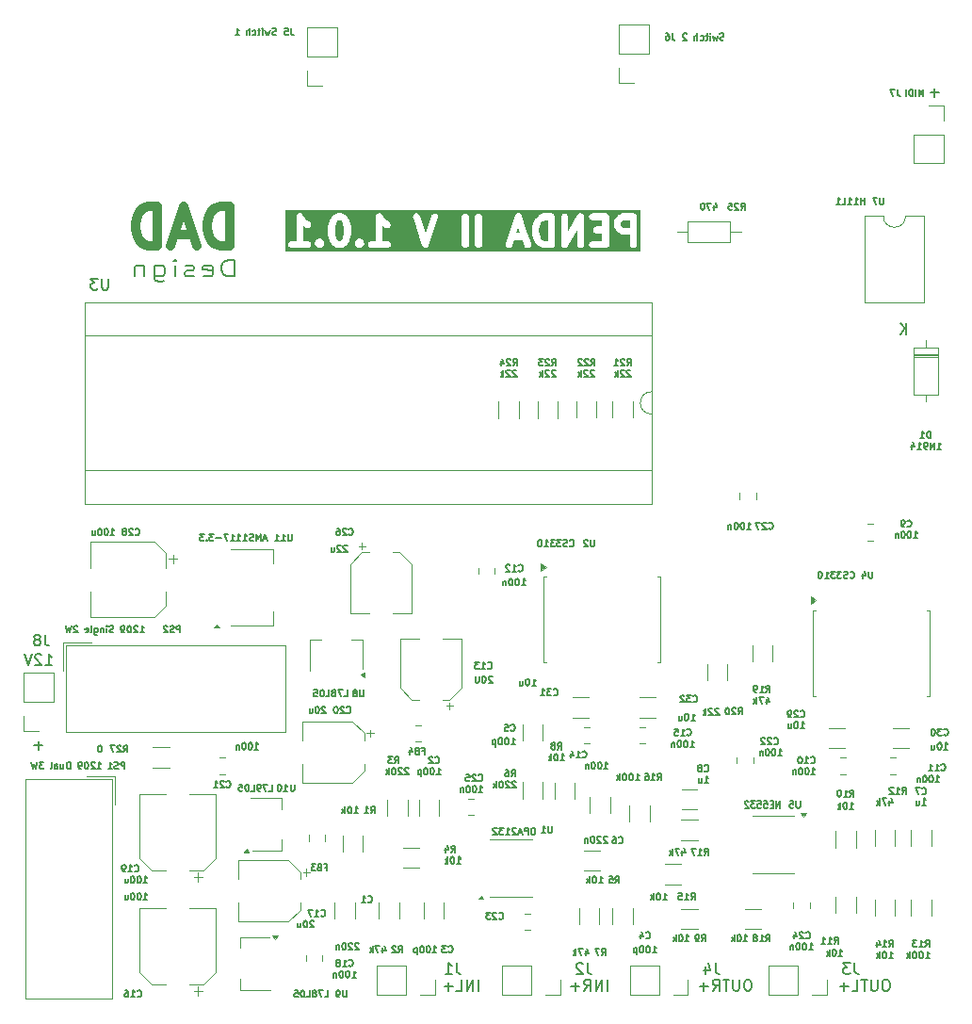
<source format=gbr>
%TF.GenerationSoftware,KiCad,Pcbnew,9.0.1*%
%TF.CreationDate,2025-05-12T14:22:17+02:00*%
%TF.ProjectId,PENDA2,50454e44-4132-42e6-9b69-6361645f7063,rev?*%
%TF.SameCoordinates,Original*%
%TF.FileFunction,Legend,Bot*%
%TF.FilePolarity,Positive*%
%FSLAX46Y46*%
G04 Gerber Fmt 4.6, Leading zero omitted, Abs format (unit mm)*
G04 Created by KiCad (PCBNEW 9.0.1) date 2025-05-12 14:22:17*
%MOMM*%
%LPD*%
G01*
G04 APERTURE LIST*
%ADD10C,0.625000*%
%ADD11C,0.875000*%
%ADD12C,0.150000*%
%ADD13C,0.120000*%
G04 APERTURE END LIST*
D10*
G36*
X68974535Y-53513923D02*
G01*
X69021867Y-53561255D01*
X69102894Y-53723310D01*
X69204292Y-54128897D01*
X69204292Y-54647196D01*
X69102895Y-55052782D01*
X69021866Y-55214840D01*
X68974537Y-55262169D01*
X68847782Y-55325547D01*
X68757229Y-55325547D01*
X68630476Y-55262170D01*
X68583144Y-55214838D01*
X68502118Y-55052787D01*
X68400721Y-54647194D01*
X68400721Y-54128899D01*
X68502119Y-53723306D01*
X68583144Y-53561255D01*
X68630476Y-53513923D01*
X68757230Y-53450547D01*
X68847783Y-53450547D01*
X68974535Y-53513923D01*
G37*
G36*
X87537624Y-55325547D02*
G01*
X87305599Y-55325547D01*
X87066548Y-55245863D01*
X86916479Y-55095794D01*
X86835450Y-54933736D01*
X86734053Y-54528149D01*
X86734053Y-54247945D01*
X86835450Y-53842357D01*
X86916478Y-53680301D01*
X87066551Y-53530229D01*
X87305597Y-53450547D01*
X87537624Y-53450547D01*
X87537624Y-55325547D01*
G37*
G36*
X85035601Y-54611261D02*
G01*
X84712267Y-54611261D01*
X84873933Y-54126259D01*
X85035601Y-54611261D01*
G37*
G36*
X94918577Y-54135071D02*
G01*
X94352467Y-54135071D01*
X94225714Y-54071694D01*
X94178382Y-54024362D01*
X94115006Y-53897609D01*
X94115006Y-53688008D01*
X94178382Y-53561255D01*
X94225714Y-53513923D01*
X94352467Y-53450547D01*
X94918577Y-53450547D01*
X94918577Y-54135071D01*
G37*
G36*
X95856077Y-56263047D02*
G01*
X63894466Y-56263047D01*
X63894466Y-55597258D01*
X64206966Y-55597258D01*
X64206966Y-55678836D01*
X64228081Y-55757636D01*
X64268870Y-55828285D01*
X64326555Y-55885970D01*
X64397204Y-55926759D01*
X64476004Y-55947874D01*
X64516793Y-55950547D01*
X65945364Y-55950547D01*
X65986153Y-55947874D01*
X66064953Y-55926759D01*
X66135602Y-55885970D01*
X66193287Y-55828285D01*
X66234076Y-55757636D01*
X66255191Y-55678836D01*
X66255191Y-55597258D01*
X66234076Y-55518458D01*
X66210840Y-55478211D01*
X66587918Y-55478211D01*
X66587918Y-55559789D01*
X66595405Y-55587730D01*
X66609033Y-55638589D01*
X66621510Y-55660200D01*
X66649822Y-55709239D01*
X66676774Y-55739971D01*
X66795821Y-55859018D01*
X66826553Y-55885970D01*
X66826555Y-55885971D01*
X66845525Y-55896923D01*
X66897203Y-55926759D01*
X66976003Y-55947874D01*
X67057580Y-55947874D01*
X67057581Y-55947874D01*
X67057582Y-55947874D01*
X67090885Y-55938949D01*
X67136379Y-55926760D01*
X67137308Y-55926224D01*
X67145844Y-55921295D01*
X67207030Y-55885971D01*
X67237762Y-55859019D01*
X67356810Y-55739972D01*
X67383762Y-55709239D01*
X67385183Y-55706779D01*
X67424551Y-55638590D01*
X67424552Y-55638589D01*
X67445667Y-55559790D01*
X67445667Y-55478212D01*
X67424553Y-55399413D01*
X67383764Y-55328762D01*
X67383763Y-55328761D01*
X67356811Y-55298029D01*
X67237763Y-55178981D01*
X67207031Y-55152029D01*
X67207030Y-55152028D01*
X67136379Y-55111239D01*
X67086423Y-55097853D01*
X67057581Y-55090125D01*
X67057580Y-55090125D01*
X66976002Y-55090125D01*
X66929529Y-55102578D01*
X66897203Y-55111240D01*
X66884452Y-55118602D01*
X66826553Y-55152029D01*
X66826544Y-55152037D01*
X66795820Y-55178982D01*
X66676773Y-55298030D01*
X66649821Y-55328762D01*
X66609032Y-55399413D01*
X66595875Y-55448517D01*
X66587918Y-55478211D01*
X66210840Y-55478211D01*
X66193287Y-55447809D01*
X66135602Y-55390124D01*
X66064953Y-55349335D01*
X65986153Y-55328220D01*
X65945364Y-55325547D01*
X65543578Y-55325547D01*
X65543578Y-53998797D01*
X65567514Y-54012793D01*
X65805610Y-54131841D01*
X65843288Y-54147692D01*
X65923212Y-54164047D01*
X66004643Y-54159159D01*
X66082036Y-54133362D01*
X66147062Y-54090428D01*
X67775721Y-54090428D01*
X67775721Y-54685666D01*
X67777813Y-54717594D01*
X67777752Y-54721238D01*
X67778221Y-54723826D01*
X67778394Y-54726455D01*
X67779338Y-54729979D01*
X67785051Y-54761458D01*
X67904098Y-55237649D01*
X67910815Y-55258588D01*
X67911909Y-55263934D01*
X67914523Y-55270148D01*
X67916584Y-55276572D01*
X67919233Y-55281345D01*
X67927760Y-55301612D01*
X68046808Y-55539707D01*
X68067440Y-55574994D01*
X68073684Y-55582035D01*
X68078392Y-55590190D01*
X68105344Y-55620922D01*
X68224391Y-55739970D01*
X68255124Y-55766922D01*
X68263274Y-55771627D01*
X68270322Y-55777877D01*
X68305610Y-55798509D01*
X68543706Y-55917556D01*
X68559270Y-55924103D01*
X68563870Y-55926759D01*
X68568588Y-55928023D01*
X68581384Y-55933406D01*
X68612240Y-55939720D01*
X68642670Y-55947874D01*
X68656522Y-55948781D01*
X68661308Y-55949761D01*
X68666609Y-55949442D01*
X68683459Y-55950547D01*
X68921554Y-55950547D01*
X68938404Y-55949442D01*
X68943706Y-55949761D01*
X68948491Y-55948781D01*
X68962343Y-55947874D01*
X68992768Y-55939721D01*
X69023630Y-55933406D01*
X69036427Y-55928022D01*
X69041143Y-55926759D01*
X69045739Y-55924105D01*
X69061308Y-55917556D01*
X69299403Y-55798509D01*
X69334690Y-55777877D01*
X69341733Y-55771630D01*
X69349888Y-55766923D01*
X69380620Y-55739971D01*
X69499668Y-55620923D01*
X69526620Y-55590191D01*
X69531327Y-55582036D01*
X69537574Y-55574993D01*
X69558206Y-55539706D01*
X69588953Y-55478211D01*
X70159346Y-55478211D01*
X70159346Y-55559789D01*
X70166833Y-55587730D01*
X70180461Y-55638589D01*
X70192938Y-55660200D01*
X70221250Y-55709239D01*
X70248202Y-55739971D01*
X70367249Y-55859018D01*
X70397981Y-55885970D01*
X70397983Y-55885971D01*
X70416953Y-55896923D01*
X70468631Y-55926759D01*
X70547431Y-55947874D01*
X70629008Y-55947874D01*
X70629009Y-55947874D01*
X70629010Y-55947874D01*
X70662313Y-55938949D01*
X70707807Y-55926760D01*
X70708736Y-55926224D01*
X70717272Y-55921295D01*
X70778458Y-55885971D01*
X70809190Y-55859019D01*
X70928238Y-55739972D01*
X70955190Y-55709239D01*
X70956611Y-55706779D01*
X70995979Y-55638590D01*
X70995980Y-55638589D01*
X71007055Y-55597258D01*
X71349822Y-55597258D01*
X71349822Y-55678836D01*
X71370937Y-55757636D01*
X71411726Y-55828285D01*
X71469411Y-55885970D01*
X71540060Y-55926759D01*
X71618860Y-55947874D01*
X71659649Y-55950547D01*
X73088220Y-55950547D01*
X73129009Y-55947874D01*
X73207809Y-55926759D01*
X73278458Y-55885970D01*
X73336143Y-55828285D01*
X73376932Y-55757636D01*
X73398047Y-55678836D01*
X73398047Y-55597258D01*
X73376932Y-55518458D01*
X73336143Y-55447809D01*
X73278458Y-55390124D01*
X73207809Y-55349335D01*
X73129009Y-55328220D01*
X73088220Y-55325547D01*
X72686434Y-55325547D01*
X72686434Y-53998797D01*
X72710370Y-54012793D01*
X72948466Y-54131841D01*
X72986144Y-54147692D01*
X73066068Y-54164047D01*
X73147499Y-54159159D01*
X73224892Y-54133362D01*
X73292970Y-54088413D01*
X73347096Y-54027375D01*
X73383579Y-53954410D01*
X73399934Y-53874486D01*
X73395047Y-53793054D01*
X73369249Y-53715662D01*
X73324300Y-53647584D01*
X73263262Y-53593457D01*
X73227975Y-53572825D01*
X73035238Y-53476456D01*
X72854881Y-53296099D01*
X72734744Y-53115894D01*
X75395554Y-53115894D01*
X75400442Y-53197327D01*
X75410804Y-53236868D01*
X76244137Y-55736868D01*
X76245018Y-55739028D01*
X76245242Y-55740123D01*
X76246447Y-55742534D01*
X76259572Y-55774718D01*
X76271798Y-55793235D01*
X76281725Y-55813089D01*
X76294180Y-55827135D01*
X76304522Y-55842798D01*
X76321125Y-55857520D01*
X76335850Y-55874126D01*
X76351516Y-55884470D01*
X76365559Y-55896922D01*
X76385404Y-55906845D01*
X76403929Y-55919076D01*
X76421737Y-55925012D01*
X76438525Y-55933406D01*
X76460265Y-55937854D01*
X76481321Y-55944873D01*
X76500062Y-55945997D01*
X76518448Y-55949760D01*
X76540594Y-55948430D01*
X76562754Y-55949761D01*
X76581146Y-55945997D01*
X76599881Y-55944873D01*
X76620934Y-55937855D01*
X76642677Y-55933406D01*
X76659465Y-55925011D01*
X76677273Y-55919076D01*
X76695792Y-55906848D01*
X76715643Y-55896923D01*
X76729688Y-55884467D01*
X76745352Y-55874126D01*
X76760075Y-55857521D01*
X76776680Y-55842798D01*
X76787021Y-55827134D01*
X76799477Y-55813089D01*
X76809401Y-55793239D01*
X76821630Y-55774719D01*
X76834756Y-55742528D01*
X76835960Y-55740122D01*
X76836183Y-55739029D01*
X76837065Y-55736868D01*
X77670397Y-53236868D01*
X77680760Y-53197327D01*
X77684318Y-53138047D01*
X79799529Y-53138047D01*
X79799529Y-55638047D01*
X79802202Y-55678836D01*
X79823317Y-55757636D01*
X79864106Y-55828285D01*
X79921791Y-55885970D01*
X79992440Y-55926759D01*
X80071240Y-55947874D01*
X80152818Y-55947874D01*
X80231618Y-55926759D01*
X80302267Y-55885970D01*
X80359952Y-55828285D01*
X80400741Y-55757636D01*
X80421856Y-55678836D01*
X80424529Y-55638047D01*
X80424529Y-53138047D01*
X80990005Y-53138047D01*
X80990005Y-55638047D01*
X80992678Y-55678836D01*
X81013793Y-55757636D01*
X81054582Y-55828285D01*
X81112267Y-55885970D01*
X81182916Y-55926759D01*
X81261716Y-55947874D01*
X81343294Y-55947874D01*
X81422094Y-55926759D01*
X81492743Y-55885970D01*
X81550428Y-55828285D01*
X81591217Y-55757636D01*
X81612332Y-55678836D01*
X81613553Y-55660200D01*
X83728887Y-55660200D01*
X83745242Y-55740123D01*
X83781725Y-55813089D01*
X83835850Y-55874126D01*
X83903929Y-55919076D01*
X83981321Y-55944873D01*
X84062754Y-55949761D01*
X84142677Y-55933406D01*
X84215643Y-55896923D01*
X84276680Y-55842798D01*
X84321630Y-55774719D01*
X84337065Y-55736868D01*
X84503934Y-55236261D01*
X85243934Y-55236261D01*
X85410803Y-55736868D01*
X85426238Y-55774718D01*
X85471188Y-55842798D01*
X85532225Y-55896922D01*
X85605191Y-55933406D01*
X85685114Y-55949760D01*
X85766547Y-55944873D01*
X85843939Y-55919076D01*
X85912018Y-55874126D01*
X85966143Y-55813089D01*
X86002626Y-55740122D01*
X86018981Y-55660200D01*
X86014093Y-55578767D01*
X86003730Y-55539226D01*
X85560481Y-54209476D01*
X86109053Y-54209476D01*
X86109053Y-54566619D01*
X86111145Y-54598547D01*
X86111084Y-54602192D01*
X86111553Y-54604780D01*
X86111726Y-54607408D01*
X86112670Y-54610932D01*
X86118384Y-54642412D01*
X86237432Y-55118602D01*
X86244147Y-55139536D01*
X86245242Y-55144885D01*
X86247858Y-55151104D01*
X86249918Y-55157525D01*
X86252565Y-55162293D01*
X86261092Y-55182563D01*
X86380139Y-55420658D01*
X86400771Y-55455945D01*
X86407018Y-55462990D01*
X86411725Y-55471142D01*
X86438677Y-55501874D01*
X86676772Y-55739970D01*
X86689471Y-55751108D01*
X86692993Y-55755079D01*
X86697064Y-55757767D01*
X86707504Y-55766923D01*
X86734793Y-55782678D01*
X86761072Y-55800029D01*
X86773924Y-55805270D01*
X86778154Y-55807712D01*
X86783281Y-55809086D01*
X86798922Y-55815464D01*
X87156066Y-55934511D01*
X87195607Y-55944874D01*
X87205006Y-55945438D01*
X87214097Y-55947874D01*
X87254886Y-55950547D01*
X87850124Y-55950547D01*
X87890913Y-55947874D01*
X87969713Y-55926759D01*
X88040362Y-55885970D01*
X88098047Y-55828285D01*
X88138836Y-55757636D01*
X88159951Y-55678836D01*
X88159951Y-55678835D01*
X88162624Y-55638047D01*
X88162624Y-53138047D01*
X88728101Y-53138047D01*
X88728101Y-55638047D01*
X88730774Y-55678836D01*
X88730955Y-55679514D01*
X88730959Y-55680216D01*
X88741515Y-55718922D01*
X88751889Y-55757636D01*
X88752239Y-55758242D01*
X88752424Y-55758920D01*
X88772631Y-55793563D01*
X88792678Y-55828285D01*
X88793174Y-55828781D01*
X88793527Y-55829386D01*
X88821989Y-55857596D01*
X88850363Y-55885970D01*
X88850970Y-55886320D01*
X88851469Y-55886815D01*
X88886327Y-55906734D01*
X88921012Y-55926759D01*
X88921688Y-55926940D01*
X88922299Y-55927289D01*
X88961050Y-55937487D01*
X88999812Y-55947874D01*
X89000516Y-55947874D01*
X89001192Y-55948052D01*
X89041194Y-55947874D01*
X89081390Y-55947874D01*
X89082068Y-55947692D01*
X89082770Y-55947689D01*
X89121476Y-55937132D01*
X89160190Y-55926759D01*
X89160796Y-55926408D01*
X89161474Y-55926224D01*
X89196117Y-55906016D01*
X89230839Y-55885970D01*
X89231335Y-55885473D01*
X89231940Y-55885121D01*
X89260150Y-55856658D01*
X89288524Y-55828285D01*
X89288874Y-55827677D01*
X89289369Y-55827179D01*
X89311927Y-55793090D01*
X90156672Y-54314785D01*
X90156672Y-55638047D01*
X90159345Y-55678836D01*
X90180460Y-55757636D01*
X90221249Y-55828285D01*
X90278934Y-55885970D01*
X90349583Y-55926759D01*
X90428383Y-55947874D01*
X90509961Y-55947874D01*
X90588761Y-55926759D01*
X90659410Y-55885970D01*
X90717095Y-55828285D01*
X90757884Y-55757636D01*
X90778999Y-55678836D01*
X90781672Y-55638047D01*
X90781672Y-53138047D01*
X90778999Y-53097258D01*
X91230774Y-53097258D01*
X91230774Y-53178836D01*
X91251889Y-53257636D01*
X91292678Y-53328285D01*
X91350363Y-53385970D01*
X91421012Y-53426759D01*
X91499812Y-53447874D01*
X91540601Y-53450547D01*
X92418577Y-53450547D01*
X92418577Y-54016023D01*
X91897744Y-54016023D01*
X91856955Y-54018696D01*
X91778155Y-54039811D01*
X91707506Y-54080600D01*
X91649821Y-54138285D01*
X91609032Y-54208934D01*
X91587917Y-54287734D01*
X91587917Y-54369312D01*
X91609032Y-54448112D01*
X91649821Y-54518761D01*
X91707506Y-54576446D01*
X91778155Y-54617235D01*
X91856955Y-54638350D01*
X91897744Y-54641023D01*
X92418577Y-54641023D01*
X92418577Y-55325547D01*
X91540601Y-55325547D01*
X91499812Y-55328220D01*
X91421012Y-55349335D01*
X91350363Y-55390124D01*
X91292678Y-55447809D01*
X91251889Y-55518458D01*
X91230774Y-55597258D01*
X91230774Y-55678836D01*
X91251889Y-55757636D01*
X91292678Y-55828285D01*
X91350363Y-55885970D01*
X91421012Y-55926759D01*
X91499812Y-55947874D01*
X91540601Y-55950547D01*
X92731077Y-55950547D01*
X92771866Y-55947874D01*
X92850666Y-55926759D01*
X92921315Y-55885970D01*
X92979000Y-55828285D01*
X93019789Y-55757636D01*
X93040904Y-55678836D01*
X93040904Y-55678835D01*
X93043577Y-55638047D01*
X93043577Y-53614238D01*
X93490006Y-53614238D01*
X93490006Y-53971380D01*
X93491110Y-53988230D01*
X93490792Y-53993532D01*
X93491771Y-53998317D01*
X93492679Y-54012169D01*
X93500831Y-54042594D01*
X93507147Y-54073456D01*
X93512529Y-54086250D01*
X93513794Y-54090969D01*
X93516450Y-54095569D01*
X93522998Y-54111134D01*
X93642045Y-54349230D01*
X93662678Y-54384517D01*
X93668921Y-54391558D01*
X93673631Y-54399715D01*
X93700583Y-54430447D01*
X93819630Y-54549494D01*
X93850362Y-54576446D01*
X93858515Y-54581153D01*
X93865559Y-54587399D01*
X93900846Y-54608031D01*
X94138942Y-54727079D01*
X94154506Y-54733626D01*
X94159107Y-54736283D01*
X94163825Y-54737547D01*
X94176620Y-54742930D01*
X94207481Y-54749245D01*
X94237907Y-54757398D01*
X94251758Y-54758305D01*
X94256544Y-54759285D01*
X94261845Y-54758966D01*
X94278696Y-54760071D01*
X94918577Y-54760071D01*
X94918577Y-55638047D01*
X94921250Y-55678836D01*
X94942365Y-55757636D01*
X94983154Y-55828285D01*
X95040839Y-55885970D01*
X95111488Y-55926759D01*
X95190288Y-55947874D01*
X95271866Y-55947874D01*
X95350666Y-55926759D01*
X95421315Y-55885970D01*
X95479000Y-55828285D01*
X95519789Y-55757636D01*
X95540904Y-55678836D01*
X95543577Y-55638047D01*
X95543577Y-53138047D01*
X95540904Y-53097258D01*
X95519789Y-53018458D01*
X95479000Y-52947809D01*
X95421315Y-52890124D01*
X95350666Y-52849335D01*
X95271866Y-52828220D01*
X95231077Y-52825547D01*
X94278696Y-52825547D01*
X94261845Y-52826651D01*
X94256544Y-52826333D01*
X94251758Y-52827312D01*
X94237907Y-52828220D01*
X94207481Y-52836372D01*
X94176620Y-52842688D01*
X94163825Y-52848070D01*
X94159107Y-52849335D01*
X94154506Y-52851991D01*
X94138942Y-52858539D01*
X93900846Y-52977587D01*
X93865559Y-52998219D01*
X93858515Y-53004464D01*
X93850362Y-53009172D01*
X93819630Y-53036124D01*
X93700583Y-53155171D01*
X93673631Y-53185903D01*
X93668921Y-53194059D01*
X93662678Y-53201101D01*
X93642045Y-53236388D01*
X93522998Y-53474484D01*
X93516450Y-53490048D01*
X93513794Y-53494649D01*
X93512529Y-53499367D01*
X93507147Y-53512162D01*
X93500831Y-53543023D01*
X93492679Y-53573449D01*
X93491771Y-53587300D01*
X93490792Y-53592086D01*
X93491110Y-53597387D01*
X93490006Y-53614238D01*
X93043577Y-53614238D01*
X93043577Y-53138047D01*
X93040904Y-53097258D01*
X93019789Y-53018458D01*
X92979000Y-52947809D01*
X92921315Y-52890124D01*
X92850666Y-52849335D01*
X92771866Y-52828220D01*
X92731077Y-52825547D01*
X91540601Y-52825547D01*
X91499812Y-52828220D01*
X91421012Y-52849335D01*
X91350363Y-52890124D01*
X91292678Y-52947809D01*
X91251889Y-53018458D01*
X91230774Y-53097258D01*
X90778999Y-53097258D01*
X90778817Y-53096579D01*
X90778814Y-53095878D01*
X90768257Y-53057171D01*
X90757884Y-53018458D01*
X90757533Y-53017851D01*
X90757349Y-53017174D01*
X90737113Y-52982482D01*
X90717095Y-52947809D01*
X90716600Y-52947314D01*
X90716246Y-52946707D01*
X90687670Y-52918384D01*
X90659410Y-52890124D01*
X90658805Y-52889774D01*
X90658304Y-52889278D01*
X90623228Y-52869234D01*
X90588761Y-52849335D01*
X90588089Y-52849154D01*
X90587475Y-52848804D01*
X90548588Y-52838570D01*
X90509961Y-52828220D01*
X90509257Y-52828220D01*
X90508581Y-52828042D01*
X90468579Y-52828220D01*
X90428383Y-52828220D01*
X90427704Y-52828401D01*
X90427004Y-52828405D01*
X90388325Y-52838953D01*
X90349583Y-52849335D01*
X90348976Y-52849685D01*
X90348299Y-52849870D01*
X90313655Y-52870077D01*
X90278934Y-52890124D01*
X90278437Y-52890620D01*
X90277833Y-52890973D01*
X90249622Y-52919435D01*
X90221249Y-52947809D01*
X90220898Y-52948416D01*
X90220404Y-52948915D01*
X90197846Y-52983003D01*
X89353101Y-54461307D01*
X89353101Y-53138047D01*
X89350428Y-53097258D01*
X89329313Y-53018458D01*
X89288524Y-52947809D01*
X89230839Y-52890124D01*
X89160190Y-52849335D01*
X89081390Y-52828220D01*
X88999812Y-52828220D01*
X88921012Y-52849335D01*
X88850363Y-52890124D01*
X88792678Y-52947809D01*
X88751889Y-53018458D01*
X88730774Y-53097258D01*
X88728101Y-53138047D01*
X88162624Y-53138047D01*
X88159951Y-53097258D01*
X88138836Y-53018458D01*
X88098047Y-52947809D01*
X88040362Y-52890124D01*
X87969713Y-52849335D01*
X87890913Y-52828220D01*
X87850124Y-52825547D01*
X87254886Y-52825547D01*
X87214097Y-52828220D01*
X87205002Y-52830656D01*
X87195606Y-52831221D01*
X87156065Y-52841584D01*
X86798922Y-52960632D01*
X86783282Y-52967009D01*
X86778155Y-52968383D01*
X86773927Y-52970823D01*
X86761071Y-52976066D01*
X86734782Y-52993423D01*
X86707504Y-53009172D01*
X86697066Y-53018325D01*
X86692992Y-53021016D01*
X86689469Y-53024988D01*
X86676772Y-53036124D01*
X86438677Y-53274219D01*
X86411725Y-53304951D01*
X86407017Y-53313105D01*
X86400771Y-53320149D01*
X86380139Y-53355436D01*
X86261092Y-53593531D01*
X86252565Y-53613800D01*
X86249918Y-53618569D01*
X86247858Y-53624989D01*
X86245242Y-53631209D01*
X86244147Y-53636557D01*
X86237432Y-53657492D01*
X86118384Y-54133683D01*
X86112670Y-54165162D01*
X86111726Y-54168687D01*
X86111553Y-54171314D01*
X86111084Y-54173903D01*
X86111145Y-54177547D01*
X86109053Y-54209476D01*
X85560481Y-54209476D01*
X85170398Y-53039226D01*
X85169516Y-53037064D01*
X85169293Y-53035972D01*
X85168089Y-53033565D01*
X85154963Y-53001375D01*
X85142734Y-52982854D01*
X85132810Y-52963005D01*
X85120354Y-52948959D01*
X85110013Y-52933296D01*
X85093408Y-52918572D01*
X85078685Y-52901968D01*
X85063021Y-52891626D01*
X85048976Y-52879171D01*
X85029125Y-52869245D01*
X85010606Y-52857018D01*
X84992798Y-52851082D01*
X84976010Y-52842688D01*
X84954267Y-52838238D01*
X84933214Y-52831221D01*
X84914479Y-52830096D01*
X84896087Y-52826333D01*
X84873927Y-52827663D01*
X84851781Y-52826334D01*
X84833395Y-52830096D01*
X84814654Y-52831221D01*
X84793598Y-52838239D01*
X84771858Y-52842688D01*
X84755070Y-52851081D01*
X84737262Y-52857018D01*
X84718737Y-52869248D01*
X84698892Y-52879172D01*
X84684849Y-52891623D01*
X84669183Y-52901968D01*
X84654458Y-52918573D01*
X84637855Y-52933296D01*
X84627513Y-52948958D01*
X84615058Y-52963005D01*
X84605131Y-52982858D01*
X84592905Y-53001376D01*
X84579780Y-53033559D01*
X84578575Y-53035971D01*
X84578351Y-53037065D01*
X84577470Y-53039226D01*
X83744137Y-55539226D01*
X83733775Y-55578767D01*
X83728887Y-55660200D01*
X81613553Y-55660200D01*
X81615005Y-55638047D01*
X81615005Y-53138047D01*
X81612332Y-53097258D01*
X81591217Y-53018458D01*
X81550428Y-52947809D01*
X81492743Y-52890124D01*
X81422094Y-52849335D01*
X81343294Y-52828220D01*
X81261716Y-52828220D01*
X81182916Y-52849335D01*
X81112267Y-52890124D01*
X81054582Y-52947809D01*
X81013793Y-53018458D01*
X80992678Y-53097258D01*
X80990005Y-53138047D01*
X80424529Y-53138047D01*
X80421856Y-53097258D01*
X80400741Y-53018458D01*
X80359952Y-52947809D01*
X80302267Y-52890124D01*
X80231618Y-52849335D01*
X80152818Y-52828220D01*
X80071240Y-52828220D01*
X79992440Y-52849335D01*
X79921791Y-52890124D01*
X79864106Y-52947809D01*
X79823317Y-53018458D01*
X79802202Y-53097258D01*
X79799529Y-53138047D01*
X77684318Y-53138047D01*
X77685648Y-53115894D01*
X77669293Y-53035972D01*
X77632810Y-52963005D01*
X77578685Y-52901968D01*
X77510606Y-52857018D01*
X77433214Y-52831221D01*
X77351781Y-52826334D01*
X77271858Y-52842688D01*
X77198892Y-52879172D01*
X77137855Y-52933296D01*
X77092905Y-53001376D01*
X77077470Y-53039226D01*
X76540600Y-54649834D01*
X76003732Y-53039226D01*
X75988297Y-53001375D01*
X75943347Y-52933296D01*
X75882310Y-52879171D01*
X75809344Y-52842688D01*
X75729421Y-52826333D01*
X75647988Y-52831221D01*
X75570596Y-52857018D01*
X75502517Y-52901968D01*
X75448392Y-52963005D01*
X75411909Y-53035971D01*
X75395554Y-53115894D01*
X72734744Y-53115894D01*
X72633949Y-52964703D01*
X72624440Y-52952283D01*
X72621857Y-52947809D01*
X72618262Y-52944214D01*
X72609100Y-52932247D01*
X72585953Y-52911905D01*
X72564172Y-52890124D01*
X72555416Y-52885069D01*
X72547821Y-52878394D01*
X72520199Y-52864736D01*
X72493523Y-52849335D01*
X72483759Y-52846718D01*
X72474693Y-52842236D01*
X72444482Y-52836194D01*
X72414723Y-52828220D01*
X72404609Y-52828220D01*
X72394698Y-52826238D01*
X72363964Y-52828220D01*
X72333145Y-52828220D01*
X72323376Y-52830837D01*
X72313289Y-52831488D01*
X72284103Y-52841360D01*
X72254345Y-52849335D01*
X72245590Y-52854389D01*
X72236011Y-52857630D01*
X72210370Y-52874723D01*
X72183696Y-52890124D01*
X72176548Y-52897271D01*
X72168134Y-52902881D01*
X72147792Y-52926027D01*
X72126011Y-52947809D01*
X72120956Y-52956564D01*
X72114281Y-52964160D01*
X72100623Y-52991781D01*
X72085222Y-53018458D01*
X72082605Y-53028221D01*
X72078123Y-53037288D01*
X72072081Y-53067498D01*
X72064107Y-53097258D01*
X72063121Y-53112302D01*
X72062125Y-53117283D01*
X72062457Y-53122433D01*
X72061434Y-53138047D01*
X72061434Y-55325547D01*
X71659649Y-55325547D01*
X71618860Y-55328220D01*
X71540060Y-55349335D01*
X71469411Y-55390124D01*
X71411726Y-55447809D01*
X71370937Y-55518458D01*
X71349822Y-55597258D01*
X71007055Y-55597258D01*
X71017095Y-55559790D01*
X71017095Y-55478212D01*
X70995981Y-55399413D01*
X70955192Y-55328762D01*
X70955191Y-55328761D01*
X70928239Y-55298029D01*
X70809191Y-55178981D01*
X70778459Y-55152029D01*
X70778458Y-55152028D01*
X70707807Y-55111239D01*
X70657851Y-55097853D01*
X70629009Y-55090125D01*
X70629008Y-55090125D01*
X70547430Y-55090125D01*
X70500957Y-55102578D01*
X70468631Y-55111240D01*
X70455880Y-55118602D01*
X70397981Y-55152029D01*
X70397972Y-55152037D01*
X70367248Y-55178982D01*
X70248201Y-55298030D01*
X70221249Y-55328762D01*
X70180460Y-55399413D01*
X70167303Y-55448517D01*
X70159346Y-55478211D01*
X69588953Y-55478211D01*
X69677253Y-55301611D01*
X69685781Y-55281337D01*
X69688427Y-55276572D01*
X69690485Y-55270155D01*
X69693103Y-55263933D01*
X69694197Y-55258583D01*
X69700913Y-55237650D01*
X69819962Y-54761458D01*
X69825675Y-54729977D01*
X69826619Y-54726455D01*
X69826791Y-54723827D01*
X69827261Y-54721239D01*
X69827199Y-54717593D01*
X69829292Y-54685666D01*
X69829292Y-54090428D01*
X69827199Y-54058500D01*
X69827261Y-54054855D01*
X69826791Y-54052266D01*
X69826619Y-54049639D01*
X69825675Y-54046116D01*
X69819962Y-54014636D01*
X69700913Y-53538445D01*
X69694196Y-53517508D01*
X69693103Y-53512163D01*
X69690487Y-53505946D01*
X69688427Y-53499522D01*
X69685777Y-53494750D01*
X69677253Y-53474485D01*
X69558206Y-53236389D01*
X69537574Y-53201101D01*
X69531324Y-53194053D01*
X69526619Y-53185903D01*
X69499667Y-53155170D01*
X69380619Y-53036123D01*
X69349887Y-53009171D01*
X69341732Y-53004463D01*
X69334691Y-52998219D01*
X69299404Y-52977587D01*
X69061309Y-52858539D01*
X69045740Y-52851989D01*
X69041143Y-52849335D01*
X69036427Y-52848071D01*
X69023631Y-52842688D01*
X68992765Y-52836371D01*
X68962343Y-52828220D01*
X68948493Y-52827312D01*
X68943707Y-52826333D01*
X68938404Y-52826651D01*
X68921554Y-52825547D01*
X68683459Y-52825547D01*
X68666608Y-52826651D01*
X68661306Y-52826333D01*
X68656520Y-52827312D01*
X68642670Y-52828220D01*
X68612245Y-52836372D01*
X68581383Y-52842688D01*
X68568587Y-52848070D01*
X68563870Y-52849335D01*
X68559271Y-52851990D01*
X68543704Y-52858539D01*
X68305609Y-52977587D01*
X68270321Y-52998219D01*
X68263277Y-53004464D01*
X68255124Y-53009172D01*
X68224392Y-53036124D01*
X68105345Y-53155171D01*
X68078393Y-53185903D01*
X68073683Y-53194059D01*
X68067440Y-53201101D01*
X68046807Y-53236388D01*
X67927760Y-53474484D01*
X67919235Y-53494746D01*
X67916584Y-53499523D01*
X67914522Y-53505950D01*
X67911909Y-53512162D01*
X67910815Y-53517504D01*
X67904098Y-53538446D01*
X67785051Y-54014636D01*
X67779337Y-54046116D01*
X67778394Y-54049639D01*
X67778221Y-54052266D01*
X67777752Y-54054855D01*
X67777813Y-54058499D01*
X67775721Y-54090428D01*
X66147062Y-54090428D01*
X66150114Y-54088413D01*
X66204240Y-54027375D01*
X66240723Y-53954410D01*
X66257078Y-53874486D01*
X66252191Y-53793054D01*
X66226393Y-53715662D01*
X66181444Y-53647584D01*
X66120406Y-53593457D01*
X66085119Y-53572825D01*
X65892382Y-53476456D01*
X65712025Y-53296099D01*
X65491093Y-52964703D01*
X65481584Y-52952283D01*
X65479001Y-52947809D01*
X65475406Y-52944214D01*
X65466244Y-52932247D01*
X65443097Y-52911905D01*
X65421316Y-52890124D01*
X65412560Y-52885069D01*
X65404965Y-52878394D01*
X65377343Y-52864736D01*
X65350667Y-52849335D01*
X65340903Y-52846718D01*
X65331837Y-52842236D01*
X65301626Y-52836194D01*
X65271867Y-52828220D01*
X65261753Y-52828220D01*
X65251842Y-52826238D01*
X65221108Y-52828220D01*
X65190289Y-52828220D01*
X65180520Y-52830837D01*
X65170433Y-52831488D01*
X65141247Y-52841360D01*
X65111489Y-52849335D01*
X65102734Y-52854389D01*
X65093155Y-52857630D01*
X65067514Y-52874723D01*
X65040840Y-52890124D01*
X65033692Y-52897271D01*
X65025278Y-52902881D01*
X65004936Y-52926027D01*
X64983155Y-52947809D01*
X64978100Y-52956564D01*
X64971425Y-52964160D01*
X64957767Y-52991781D01*
X64942366Y-53018458D01*
X64939749Y-53028221D01*
X64935267Y-53037288D01*
X64929225Y-53067498D01*
X64921251Y-53097258D01*
X64920265Y-53112302D01*
X64919269Y-53117283D01*
X64919601Y-53122433D01*
X64918578Y-53138047D01*
X64918578Y-55325547D01*
X64516793Y-55325547D01*
X64476004Y-55328220D01*
X64397204Y-55349335D01*
X64326555Y-55390124D01*
X64268870Y-55447809D01*
X64228081Y-55518458D01*
X64206966Y-55597258D01*
X63894466Y-55597258D01*
X63894466Y-52513047D01*
X95856077Y-52513047D01*
X95856077Y-56263047D01*
G37*
D11*
X58941009Y-55726167D02*
X58941009Y-52226167D01*
X58941009Y-52226167D02*
X58107676Y-52226167D01*
X58107676Y-52226167D02*
X57607676Y-52392834D01*
X57607676Y-52392834D02*
X57274343Y-52726167D01*
X57274343Y-52726167D02*
X57107676Y-53059501D01*
X57107676Y-53059501D02*
X56941009Y-53726167D01*
X56941009Y-53726167D02*
X56941009Y-54226167D01*
X56941009Y-54226167D02*
X57107676Y-54892834D01*
X57107676Y-54892834D02*
X57274343Y-55226167D01*
X57274343Y-55226167D02*
X57607676Y-55559501D01*
X57607676Y-55559501D02*
X58107676Y-55726167D01*
X58107676Y-55726167D02*
X58941009Y-55726167D01*
X55607676Y-54726167D02*
X53941009Y-54726167D01*
X55941009Y-55726167D02*
X54774343Y-52226167D01*
X54774343Y-52226167D02*
X53607676Y-55726167D01*
X52441009Y-55726167D02*
X52441009Y-52226167D01*
X52441009Y-52226167D02*
X51607676Y-52226167D01*
X51607676Y-52226167D02*
X51107676Y-52392834D01*
X51107676Y-52392834D02*
X50774343Y-52726167D01*
X50774343Y-52726167D02*
X50607676Y-53059501D01*
X50607676Y-53059501D02*
X50441009Y-53726167D01*
X50441009Y-53726167D02*
X50441009Y-54226167D01*
X50441009Y-54226167D02*
X50607676Y-54892834D01*
X50607676Y-54892834D02*
X50774343Y-55226167D01*
X50774343Y-55226167D02*
X51107676Y-55559501D01*
X51107676Y-55559501D02*
X51607676Y-55726167D01*
X51607676Y-55726167D02*
X52441009Y-55726167D01*
D12*
X122663220Y-41988866D02*
X121901316Y-41988866D01*
X122282268Y-42369819D02*
X122282268Y-41607914D01*
X59325125Y-58508628D02*
X59325125Y-57008628D01*
X59325125Y-57008628D02*
X58848935Y-57008628D01*
X58848935Y-57008628D02*
X58563220Y-57080057D01*
X58563220Y-57080057D02*
X58372744Y-57222914D01*
X58372744Y-57222914D02*
X58277506Y-57365771D01*
X58277506Y-57365771D02*
X58182268Y-57651485D01*
X58182268Y-57651485D02*
X58182268Y-57865771D01*
X58182268Y-57865771D02*
X58277506Y-58151485D01*
X58277506Y-58151485D02*
X58372744Y-58294342D01*
X58372744Y-58294342D02*
X58563220Y-58437200D01*
X58563220Y-58437200D02*
X58848935Y-58508628D01*
X58848935Y-58508628D02*
X59325125Y-58508628D01*
X56563220Y-58437200D02*
X56753696Y-58508628D01*
X56753696Y-58508628D02*
X57134649Y-58508628D01*
X57134649Y-58508628D02*
X57325125Y-58437200D01*
X57325125Y-58437200D02*
X57420363Y-58294342D01*
X57420363Y-58294342D02*
X57420363Y-57722914D01*
X57420363Y-57722914D02*
X57325125Y-57580057D01*
X57325125Y-57580057D02*
X57134649Y-57508628D01*
X57134649Y-57508628D02*
X56753696Y-57508628D01*
X56753696Y-57508628D02*
X56563220Y-57580057D01*
X56563220Y-57580057D02*
X56467982Y-57722914D01*
X56467982Y-57722914D02*
X56467982Y-57865771D01*
X56467982Y-57865771D02*
X57420363Y-58008628D01*
X55706077Y-58437200D02*
X55515601Y-58508628D01*
X55515601Y-58508628D02*
X55134649Y-58508628D01*
X55134649Y-58508628D02*
X54944172Y-58437200D01*
X54944172Y-58437200D02*
X54848934Y-58294342D01*
X54848934Y-58294342D02*
X54848934Y-58222914D01*
X54848934Y-58222914D02*
X54944172Y-58080057D01*
X54944172Y-58080057D02*
X55134649Y-58008628D01*
X55134649Y-58008628D02*
X55420363Y-58008628D01*
X55420363Y-58008628D02*
X55610839Y-57937200D01*
X55610839Y-57937200D02*
X55706077Y-57794342D01*
X55706077Y-57794342D02*
X55706077Y-57722914D01*
X55706077Y-57722914D02*
X55610839Y-57580057D01*
X55610839Y-57580057D02*
X55420363Y-57508628D01*
X55420363Y-57508628D02*
X55134649Y-57508628D01*
X55134649Y-57508628D02*
X54944172Y-57580057D01*
X53991791Y-58508628D02*
X53991791Y-57508628D01*
X53991791Y-57008628D02*
X54087029Y-57080057D01*
X54087029Y-57080057D02*
X53991791Y-57151485D01*
X53991791Y-57151485D02*
X53896553Y-57080057D01*
X53896553Y-57080057D02*
X53991791Y-57008628D01*
X53991791Y-57008628D02*
X53991791Y-57151485D01*
X52182267Y-57508628D02*
X52182267Y-58722914D01*
X52182267Y-58722914D02*
X52277505Y-58865771D01*
X52277505Y-58865771D02*
X52372743Y-58937200D01*
X52372743Y-58937200D02*
X52563220Y-59008628D01*
X52563220Y-59008628D02*
X52848934Y-59008628D01*
X52848934Y-59008628D02*
X53039410Y-58937200D01*
X52182267Y-58437200D02*
X52372743Y-58508628D01*
X52372743Y-58508628D02*
X52753696Y-58508628D01*
X52753696Y-58508628D02*
X52944172Y-58437200D01*
X52944172Y-58437200D02*
X53039410Y-58365771D01*
X53039410Y-58365771D02*
X53134648Y-58222914D01*
X53134648Y-58222914D02*
X53134648Y-57794342D01*
X53134648Y-57794342D02*
X53039410Y-57651485D01*
X53039410Y-57651485D02*
X52944172Y-57580057D01*
X52944172Y-57580057D02*
X52753696Y-57508628D01*
X52753696Y-57508628D02*
X52372743Y-57508628D01*
X52372743Y-57508628D02*
X52182267Y-57580057D01*
X51229886Y-57508628D02*
X51229886Y-58508628D01*
X51229886Y-57651485D02*
X51134648Y-57580057D01*
X51134648Y-57580057D02*
X50944172Y-57508628D01*
X50944172Y-57508628D02*
X50658457Y-57508628D01*
X50658457Y-57508628D02*
X50467981Y-57580057D01*
X50467981Y-57580057D02*
X50372743Y-57722914D01*
X50372743Y-57722914D02*
X50372743Y-58508628D01*
X69457142Y-122669771D02*
X69457142Y-123155485D01*
X69457142Y-123155485D02*
X69428571Y-123212628D01*
X69428571Y-123212628D02*
X69400000Y-123241200D01*
X69400000Y-123241200D02*
X69342857Y-123269771D01*
X69342857Y-123269771D02*
X69228571Y-123269771D01*
X69228571Y-123269771D02*
X69171428Y-123241200D01*
X69171428Y-123241200D02*
X69142857Y-123212628D01*
X69142857Y-123212628D02*
X69114285Y-123155485D01*
X69114285Y-123155485D02*
X69114285Y-122669771D01*
X68800000Y-123269771D02*
X68685714Y-123269771D01*
X68685714Y-123269771D02*
X68628571Y-123241200D01*
X68628571Y-123241200D02*
X68600000Y-123212628D01*
X68600000Y-123212628D02*
X68542857Y-123126914D01*
X68542857Y-123126914D02*
X68514286Y-123012628D01*
X68514286Y-123012628D02*
X68514286Y-122784057D01*
X68514286Y-122784057D02*
X68542857Y-122726914D01*
X68542857Y-122726914D02*
X68571429Y-122698342D01*
X68571429Y-122698342D02*
X68628571Y-122669771D01*
X68628571Y-122669771D02*
X68742857Y-122669771D01*
X68742857Y-122669771D02*
X68800000Y-122698342D01*
X68800000Y-122698342D02*
X68828571Y-122726914D01*
X68828571Y-122726914D02*
X68857143Y-122784057D01*
X68857143Y-122784057D02*
X68857143Y-122926914D01*
X68857143Y-122926914D02*
X68828571Y-122984057D01*
X68828571Y-122984057D02*
X68800000Y-123012628D01*
X68800000Y-123012628D02*
X68742857Y-123041200D01*
X68742857Y-123041200D02*
X68628571Y-123041200D01*
X68628571Y-123041200D02*
X68571429Y-123012628D01*
X68571429Y-123012628D02*
X68542857Y-122984057D01*
X68542857Y-122984057D02*
X68514286Y-122926914D01*
X67450000Y-123269771D02*
X67735714Y-123269771D01*
X67735714Y-123269771D02*
X67735714Y-122669771D01*
X67307143Y-122669771D02*
X66907143Y-122669771D01*
X66907143Y-122669771D02*
X67164286Y-123269771D01*
X66592857Y-122926914D02*
X66650000Y-122898342D01*
X66650000Y-122898342D02*
X66678571Y-122869771D01*
X66678571Y-122869771D02*
X66707143Y-122812628D01*
X66707143Y-122812628D02*
X66707143Y-122784057D01*
X66707143Y-122784057D02*
X66678571Y-122726914D01*
X66678571Y-122726914D02*
X66650000Y-122698342D01*
X66650000Y-122698342D02*
X66592857Y-122669771D01*
X66592857Y-122669771D02*
X66478571Y-122669771D01*
X66478571Y-122669771D02*
X66421429Y-122698342D01*
X66421429Y-122698342D02*
X66392857Y-122726914D01*
X66392857Y-122726914D02*
X66364286Y-122784057D01*
X66364286Y-122784057D02*
X66364286Y-122812628D01*
X66364286Y-122812628D02*
X66392857Y-122869771D01*
X66392857Y-122869771D02*
X66421429Y-122898342D01*
X66421429Y-122898342D02*
X66478571Y-122926914D01*
X66478571Y-122926914D02*
X66592857Y-122926914D01*
X66592857Y-122926914D02*
X66650000Y-122955485D01*
X66650000Y-122955485D02*
X66678571Y-122984057D01*
X66678571Y-122984057D02*
X66707143Y-123041200D01*
X66707143Y-123041200D02*
X66707143Y-123155485D01*
X66707143Y-123155485D02*
X66678571Y-123212628D01*
X66678571Y-123212628D02*
X66650000Y-123241200D01*
X66650000Y-123241200D02*
X66592857Y-123269771D01*
X66592857Y-123269771D02*
X66478571Y-123269771D01*
X66478571Y-123269771D02*
X66421429Y-123241200D01*
X66421429Y-123241200D02*
X66392857Y-123212628D01*
X66392857Y-123212628D02*
X66364286Y-123155485D01*
X66364286Y-123155485D02*
X66364286Y-123041200D01*
X66364286Y-123041200D02*
X66392857Y-122984057D01*
X66392857Y-122984057D02*
X66421429Y-122955485D01*
X66421429Y-122955485D02*
X66478571Y-122926914D01*
X65821428Y-123269771D02*
X66107142Y-123269771D01*
X66107142Y-123269771D02*
X66107142Y-122669771D01*
X65507143Y-122669771D02*
X65450000Y-122669771D01*
X65450000Y-122669771D02*
X65392857Y-122698342D01*
X65392857Y-122698342D02*
X65364286Y-122726914D01*
X65364286Y-122726914D02*
X65335714Y-122784057D01*
X65335714Y-122784057D02*
X65307143Y-122898342D01*
X65307143Y-122898342D02*
X65307143Y-123041200D01*
X65307143Y-123041200D02*
X65335714Y-123155485D01*
X65335714Y-123155485D02*
X65364286Y-123212628D01*
X65364286Y-123212628D02*
X65392857Y-123241200D01*
X65392857Y-123241200D02*
X65450000Y-123269771D01*
X65450000Y-123269771D02*
X65507143Y-123269771D01*
X65507143Y-123269771D02*
X65564286Y-123241200D01*
X65564286Y-123241200D02*
X65592857Y-123212628D01*
X65592857Y-123212628D02*
X65621428Y-123155485D01*
X65621428Y-123155485D02*
X65650000Y-123041200D01*
X65650000Y-123041200D02*
X65650000Y-122898342D01*
X65650000Y-122898342D02*
X65621428Y-122784057D01*
X65621428Y-122784057D02*
X65592857Y-122726914D01*
X65592857Y-122726914D02*
X65564286Y-122698342D01*
X65564286Y-122698342D02*
X65507143Y-122669771D01*
X64764285Y-122669771D02*
X65049999Y-122669771D01*
X65049999Y-122669771D02*
X65078571Y-122955485D01*
X65078571Y-122955485D02*
X65049999Y-122926914D01*
X65049999Y-122926914D02*
X64992857Y-122898342D01*
X64992857Y-122898342D02*
X64849999Y-122898342D01*
X64849999Y-122898342D02*
X64792857Y-122926914D01*
X64792857Y-122926914D02*
X64764285Y-122955485D01*
X64764285Y-122955485D02*
X64735714Y-123012628D01*
X64735714Y-123012628D02*
X64735714Y-123155485D01*
X64735714Y-123155485D02*
X64764285Y-123212628D01*
X64764285Y-123212628D02*
X64792857Y-123241200D01*
X64792857Y-123241200D02*
X64849999Y-123269771D01*
X64849999Y-123269771D02*
X64992857Y-123269771D01*
X64992857Y-123269771D02*
X65049999Y-123241200D01*
X65049999Y-123241200D02*
X65078571Y-123212628D01*
X64742856Y-104169771D02*
X64742856Y-104655485D01*
X64742856Y-104655485D02*
X64714285Y-104712628D01*
X64714285Y-104712628D02*
X64685714Y-104741200D01*
X64685714Y-104741200D02*
X64628571Y-104769771D01*
X64628571Y-104769771D02*
X64514285Y-104769771D01*
X64514285Y-104769771D02*
X64457142Y-104741200D01*
X64457142Y-104741200D02*
X64428571Y-104712628D01*
X64428571Y-104712628D02*
X64399999Y-104655485D01*
X64399999Y-104655485D02*
X64399999Y-104169771D01*
X63800000Y-104769771D02*
X64142857Y-104769771D01*
X63971428Y-104769771D02*
X63971428Y-104169771D01*
X63971428Y-104169771D02*
X64028571Y-104255485D01*
X64028571Y-104255485D02*
X64085714Y-104312628D01*
X64085714Y-104312628D02*
X64142857Y-104341200D01*
X63428571Y-104169771D02*
X63371428Y-104169771D01*
X63371428Y-104169771D02*
X63314285Y-104198342D01*
X63314285Y-104198342D02*
X63285714Y-104226914D01*
X63285714Y-104226914D02*
X63257142Y-104284057D01*
X63257142Y-104284057D02*
X63228571Y-104398342D01*
X63228571Y-104398342D02*
X63228571Y-104541200D01*
X63228571Y-104541200D02*
X63257142Y-104655485D01*
X63257142Y-104655485D02*
X63285714Y-104712628D01*
X63285714Y-104712628D02*
X63314285Y-104741200D01*
X63314285Y-104741200D02*
X63371428Y-104769771D01*
X63371428Y-104769771D02*
X63428571Y-104769771D01*
X63428571Y-104769771D02*
X63485714Y-104741200D01*
X63485714Y-104741200D02*
X63514285Y-104712628D01*
X63514285Y-104712628D02*
X63542856Y-104655485D01*
X63542856Y-104655485D02*
X63571428Y-104541200D01*
X63571428Y-104541200D02*
X63571428Y-104398342D01*
X63571428Y-104398342D02*
X63542856Y-104284057D01*
X63542856Y-104284057D02*
X63514285Y-104226914D01*
X63514285Y-104226914D02*
X63485714Y-104198342D01*
X63485714Y-104198342D02*
X63428571Y-104169771D01*
X62450000Y-104769771D02*
X62735714Y-104769771D01*
X62735714Y-104769771D02*
X62735714Y-104169771D01*
X62307143Y-104169771D02*
X61907143Y-104169771D01*
X61907143Y-104169771D02*
X62164286Y-104769771D01*
X61650000Y-104769771D02*
X61535714Y-104769771D01*
X61535714Y-104769771D02*
X61478571Y-104741200D01*
X61478571Y-104741200D02*
X61450000Y-104712628D01*
X61450000Y-104712628D02*
X61392857Y-104626914D01*
X61392857Y-104626914D02*
X61364286Y-104512628D01*
X61364286Y-104512628D02*
X61364286Y-104284057D01*
X61364286Y-104284057D02*
X61392857Y-104226914D01*
X61392857Y-104226914D02*
X61421429Y-104198342D01*
X61421429Y-104198342D02*
X61478571Y-104169771D01*
X61478571Y-104169771D02*
X61592857Y-104169771D01*
X61592857Y-104169771D02*
X61650000Y-104198342D01*
X61650000Y-104198342D02*
X61678571Y-104226914D01*
X61678571Y-104226914D02*
X61707143Y-104284057D01*
X61707143Y-104284057D02*
X61707143Y-104426914D01*
X61707143Y-104426914D02*
X61678571Y-104484057D01*
X61678571Y-104484057D02*
X61650000Y-104512628D01*
X61650000Y-104512628D02*
X61592857Y-104541200D01*
X61592857Y-104541200D02*
X61478571Y-104541200D01*
X61478571Y-104541200D02*
X61421429Y-104512628D01*
X61421429Y-104512628D02*
X61392857Y-104484057D01*
X61392857Y-104484057D02*
X61364286Y-104426914D01*
X60821428Y-104769771D02*
X61107142Y-104769771D01*
X61107142Y-104769771D02*
X61107142Y-104169771D01*
X60507143Y-104169771D02*
X60450000Y-104169771D01*
X60450000Y-104169771D02*
X60392857Y-104198342D01*
X60392857Y-104198342D02*
X60364286Y-104226914D01*
X60364286Y-104226914D02*
X60335714Y-104284057D01*
X60335714Y-104284057D02*
X60307143Y-104398342D01*
X60307143Y-104398342D02*
X60307143Y-104541200D01*
X60307143Y-104541200D02*
X60335714Y-104655485D01*
X60335714Y-104655485D02*
X60364286Y-104712628D01*
X60364286Y-104712628D02*
X60392857Y-104741200D01*
X60392857Y-104741200D02*
X60450000Y-104769771D01*
X60450000Y-104769771D02*
X60507143Y-104769771D01*
X60507143Y-104769771D02*
X60564286Y-104741200D01*
X60564286Y-104741200D02*
X60592857Y-104712628D01*
X60592857Y-104712628D02*
X60621428Y-104655485D01*
X60621428Y-104655485D02*
X60650000Y-104541200D01*
X60650000Y-104541200D02*
X60650000Y-104398342D01*
X60650000Y-104398342D02*
X60621428Y-104284057D01*
X60621428Y-104284057D02*
X60592857Y-104226914D01*
X60592857Y-104226914D02*
X60564286Y-104198342D01*
X60564286Y-104198342D02*
X60507143Y-104169771D01*
X59764285Y-104169771D02*
X60049999Y-104169771D01*
X60049999Y-104169771D02*
X60078571Y-104455485D01*
X60078571Y-104455485D02*
X60049999Y-104426914D01*
X60049999Y-104426914D02*
X59992857Y-104398342D01*
X59992857Y-104398342D02*
X59849999Y-104398342D01*
X59849999Y-104398342D02*
X59792857Y-104426914D01*
X59792857Y-104426914D02*
X59764285Y-104455485D01*
X59764285Y-104455485D02*
X59735714Y-104512628D01*
X59735714Y-104512628D02*
X59735714Y-104655485D01*
X59735714Y-104655485D02*
X59764285Y-104712628D01*
X59764285Y-104712628D02*
X59792857Y-104741200D01*
X59792857Y-104741200D02*
X59849999Y-104769771D01*
X59849999Y-104769771D02*
X59992857Y-104769771D01*
X59992857Y-104769771D02*
X60049999Y-104741200D01*
X60049999Y-104741200D02*
X60078571Y-104712628D01*
X64492856Y-81669771D02*
X64492856Y-82155485D01*
X64492856Y-82155485D02*
X64464285Y-82212628D01*
X64464285Y-82212628D02*
X64435714Y-82241200D01*
X64435714Y-82241200D02*
X64378571Y-82269771D01*
X64378571Y-82269771D02*
X64264285Y-82269771D01*
X64264285Y-82269771D02*
X64207142Y-82241200D01*
X64207142Y-82241200D02*
X64178571Y-82212628D01*
X64178571Y-82212628D02*
X64149999Y-82155485D01*
X64149999Y-82155485D02*
X64149999Y-81669771D01*
X63550000Y-82269771D02*
X63892857Y-82269771D01*
X63721428Y-82269771D02*
X63721428Y-81669771D01*
X63721428Y-81669771D02*
X63778571Y-81755485D01*
X63778571Y-81755485D02*
X63835714Y-81812628D01*
X63835714Y-81812628D02*
X63892857Y-81841200D01*
X62978571Y-82269771D02*
X63321428Y-82269771D01*
X63149999Y-82269771D02*
X63149999Y-81669771D01*
X63149999Y-81669771D02*
X63207142Y-81755485D01*
X63207142Y-81755485D02*
X63264285Y-81812628D01*
X63264285Y-81812628D02*
X63321428Y-81841200D01*
X62250001Y-82098342D02*
X61964287Y-82098342D01*
X62307144Y-82269771D02*
X62107144Y-81669771D01*
X62107144Y-81669771D02*
X61907144Y-82269771D01*
X61707143Y-82269771D02*
X61707143Y-81669771D01*
X61707143Y-81669771D02*
X61507143Y-82098342D01*
X61507143Y-82098342D02*
X61307143Y-81669771D01*
X61307143Y-81669771D02*
X61307143Y-82269771D01*
X61050001Y-82241200D02*
X60964287Y-82269771D01*
X60964287Y-82269771D02*
X60821429Y-82269771D01*
X60821429Y-82269771D02*
X60764287Y-82241200D01*
X60764287Y-82241200D02*
X60735715Y-82212628D01*
X60735715Y-82212628D02*
X60707144Y-82155485D01*
X60707144Y-82155485D02*
X60707144Y-82098342D01*
X60707144Y-82098342D02*
X60735715Y-82041200D01*
X60735715Y-82041200D02*
X60764287Y-82012628D01*
X60764287Y-82012628D02*
X60821429Y-81984057D01*
X60821429Y-81984057D02*
X60935715Y-81955485D01*
X60935715Y-81955485D02*
X60992858Y-81926914D01*
X60992858Y-81926914D02*
X61021429Y-81898342D01*
X61021429Y-81898342D02*
X61050001Y-81841200D01*
X61050001Y-81841200D02*
X61050001Y-81784057D01*
X61050001Y-81784057D02*
X61021429Y-81726914D01*
X61021429Y-81726914D02*
X60992858Y-81698342D01*
X60992858Y-81698342D02*
X60935715Y-81669771D01*
X60935715Y-81669771D02*
X60792858Y-81669771D01*
X60792858Y-81669771D02*
X60707144Y-81698342D01*
X60135715Y-82269771D02*
X60478572Y-82269771D01*
X60307143Y-82269771D02*
X60307143Y-81669771D01*
X60307143Y-81669771D02*
X60364286Y-81755485D01*
X60364286Y-81755485D02*
X60421429Y-81812628D01*
X60421429Y-81812628D02*
X60478572Y-81841200D01*
X59564286Y-82269771D02*
X59907143Y-82269771D01*
X59735714Y-82269771D02*
X59735714Y-81669771D01*
X59735714Y-81669771D02*
X59792857Y-81755485D01*
X59792857Y-81755485D02*
X59850000Y-81812628D01*
X59850000Y-81812628D02*
X59907143Y-81841200D01*
X58992857Y-82269771D02*
X59335714Y-82269771D01*
X59164285Y-82269771D02*
X59164285Y-81669771D01*
X59164285Y-81669771D02*
X59221428Y-81755485D01*
X59221428Y-81755485D02*
X59278571Y-81812628D01*
X59278571Y-81812628D02*
X59335714Y-81841200D01*
X58792856Y-81669771D02*
X58392856Y-81669771D01*
X58392856Y-81669771D02*
X58649999Y-82269771D01*
X58164284Y-82041200D02*
X57707142Y-82041200D01*
X57478570Y-81669771D02*
X57107142Y-81669771D01*
X57107142Y-81669771D02*
X57307142Y-81898342D01*
X57307142Y-81898342D02*
X57221427Y-81898342D01*
X57221427Y-81898342D02*
X57164285Y-81926914D01*
X57164285Y-81926914D02*
X57135713Y-81955485D01*
X57135713Y-81955485D02*
X57107142Y-82012628D01*
X57107142Y-82012628D02*
X57107142Y-82155485D01*
X57107142Y-82155485D02*
X57135713Y-82212628D01*
X57135713Y-82212628D02*
X57164285Y-82241200D01*
X57164285Y-82241200D02*
X57221427Y-82269771D01*
X57221427Y-82269771D02*
X57392856Y-82269771D01*
X57392856Y-82269771D02*
X57449999Y-82241200D01*
X57449999Y-82241200D02*
X57478570Y-82212628D01*
X56849998Y-82212628D02*
X56821427Y-82241200D01*
X56821427Y-82241200D02*
X56849998Y-82269771D01*
X56849998Y-82269771D02*
X56878570Y-82241200D01*
X56878570Y-82241200D02*
X56849998Y-82212628D01*
X56849998Y-82212628D02*
X56849998Y-82269771D01*
X56621427Y-81669771D02*
X56249999Y-81669771D01*
X56249999Y-81669771D02*
X56449999Y-81898342D01*
X56449999Y-81898342D02*
X56364284Y-81898342D01*
X56364284Y-81898342D02*
X56307142Y-81926914D01*
X56307142Y-81926914D02*
X56278570Y-81955485D01*
X56278570Y-81955485D02*
X56249999Y-82012628D01*
X56249999Y-82012628D02*
X56249999Y-82155485D01*
X56249999Y-82155485D02*
X56278570Y-82212628D01*
X56278570Y-82212628D02*
X56307142Y-82241200D01*
X56307142Y-82241200D02*
X56364284Y-82269771D01*
X56364284Y-82269771D02*
X56535713Y-82269771D01*
X56535713Y-82269771D02*
X56592856Y-82241200D01*
X56592856Y-82241200D02*
X56621427Y-82212628D01*
X104635714Y-97869771D02*
X104835714Y-97584057D01*
X104978571Y-97869771D02*
X104978571Y-97269771D01*
X104978571Y-97269771D02*
X104750000Y-97269771D01*
X104750000Y-97269771D02*
X104692857Y-97298342D01*
X104692857Y-97298342D02*
X104664286Y-97326914D01*
X104664286Y-97326914D02*
X104635714Y-97384057D01*
X104635714Y-97384057D02*
X104635714Y-97469771D01*
X104635714Y-97469771D02*
X104664286Y-97526914D01*
X104664286Y-97526914D02*
X104692857Y-97555485D01*
X104692857Y-97555485D02*
X104750000Y-97584057D01*
X104750000Y-97584057D02*
X104978571Y-97584057D01*
X104407143Y-97326914D02*
X104378571Y-97298342D01*
X104378571Y-97298342D02*
X104321429Y-97269771D01*
X104321429Y-97269771D02*
X104178571Y-97269771D01*
X104178571Y-97269771D02*
X104121429Y-97298342D01*
X104121429Y-97298342D02*
X104092857Y-97326914D01*
X104092857Y-97326914D02*
X104064286Y-97384057D01*
X104064286Y-97384057D02*
X104064286Y-97441200D01*
X104064286Y-97441200D02*
X104092857Y-97526914D01*
X104092857Y-97526914D02*
X104435714Y-97869771D01*
X104435714Y-97869771D02*
X104064286Y-97869771D01*
X103692857Y-97269771D02*
X103635714Y-97269771D01*
X103635714Y-97269771D02*
X103578571Y-97298342D01*
X103578571Y-97298342D02*
X103550000Y-97326914D01*
X103550000Y-97326914D02*
X103521428Y-97384057D01*
X103521428Y-97384057D02*
X103492857Y-97498342D01*
X103492857Y-97498342D02*
X103492857Y-97641200D01*
X103492857Y-97641200D02*
X103521428Y-97755485D01*
X103521428Y-97755485D02*
X103550000Y-97812628D01*
X103550000Y-97812628D02*
X103578571Y-97841200D01*
X103578571Y-97841200D02*
X103635714Y-97869771D01*
X103635714Y-97869771D02*
X103692857Y-97869771D01*
X103692857Y-97869771D02*
X103750000Y-97841200D01*
X103750000Y-97841200D02*
X103778571Y-97812628D01*
X103778571Y-97812628D02*
X103807142Y-97755485D01*
X103807142Y-97755485D02*
X103835714Y-97641200D01*
X103835714Y-97641200D02*
X103835714Y-97498342D01*
X103835714Y-97498342D02*
X103807142Y-97384057D01*
X103807142Y-97384057D02*
X103778571Y-97326914D01*
X103778571Y-97326914D02*
X103750000Y-97298342D01*
X103750000Y-97298342D02*
X103692857Y-97269771D01*
X102900000Y-97376914D02*
X102871428Y-97348342D01*
X102871428Y-97348342D02*
X102814286Y-97319771D01*
X102814286Y-97319771D02*
X102671428Y-97319771D01*
X102671428Y-97319771D02*
X102614286Y-97348342D01*
X102614286Y-97348342D02*
X102585714Y-97376914D01*
X102585714Y-97376914D02*
X102557143Y-97434057D01*
X102557143Y-97434057D02*
X102557143Y-97491200D01*
X102557143Y-97491200D02*
X102585714Y-97576914D01*
X102585714Y-97576914D02*
X102928571Y-97919771D01*
X102928571Y-97919771D02*
X102557143Y-97919771D01*
X102328571Y-97376914D02*
X102299999Y-97348342D01*
X102299999Y-97348342D02*
X102242857Y-97319771D01*
X102242857Y-97319771D02*
X102099999Y-97319771D01*
X102099999Y-97319771D02*
X102042857Y-97348342D01*
X102042857Y-97348342D02*
X102014285Y-97376914D01*
X102014285Y-97376914D02*
X101985714Y-97434057D01*
X101985714Y-97434057D02*
X101985714Y-97491200D01*
X101985714Y-97491200D02*
X102014285Y-97576914D01*
X102014285Y-97576914D02*
X102357142Y-97919771D01*
X102357142Y-97919771D02*
X101985714Y-97919771D01*
X101728570Y-97919771D02*
X101728570Y-97319771D01*
X101671428Y-97691200D02*
X101499999Y-97919771D01*
X101499999Y-97519771D02*
X101728570Y-97748342D01*
X67135714Y-115962628D02*
X67164286Y-115991200D01*
X67164286Y-115991200D02*
X67250000Y-116019771D01*
X67250000Y-116019771D02*
X67307143Y-116019771D01*
X67307143Y-116019771D02*
X67392857Y-115991200D01*
X67392857Y-115991200D02*
X67450000Y-115934057D01*
X67450000Y-115934057D02*
X67478571Y-115876914D01*
X67478571Y-115876914D02*
X67507143Y-115762628D01*
X67507143Y-115762628D02*
X67507143Y-115676914D01*
X67507143Y-115676914D02*
X67478571Y-115562628D01*
X67478571Y-115562628D02*
X67450000Y-115505485D01*
X67450000Y-115505485D02*
X67392857Y-115448342D01*
X67392857Y-115448342D02*
X67307143Y-115419771D01*
X67307143Y-115419771D02*
X67250000Y-115419771D01*
X67250000Y-115419771D02*
X67164286Y-115448342D01*
X67164286Y-115448342D02*
X67135714Y-115476914D01*
X66564286Y-116019771D02*
X66907143Y-116019771D01*
X66735714Y-116019771D02*
X66735714Y-115419771D01*
X66735714Y-115419771D02*
X66792857Y-115505485D01*
X66792857Y-115505485D02*
X66850000Y-115562628D01*
X66850000Y-115562628D02*
X66907143Y-115591200D01*
X66364285Y-115419771D02*
X65964285Y-115419771D01*
X65964285Y-115419771D02*
X66221428Y-116019771D01*
X66478571Y-116476914D02*
X66449999Y-116448342D01*
X66449999Y-116448342D02*
X66392857Y-116419771D01*
X66392857Y-116419771D02*
X66249999Y-116419771D01*
X66249999Y-116419771D02*
X66192857Y-116448342D01*
X66192857Y-116448342D02*
X66164285Y-116476914D01*
X66164285Y-116476914D02*
X66135714Y-116534057D01*
X66135714Y-116534057D02*
X66135714Y-116591200D01*
X66135714Y-116591200D02*
X66164285Y-116676914D01*
X66164285Y-116676914D02*
X66507142Y-117019771D01*
X66507142Y-117019771D02*
X66135714Y-117019771D01*
X65764285Y-116419771D02*
X65707142Y-116419771D01*
X65707142Y-116419771D02*
X65649999Y-116448342D01*
X65649999Y-116448342D02*
X65621428Y-116476914D01*
X65621428Y-116476914D02*
X65592856Y-116534057D01*
X65592856Y-116534057D02*
X65564285Y-116648342D01*
X65564285Y-116648342D02*
X65564285Y-116791200D01*
X65564285Y-116791200D02*
X65592856Y-116905485D01*
X65592856Y-116905485D02*
X65621428Y-116962628D01*
X65621428Y-116962628D02*
X65649999Y-116991200D01*
X65649999Y-116991200D02*
X65707142Y-117019771D01*
X65707142Y-117019771D02*
X65764285Y-117019771D01*
X65764285Y-117019771D02*
X65821428Y-116991200D01*
X65821428Y-116991200D02*
X65849999Y-116962628D01*
X65849999Y-116962628D02*
X65878570Y-116905485D01*
X65878570Y-116905485D02*
X65907142Y-116791200D01*
X65907142Y-116791200D02*
X65907142Y-116648342D01*
X65907142Y-116648342D02*
X65878570Y-116534057D01*
X65878570Y-116534057D02*
X65849999Y-116476914D01*
X65849999Y-116476914D02*
X65821428Y-116448342D01*
X65821428Y-116448342D02*
X65764285Y-116419771D01*
X65049999Y-116619771D02*
X65049999Y-117019771D01*
X65307141Y-116619771D02*
X65307141Y-116934057D01*
X65307141Y-116934057D02*
X65278570Y-116991200D01*
X65278570Y-116991200D02*
X65221427Y-117019771D01*
X65221427Y-117019771D02*
X65135713Y-117019771D01*
X65135713Y-117019771D02*
X65078570Y-116991200D01*
X65078570Y-116991200D02*
X65049999Y-116962628D01*
X101585714Y-110519771D02*
X101785714Y-110234057D01*
X101928571Y-110519771D02*
X101928571Y-109919771D01*
X101928571Y-109919771D02*
X101700000Y-109919771D01*
X101700000Y-109919771D02*
X101642857Y-109948342D01*
X101642857Y-109948342D02*
X101614286Y-109976914D01*
X101614286Y-109976914D02*
X101585714Y-110034057D01*
X101585714Y-110034057D02*
X101585714Y-110119771D01*
X101585714Y-110119771D02*
X101614286Y-110176914D01*
X101614286Y-110176914D02*
X101642857Y-110205485D01*
X101642857Y-110205485D02*
X101700000Y-110234057D01*
X101700000Y-110234057D02*
X101928571Y-110234057D01*
X101014286Y-110519771D02*
X101357143Y-110519771D01*
X101185714Y-110519771D02*
X101185714Y-109919771D01*
X101185714Y-109919771D02*
X101242857Y-110005485D01*
X101242857Y-110005485D02*
X101300000Y-110062628D01*
X101300000Y-110062628D02*
X101357143Y-110091200D01*
X100814285Y-109919771D02*
X100414285Y-109919771D01*
X100414285Y-109919771D02*
X100671428Y-110519771D01*
X99614286Y-110119771D02*
X99614286Y-110519771D01*
X99757143Y-109891200D02*
X99900000Y-110319771D01*
X99900000Y-110319771D02*
X99528571Y-110319771D01*
X99357142Y-109919771D02*
X98957142Y-109919771D01*
X98957142Y-109919771D02*
X99214285Y-110519771D01*
X98728570Y-110519771D02*
X98728570Y-109919771D01*
X98671428Y-110291200D02*
X98499999Y-110519771D01*
X98499999Y-110119771D02*
X98728570Y-110348342D01*
X113285714Y-118469771D02*
X113485714Y-118184057D01*
X113628571Y-118469771D02*
X113628571Y-117869771D01*
X113628571Y-117869771D02*
X113400000Y-117869771D01*
X113400000Y-117869771D02*
X113342857Y-117898342D01*
X113342857Y-117898342D02*
X113314286Y-117926914D01*
X113314286Y-117926914D02*
X113285714Y-117984057D01*
X113285714Y-117984057D02*
X113285714Y-118069771D01*
X113285714Y-118069771D02*
X113314286Y-118126914D01*
X113314286Y-118126914D02*
X113342857Y-118155485D01*
X113342857Y-118155485D02*
X113400000Y-118184057D01*
X113400000Y-118184057D02*
X113628571Y-118184057D01*
X112714286Y-118469771D02*
X113057143Y-118469771D01*
X112885714Y-118469771D02*
X112885714Y-117869771D01*
X112885714Y-117869771D02*
X112942857Y-117955485D01*
X112942857Y-117955485D02*
X113000000Y-118012628D01*
X113000000Y-118012628D02*
X113057143Y-118041200D01*
X112142857Y-118469771D02*
X112485714Y-118469771D01*
X112314285Y-118469771D02*
X112314285Y-117869771D01*
X112314285Y-117869771D02*
X112371428Y-117955485D01*
X112371428Y-117955485D02*
X112428571Y-118012628D01*
X112428571Y-118012628D02*
X112485714Y-118041200D01*
X113657143Y-119569771D02*
X114000000Y-119569771D01*
X113828571Y-119569771D02*
X113828571Y-118969771D01*
X113828571Y-118969771D02*
X113885714Y-119055485D01*
X113885714Y-119055485D02*
X113942857Y-119112628D01*
X113942857Y-119112628D02*
X114000000Y-119141200D01*
X113285714Y-118969771D02*
X113228571Y-118969771D01*
X113228571Y-118969771D02*
X113171428Y-118998342D01*
X113171428Y-118998342D02*
X113142857Y-119026914D01*
X113142857Y-119026914D02*
X113114285Y-119084057D01*
X113114285Y-119084057D02*
X113085714Y-119198342D01*
X113085714Y-119198342D02*
X113085714Y-119341200D01*
X113085714Y-119341200D02*
X113114285Y-119455485D01*
X113114285Y-119455485D02*
X113142857Y-119512628D01*
X113142857Y-119512628D02*
X113171428Y-119541200D01*
X113171428Y-119541200D02*
X113228571Y-119569771D01*
X113228571Y-119569771D02*
X113285714Y-119569771D01*
X113285714Y-119569771D02*
X113342857Y-119541200D01*
X113342857Y-119541200D02*
X113371428Y-119512628D01*
X113371428Y-119512628D02*
X113399999Y-119455485D01*
X113399999Y-119455485D02*
X113428571Y-119341200D01*
X113428571Y-119341200D02*
X113428571Y-119198342D01*
X113428571Y-119198342D02*
X113399999Y-119084057D01*
X113399999Y-119084057D02*
X113371428Y-119026914D01*
X113371428Y-119026914D02*
X113342857Y-118998342D01*
X113342857Y-118998342D02*
X113285714Y-118969771D01*
X112828570Y-119569771D02*
X112828570Y-118969771D01*
X112771428Y-119341200D02*
X112599999Y-119569771D01*
X112599999Y-119169771D02*
X112828570Y-119398342D01*
X114685714Y-105269771D02*
X114885714Y-104984057D01*
X115028571Y-105269771D02*
X115028571Y-104669771D01*
X115028571Y-104669771D02*
X114800000Y-104669771D01*
X114800000Y-104669771D02*
X114742857Y-104698342D01*
X114742857Y-104698342D02*
X114714286Y-104726914D01*
X114714286Y-104726914D02*
X114685714Y-104784057D01*
X114685714Y-104784057D02*
X114685714Y-104869771D01*
X114685714Y-104869771D02*
X114714286Y-104926914D01*
X114714286Y-104926914D02*
X114742857Y-104955485D01*
X114742857Y-104955485D02*
X114800000Y-104984057D01*
X114800000Y-104984057D02*
X115028571Y-104984057D01*
X114114286Y-105269771D02*
X114457143Y-105269771D01*
X114285714Y-105269771D02*
X114285714Y-104669771D01*
X114285714Y-104669771D02*
X114342857Y-104755485D01*
X114342857Y-104755485D02*
X114400000Y-104812628D01*
X114400000Y-104812628D02*
X114457143Y-104841200D01*
X113742857Y-104669771D02*
X113685714Y-104669771D01*
X113685714Y-104669771D02*
X113628571Y-104698342D01*
X113628571Y-104698342D02*
X113600000Y-104726914D01*
X113600000Y-104726914D02*
X113571428Y-104784057D01*
X113571428Y-104784057D02*
X113542857Y-104898342D01*
X113542857Y-104898342D02*
X113542857Y-105041200D01*
X113542857Y-105041200D02*
X113571428Y-105155485D01*
X113571428Y-105155485D02*
X113600000Y-105212628D01*
X113600000Y-105212628D02*
X113628571Y-105241200D01*
X113628571Y-105241200D02*
X113685714Y-105269771D01*
X113685714Y-105269771D02*
X113742857Y-105269771D01*
X113742857Y-105269771D02*
X113800000Y-105241200D01*
X113800000Y-105241200D02*
X113828571Y-105212628D01*
X113828571Y-105212628D02*
X113857142Y-105155485D01*
X113857142Y-105155485D02*
X113885714Y-105041200D01*
X113885714Y-105041200D02*
X113885714Y-104898342D01*
X113885714Y-104898342D02*
X113857142Y-104784057D01*
X113857142Y-104784057D02*
X113828571Y-104726914D01*
X113828571Y-104726914D02*
X113800000Y-104698342D01*
X113800000Y-104698342D02*
X113742857Y-104669771D01*
X114657143Y-106369771D02*
X115000000Y-106369771D01*
X114828571Y-106369771D02*
X114828571Y-105769771D01*
X114828571Y-105769771D02*
X114885714Y-105855485D01*
X114885714Y-105855485D02*
X114942857Y-105912628D01*
X114942857Y-105912628D02*
X115000000Y-105941200D01*
X114285714Y-105769771D02*
X114228571Y-105769771D01*
X114228571Y-105769771D02*
X114171428Y-105798342D01*
X114171428Y-105798342D02*
X114142857Y-105826914D01*
X114142857Y-105826914D02*
X114114285Y-105884057D01*
X114114285Y-105884057D02*
X114085714Y-105998342D01*
X114085714Y-105998342D02*
X114085714Y-106141200D01*
X114085714Y-106141200D02*
X114114285Y-106255485D01*
X114114285Y-106255485D02*
X114142857Y-106312628D01*
X114142857Y-106312628D02*
X114171428Y-106341200D01*
X114171428Y-106341200D02*
X114228571Y-106369771D01*
X114228571Y-106369771D02*
X114285714Y-106369771D01*
X114285714Y-106369771D02*
X114342857Y-106341200D01*
X114342857Y-106341200D02*
X114371428Y-106312628D01*
X114371428Y-106312628D02*
X114399999Y-106255485D01*
X114399999Y-106255485D02*
X114428571Y-106141200D01*
X114428571Y-106141200D02*
X114428571Y-105998342D01*
X114428571Y-105998342D02*
X114399999Y-105884057D01*
X114399999Y-105884057D02*
X114371428Y-105826914D01*
X114371428Y-105826914D02*
X114342857Y-105798342D01*
X114342857Y-105798342D02*
X114285714Y-105769771D01*
X113828570Y-106369771D02*
X113828570Y-105769771D01*
X113771428Y-106141200D02*
X113599999Y-106369771D01*
X113599999Y-105969771D02*
X113828570Y-106198342D01*
X84885714Y-84962628D02*
X84914286Y-84991200D01*
X84914286Y-84991200D02*
X85000000Y-85019771D01*
X85000000Y-85019771D02*
X85057143Y-85019771D01*
X85057143Y-85019771D02*
X85142857Y-84991200D01*
X85142857Y-84991200D02*
X85200000Y-84934057D01*
X85200000Y-84934057D02*
X85228571Y-84876914D01*
X85228571Y-84876914D02*
X85257143Y-84762628D01*
X85257143Y-84762628D02*
X85257143Y-84676914D01*
X85257143Y-84676914D02*
X85228571Y-84562628D01*
X85228571Y-84562628D02*
X85200000Y-84505485D01*
X85200000Y-84505485D02*
X85142857Y-84448342D01*
X85142857Y-84448342D02*
X85057143Y-84419771D01*
X85057143Y-84419771D02*
X85000000Y-84419771D01*
X85000000Y-84419771D02*
X84914286Y-84448342D01*
X84914286Y-84448342D02*
X84885714Y-84476914D01*
X84314286Y-85019771D02*
X84657143Y-85019771D01*
X84485714Y-85019771D02*
X84485714Y-84419771D01*
X84485714Y-84419771D02*
X84542857Y-84505485D01*
X84542857Y-84505485D02*
X84600000Y-84562628D01*
X84600000Y-84562628D02*
X84657143Y-84591200D01*
X84085714Y-84476914D02*
X84057142Y-84448342D01*
X84057142Y-84448342D02*
X84000000Y-84419771D01*
X84000000Y-84419771D02*
X83857142Y-84419771D01*
X83857142Y-84419771D02*
X83800000Y-84448342D01*
X83800000Y-84448342D02*
X83771428Y-84476914D01*
X83771428Y-84476914D02*
X83742857Y-84534057D01*
X83742857Y-84534057D02*
X83742857Y-84591200D01*
X83742857Y-84591200D02*
X83771428Y-84676914D01*
X83771428Y-84676914D02*
X84114285Y-85019771D01*
X84114285Y-85019771D02*
X83742857Y-85019771D01*
X85171429Y-86269771D02*
X85514286Y-86269771D01*
X85342857Y-86269771D02*
X85342857Y-85669771D01*
X85342857Y-85669771D02*
X85400000Y-85755485D01*
X85400000Y-85755485D02*
X85457143Y-85812628D01*
X85457143Y-85812628D02*
X85514286Y-85841200D01*
X84800000Y-85669771D02*
X84742857Y-85669771D01*
X84742857Y-85669771D02*
X84685714Y-85698342D01*
X84685714Y-85698342D02*
X84657143Y-85726914D01*
X84657143Y-85726914D02*
X84628571Y-85784057D01*
X84628571Y-85784057D02*
X84600000Y-85898342D01*
X84600000Y-85898342D02*
X84600000Y-86041200D01*
X84600000Y-86041200D02*
X84628571Y-86155485D01*
X84628571Y-86155485D02*
X84657143Y-86212628D01*
X84657143Y-86212628D02*
X84685714Y-86241200D01*
X84685714Y-86241200D02*
X84742857Y-86269771D01*
X84742857Y-86269771D02*
X84800000Y-86269771D01*
X84800000Y-86269771D02*
X84857143Y-86241200D01*
X84857143Y-86241200D02*
X84885714Y-86212628D01*
X84885714Y-86212628D02*
X84914285Y-86155485D01*
X84914285Y-86155485D02*
X84942857Y-86041200D01*
X84942857Y-86041200D02*
X84942857Y-85898342D01*
X84942857Y-85898342D02*
X84914285Y-85784057D01*
X84914285Y-85784057D02*
X84885714Y-85726914D01*
X84885714Y-85726914D02*
X84857143Y-85698342D01*
X84857143Y-85698342D02*
X84800000Y-85669771D01*
X84228571Y-85669771D02*
X84171428Y-85669771D01*
X84171428Y-85669771D02*
X84114285Y-85698342D01*
X84114285Y-85698342D02*
X84085714Y-85726914D01*
X84085714Y-85726914D02*
X84057142Y-85784057D01*
X84057142Y-85784057D02*
X84028571Y-85898342D01*
X84028571Y-85898342D02*
X84028571Y-86041200D01*
X84028571Y-86041200D02*
X84057142Y-86155485D01*
X84057142Y-86155485D02*
X84085714Y-86212628D01*
X84085714Y-86212628D02*
X84114285Y-86241200D01*
X84114285Y-86241200D02*
X84171428Y-86269771D01*
X84171428Y-86269771D02*
X84228571Y-86269771D01*
X84228571Y-86269771D02*
X84285714Y-86241200D01*
X84285714Y-86241200D02*
X84314285Y-86212628D01*
X84314285Y-86212628D02*
X84342856Y-86155485D01*
X84342856Y-86155485D02*
X84371428Y-86041200D01*
X84371428Y-86041200D02*
X84371428Y-85898342D01*
X84371428Y-85898342D02*
X84342856Y-85784057D01*
X84342856Y-85784057D02*
X84314285Y-85726914D01*
X84314285Y-85726914D02*
X84285714Y-85698342D01*
X84285714Y-85698342D02*
X84228571Y-85669771D01*
X83771427Y-85869771D02*
X83771427Y-86269771D01*
X83771427Y-85926914D02*
X83742856Y-85898342D01*
X83742856Y-85898342D02*
X83685713Y-85869771D01*
X83685713Y-85869771D02*
X83599999Y-85869771D01*
X83599999Y-85869771D02*
X83542856Y-85898342D01*
X83542856Y-85898342D02*
X83514285Y-85955485D01*
X83514285Y-85955485D02*
X83514285Y-86269771D01*
X110710714Y-117962628D02*
X110739286Y-117991200D01*
X110739286Y-117991200D02*
X110825000Y-118019771D01*
X110825000Y-118019771D02*
X110882143Y-118019771D01*
X110882143Y-118019771D02*
X110967857Y-117991200D01*
X110967857Y-117991200D02*
X111025000Y-117934057D01*
X111025000Y-117934057D02*
X111053571Y-117876914D01*
X111053571Y-117876914D02*
X111082143Y-117762628D01*
X111082143Y-117762628D02*
X111082143Y-117676914D01*
X111082143Y-117676914D02*
X111053571Y-117562628D01*
X111053571Y-117562628D02*
X111025000Y-117505485D01*
X111025000Y-117505485D02*
X110967857Y-117448342D01*
X110967857Y-117448342D02*
X110882143Y-117419771D01*
X110882143Y-117419771D02*
X110825000Y-117419771D01*
X110825000Y-117419771D02*
X110739286Y-117448342D01*
X110739286Y-117448342D02*
X110710714Y-117476914D01*
X110482143Y-117476914D02*
X110453571Y-117448342D01*
X110453571Y-117448342D02*
X110396429Y-117419771D01*
X110396429Y-117419771D02*
X110253571Y-117419771D01*
X110253571Y-117419771D02*
X110196429Y-117448342D01*
X110196429Y-117448342D02*
X110167857Y-117476914D01*
X110167857Y-117476914D02*
X110139286Y-117534057D01*
X110139286Y-117534057D02*
X110139286Y-117591200D01*
X110139286Y-117591200D02*
X110167857Y-117676914D01*
X110167857Y-117676914D02*
X110510714Y-118019771D01*
X110510714Y-118019771D02*
X110139286Y-118019771D01*
X109625000Y-117619771D02*
X109625000Y-118019771D01*
X109767857Y-117391200D02*
X109910714Y-117819771D01*
X109910714Y-117819771D02*
X109539285Y-117819771D01*
X110996429Y-119019771D02*
X111339286Y-119019771D01*
X111167857Y-119019771D02*
X111167857Y-118419771D01*
X111167857Y-118419771D02*
X111225000Y-118505485D01*
X111225000Y-118505485D02*
X111282143Y-118562628D01*
X111282143Y-118562628D02*
X111339286Y-118591200D01*
X110625000Y-118419771D02*
X110567857Y-118419771D01*
X110567857Y-118419771D02*
X110510714Y-118448342D01*
X110510714Y-118448342D02*
X110482143Y-118476914D01*
X110482143Y-118476914D02*
X110453571Y-118534057D01*
X110453571Y-118534057D02*
X110425000Y-118648342D01*
X110425000Y-118648342D02*
X110425000Y-118791200D01*
X110425000Y-118791200D02*
X110453571Y-118905485D01*
X110453571Y-118905485D02*
X110482143Y-118962628D01*
X110482143Y-118962628D02*
X110510714Y-118991200D01*
X110510714Y-118991200D02*
X110567857Y-119019771D01*
X110567857Y-119019771D02*
X110625000Y-119019771D01*
X110625000Y-119019771D02*
X110682143Y-118991200D01*
X110682143Y-118991200D02*
X110710714Y-118962628D01*
X110710714Y-118962628D02*
X110739285Y-118905485D01*
X110739285Y-118905485D02*
X110767857Y-118791200D01*
X110767857Y-118791200D02*
X110767857Y-118648342D01*
X110767857Y-118648342D02*
X110739285Y-118534057D01*
X110739285Y-118534057D02*
X110710714Y-118476914D01*
X110710714Y-118476914D02*
X110682143Y-118448342D01*
X110682143Y-118448342D02*
X110625000Y-118419771D01*
X110053571Y-118419771D02*
X109996428Y-118419771D01*
X109996428Y-118419771D02*
X109939285Y-118448342D01*
X109939285Y-118448342D02*
X109910714Y-118476914D01*
X109910714Y-118476914D02*
X109882142Y-118534057D01*
X109882142Y-118534057D02*
X109853571Y-118648342D01*
X109853571Y-118648342D02*
X109853571Y-118791200D01*
X109853571Y-118791200D02*
X109882142Y-118905485D01*
X109882142Y-118905485D02*
X109910714Y-118962628D01*
X109910714Y-118962628D02*
X109939285Y-118991200D01*
X109939285Y-118991200D02*
X109996428Y-119019771D01*
X109996428Y-119019771D02*
X110053571Y-119019771D01*
X110053571Y-119019771D02*
X110110714Y-118991200D01*
X110110714Y-118991200D02*
X110139285Y-118962628D01*
X110139285Y-118962628D02*
X110167856Y-118905485D01*
X110167856Y-118905485D02*
X110196428Y-118791200D01*
X110196428Y-118791200D02*
X110196428Y-118648342D01*
X110196428Y-118648342D02*
X110167856Y-118534057D01*
X110167856Y-118534057D02*
X110139285Y-118476914D01*
X110139285Y-118476914D02*
X110110714Y-118448342D01*
X110110714Y-118448342D02*
X110053571Y-118419771D01*
X109596427Y-118619771D02*
X109596427Y-119019771D01*
X109596427Y-118676914D02*
X109567856Y-118648342D01*
X109567856Y-118648342D02*
X109510713Y-118619771D01*
X109510713Y-118619771D02*
X109424999Y-118619771D01*
X109424999Y-118619771D02*
X109367856Y-118648342D01*
X109367856Y-118648342D02*
X109339285Y-118705485D01*
X109339285Y-118705485D02*
X109339285Y-119019771D01*
X107135714Y-118269771D02*
X107335714Y-117984057D01*
X107478571Y-118269771D02*
X107478571Y-117669771D01*
X107478571Y-117669771D02*
X107250000Y-117669771D01*
X107250000Y-117669771D02*
X107192857Y-117698342D01*
X107192857Y-117698342D02*
X107164286Y-117726914D01*
X107164286Y-117726914D02*
X107135714Y-117784057D01*
X107135714Y-117784057D02*
X107135714Y-117869771D01*
X107135714Y-117869771D02*
X107164286Y-117926914D01*
X107164286Y-117926914D02*
X107192857Y-117955485D01*
X107192857Y-117955485D02*
X107250000Y-117984057D01*
X107250000Y-117984057D02*
X107478571Y-117984057D01*
X106564286Y-118269771D02*
X106907143Y-118269771D01*
X106735714Y-118269771D02*
X106735714Y-117669771D01*
X106735714Y-117669771D02*
X106792857Y-117755485D01*
X106792857Y-117755485D02*
X106850000Y-117812628D01*
X106850000Y-117812628D02*
X106907143Y-117841200D01*
X106221428Y-117926914D02*
X106278571Y-117898342D01*
X106278571Y-117898342D02*
X106307142Y-117869771D01*
X106307142Y-117869771D02*
X106335714Y-117812628D01*
X106335714Y-117812628D02*
X106335714Y-117784057D01*
X106335714Y-117784057D02*
X106307142Y-117726914D01*
X106307142Y-117726914D02*
X106278571Y-117698342D01*
X106278571Y-117698342D02*
X106221428Y-117669771D01*
X106221428Y-117669771D02*
X106107142Y-117669771D01*
X106107142Y-117669771D02*
X106050000Y-117698342D01*
X106050000Y-117698342D02*
X106021428Y-117726914D01*
X106021428Y-117726914D02*
X105992857Y-117784057D01*
X105992857Y-117784057D02*
X105992857Y-117812628D01*
X105992857Y-117812628D02*
X106021428Y-117869771D01*
X106021428Y-117869771D02*
X106050000Y-117898342D01*
X106050000Y-117898342D02*
X106107142Y-117926914D01*
X106107142Y-117926914D02*
X106221428Y-117926914D01*
X106221428Y-117926914D02*
X106278571Y-117955485D01*
X106278571Y-117955485D02*
X106307142Y-117984057D01*
X106307142Y-117984057D02*
X106335714Y-118041200D01*
X106335714Y-118041200D02*
X106335714Y-118155485D01*
X106335714Y-118155485D02*
X106307142Y-118212628D01*
X106307142Y-118212628D02*
X106278571Y-118241200D01*
X106278571Y-118241200D02*
X106221428Y-118269771D01*
X106221428Y-118269771D02*
X106107142Y-118269771D01*
X106107142Y-118269771D02*
X106050000Y-118241200D01*
X106050000Y-118241200D02*
X106021428Y-118212628D01*
X106021428Y-118212628D02*
X105992857Y-118155485D01*
X105992857Y-118155485D02*
X105992857Y-118041200D01*
X105992857Y-118041200D02*
X106021428Y-117984057D01*
X106021428Y-117984057D02*
X106050000Y-117955485D01*
X106050000Y-117955485D02*
X106107142Y-117926914D01*
X105107143Y-118269771D02*
X105450000Y-118269771D01*
X105278571Y-118269771D02*
X105278571Y-117669771D01*
X105278571Y-117669771D02*
X105335714Y-117755485D01*
X105335714Y-117755485D02*
X105392857Y-117812628D01*
X105392857Y-117812628D02*
X105450000Y-117841200D01*
X104735714Y-117669771D02*
X104678571Y-117669771D01*
X104678571Y-117669771D02*
X104621428Y-117698342D01*
X104621428Y-117698342D02*
X104592857Y-117726914D01*
X104592857Y-117726914D02*
X104564285Y-117784057D01*
X104564285Y-117784057D02*
X104535714Y-117898342D01*
X104535714Y-117898342D02*
X104535714Y-118041200D01*
X104535714Y-118041200D02*
X104564285Y-118155485D01*
X104564285Y-118155485D02*
X104592857Y-118212628D01*
X104592857Y-118212628D02*
X104621428Y-118241200D01*
X104621428Y-118241200D02*
X104678571Y-118269771D01*
X104678571Y-118269771D02*
X104735714Y-118269771D01*
X104735714Y-118269771D02*
X104792857Y-118241200D01*
X104792857Y-118241200D02*
X104821428Y-118212628D01*
X104821428Y-118212628D02*
X104849999Y-118155485D01*
X104849999Y-118155485D02*
X104878571Y-118041200D01*
X104878571Y-118041200D02*
X104878571Y-117898342D01*
X104878571Y-117898342D02*
X104849999Y-117784057D01*
X104849999Y-117784057D02*
X104821428Y-117726914D01*
X104821428Y-117726914D02*
X104792857Y-117698342D01*
X104792857Y-117698342D02*
X104735714Y-117669771D01*
X104278570Y-118269771D02*
X104278570Y-117669771D01*
X104221428Y-118041200D02*
X104049999Y-118269771D01*
X104049999Y-117869771D02*
X104278570Y-118098342D01*
X87885714Y-66519771D02*
X88085714Y-66234057D01*
X88228571Y-66519771D02*
X88228571Y-65919771D01*
X88228571Y-65919771D02*
X88000000Y-65919771D01*
X88000000Y-65919771D02*
X87942857Y-65948342D01*
X87942857Y-65948342D02*
X87914286Y-65976914D01*
X87914286Y-65976914D02*
X87885714Y-66034057D01*
X87885714Y-66034057D02*
X87885714Y-66119771D01*
X87885714Y-66119771D02*
X87914286Y-66176914D01*
X87914286Y-66176914D02*
X87942857Y-66205485D01*
X87942857Y-66205485D02*
X88000000Y-66234057D01*
X88000000Y-66234057D02*
X88228571Y-66234057D01*
X87657143Y-65976914D02*
X87628571Y-65948342D01*
X87628571Y-65948342D02*
X87571429Y-65919771D01*
X87571429Y-65919771D02*
X87428571Y-65919771D01*
X87428571Y-65919771D02*
X87371429Y-65948342D01*
X87371429Y-65948342D02*
X87342857Y-65976914D01*
X87342857Y-65976914D02*
X87314286Y-66034057D01*
X87314286Y-66034057D02*
X87314286Y-66091200D01*
X87314286Y-66091200D02*
X87342857Y-66176914D01*
X87342857Y-66176914D02*
X87685714Y-66519771D01*
X87685714Y-66519771D02*
X87314286Y-66519771D01*
X87114285Y-65919771D02*
X86742857Y-65919771D01*
X86742857Y-65919771D02*
X86942857Y-66148342D01*
X86942857Y-66148342D02*
X86857142Y-66148342D01*
X86857142Y-66148342D02*
X86800000Y-66176914D01*
X86800000Y-66176914D02*
X86771428Y-66205485D01*
X86771428Y-66205485D02*
X86742857Y-66262628D01*
X86742857Y-66262628D02*
X86742857Y-66405485D01*
X86742857Y-66405485D02*
X86771428Y-66462628D01*
X86771428Y-66462628D02*
X86800000Y-66491200D01*
X86800000Y-66491200D02*
X86857142Y-66519771D01*
X86857142Y-66519771D02*
X87028571Y-66519771D01*
X87028571Y-66519771D02*
X87085714Y-66491200D01*
X87085714Y-66491200D02*
X87114285Y-66462628D01*
X88200000Y-66976914D02*
X88171428Y-66948342D01*
X88171428Y-66948342D02*
X88114286Y-66919771D01*
X88114286Y-66919771D02*
X87971428Y-66919771D01*
X87971428Y-66919771D02*
X87914286Y-66948342D01*
X87914286Y-66948342D02*
X87885714Y-66976914D01*
X87885714Y-66976914D02*
X87857143Y-67034057D01*
X87857143Y-67034057D02*
X87857143Y-67091200D01*
X87857143Y-67091200D02*
X87885714Y-67176914D01*
X87885714Y-67176914D02*
X88228571Y-67519771D01*
X88228571Y-67519771D02*
X87857143Y-67519771D01*
X87628571Y-66976914D02*
X87599999Y-66948342D01*
X87599999Y-66948342D02*
X87542857Y-66919771D01*
X87542857Y-66919771D02*
X87399999Y-66919771D01*
X87399999Y-66919771D02*
X87342857Y-66948342D01*
X87342857Y-66948342D02*
X87314285Y-66976914D01*
X87314285Y-66976914D02*
X87285714Y-67034057D01*
X87285714Y-67034057D02*
X87285714Y-67091200D01*
X87285714Y-67091200D02*
X87314285Y-67176914D01*
X87314285Y-67176914D02*
X87657142Y-67519771D01*
X87657142Y-67519771D02*
X87285714Y-67519771D01*
X87028570Y-67519771D02*
X87028570Y-66919771D01*
X86971428Y-67291200D02*
X86799999Y-67519771D01*
X86799999Y-67119771D02*
X87028570Y-67348342D01*
X94635714Y-66519771D02*
X94835714Y-66234057D01*
X94978571Y-66519771D02*
X94978571Y-65919771D01*
X94978571Y-65919771D02*
X94750000Y-65919771D01*
X94750000Y-65919771D02*
X94692857Y-65948342D01*
X94692857Y-65948342D02*
X94664286Y-65976914D01*
X94664286Y-65976914D02*
X94635714Y-66034057D01*
X94635714Y-66034057D02*
X94635714Y-66119771D01*
X94635714Y-66119771D02*
X94664286Y-66176914D01*
X94664286Y-66176914D02*
X94692857Y-66205485D01*
X94692857Y-66205485D02*
X94750000Y-66234057D01*
X94750000Y-66234057D02*
X94978571Y-66234057D01*
X94407143Y-65976914D02*
X94378571Y-65948342D01*
X94378571Y-65948342D02*
X94321429Y-65919771D01*
X94321429Y-65919771D02*
X94178571Y-65919771D01*
X94178571Y-65919771D02*
X94121429Y-65948342D01*
X94121429Y-65948342D02*
X94092857Y-65976914D01*
X94092857Y-65976914D02*
X94064286Y-66034057D01*
X94064286Y-66034057D02*
X94064286Y-66091200D01*
X94064286Y-66091200D02*
X94092857Y-66176914D01*
X94092857Y-66176914D02*
X94435714Y-66519771D01*
X94435714Y-66519771D02*
X94064286Y-66519771D01*
X93492857Y-66519771D02*
X93835714Y-66519771D01*
X93664285Y-66519771D02*
X93664285Y-65919771D01*
X93664285Y-65919771D02*
X93721428Y-66005485D01*
X93721428Y-66005485D02*
X93778571Y-66062628D01*
X93778571Y-66062628D02*
X93835714Y-66091200D01*
X94950000Y-66976914D02*
X94921428Y-66948342D01*
X94921428Y-66948342D02*
X94864286Y-66919771D01*
X94864286Y-66919771D02*
X94721428Y-66919771D01*
X94721428Y-66919771D02*
X94664286Y-66948342D01*
X94664286Y-66948342D02*
X94635714Y-66976914D01*
X94635714Y-66976914D02*
X94607143Y-67034057D01*
X94607143Y-67034057D02*
X94607143Y-67091200D01*
X94607143Y-67091200D02*
X94635714Y-67176914D01*
X94635714Y-67176914D02*
X94978571Y-67519771D01*
X94978571Y-67519771D02*
X94607143Y-67519771D01*
X94378571Y-66976914D02*
X94349999Y-66948342D01*
X94349999Y-66948342D02*
X94292857Y-66919771D01*
X94292857Y-66919771D02*
X94149999Y-66919771D01*
X94149999Y-66919771D02*
X94092857Y-66948342D01*
X94092857Y-66948342D02*
X94064285Y-66976914D01*
X94064285Y-66976914D02*
X94035714Y-67034057D01*
X94035714Y-67034057D02*
X94035714Y-67091200D01*
X94035714Y-67091200D02*
X94064285Y-67176914D01*
X94064285Y-67176914D02*
X94407142Y-67519771D01*
X94407142Y-67519771D02*
X94035714Y-67519771D01*
X93778570Y-67519771D02*
X93778570Y-66919771D01*
X93721428Y-67291200D02*
X93549999Y-67519771D01*
X93549999Y-67119771D02*
X93778570Y-67348342D01*
X100035714Y-99712628D02*
X100064286Y-99741200D01*
X100064286Y-99741200D02*
X100150000Y-99769771D01*
X100150000Y-99769771D02*
X100207143Y-99769771D01*
X100207143Y-99769771D02*
X100292857Y-99741200D01*
X100292857Y-99741200D02*
X100350000Y-99684057D01*
X100350000Y-99684057D02*
X100378571Y-99626914D01*
X100378571Y-99626914D02*
X100407143Y-99512628D01*
X100407143Y-99512628D02*
X100407143Y-99426914D01*
X100407143Y-99426914D02*
X100378571Y-99312628D01*
X100378571Y-99312628D02*
X100350000Y-99255485D01*
X100350000Y-99255485D02*
X100292857Y-99198342D01*
X100292857Y-99198342D02*
X100207143Y-99169771D01*
X100207143Y-99169771D02*
X100150000Y-99169771D01*
X100150000Y-99169771D02*
X100064286Y-99198342D01*
X100064286Y-99198342D02*
X100035714Y-99226914D01*
X99464286Y-99769771D02*
X99807143Y-99769771D01*
X99635714Y-99769771D02*
X99635714Y-99169771D01*
X99635714Y-99169771D02*
X99692857Y-99255485D01*
X99692857Y-99255485D02*
X99750000Y-99312628D01*
X99750000Y-99312628D02*
X99807143Y-99341200D01*
X98921428Y-99169771D02*
X99207142Y-99169771D01*
X99207142Y-99169771D02*
X99235714Y-99455485D01*
X99235714Y-99455485D02*
X99207142Y-99426914D01*
X99207142Y-99426914D02*
X99150000Y-99398342D01*
X99150000Y-99398342D02*
X99007142Y-99398342D01*
X99007142Y-99398342D02*
X98950000Y-99426914D01*
X98950000Y-99426914D02*
X98921428Y-99455485D01*
X98921428Y-99455485D02*
X98892857Y-99512628D01*
X98892857Y-99512628D02*
X98892857Y-99655485D01*
X98892857Y-99655485D02*
X98921428Y-99712628D01*
X98921428Y-99712628D02*
X98950000Y-99741200D01*
X98950000Y-99741200D02*
X99007142Y-99769771D01*
X99007142Y-99769771D02*
X99150000Y-99769771D01*
X99150000Y-99769771D02*
X99207142Y-99741200D01*
X99207142Y-99741200D02*
X99235714Y-99712628D01*
X100321429Y-100819771D02*
X100664286Y-100819771D01*
X100492857Y-100819771D02*
X100492857Y-100219771D01*
X100492857Y-100219771D02*
X100550000Y-100305485D01*
X100550000Y-100305485D02*
X100607143Y-100362628D01*
X100607143Y-100362628D02*
X100664286Y-100391200D01*
X99950000Y-100219771D02*
X99892857Y-100219771D01*
X99892857Y-100219771D02*
X99835714Y-100248342D01*
X99835714Y-100248342D02*
X99807143Y-100276914D01*
X99807143Y-100276914D02*
X99778571Y-100334057D01*
X99778571Y-100334057D02*
X99750000Y-100448342D01*
X99750000Y-100448342D02*
X99750000Y-100591200D01*
X99750000Y-100591200D02*
X99778571Y-100705485D01*
X99778571Y-100705485D02*
X99807143Y-100762628D01*
X99807143Y-100762628D02*
X99835714Y-100791200D01*
X99835714Y-100791200D02*
X99892857Y-100819771D01*
X99892857Y-100819771D02*
X99950000Y-100819771D01*
X99950000Y-100819771D02*
X100007143Y-100791200D01*
X100007143Y-100791200D02*
X100035714Y-100762628D01*
X100035714Y-100762628D02*
X100064285Y-100705485D01*
X100064285Y-100705485D02*
X100092857Y-100591200D01*
X100092857Y-100591200D02*
X100092857Y-100448342D01*
X100092857Y-100448342D02*
X100064285Y-100334057D01*
X100064285Y-100334057D02*
X100035714Y-100276914D01*
X100035714Y-100276914D02*
X100007143Y-100248342D01*
X100007143Y-100248342D02*
X99950000Y-100219771D01*
X99378571Y-100219771D02*
X99321428Y-100219771D01*
X99321428Y-100219771D02*
X99264285Y-100248342D01*
X99264285Y-100248342D02*
X99235714Y-100276914D01*
X99235714Y-100276914D02*
X99207142Y-100334057D01*
X99207142Y-100334057D02*
X99178571Y-100448342D01*
X99178571Y-100448342D02*
X99178571Y-100591200D01*
X99178571Y-100591200D02*
X99207142Y-100705485D01*
X99207142Y-100705485D02*
X99235714Y-100762628D01*
X99235714Y-100762628D02*
X99264285Y-100791200D01*
X99264285Y-100791200D02*
X99321428Y-100819771D01*
X99321428Y-100819771D02*
X99378571Y-100819771D01*
X99378571Y-100819771D02*
X99435714Y-100791200D01*
X99435714Y-100791200D02*
X99464285Y-100762628D01*
X99464285Y-100762628D02*
X99492856Y-100705485D01*
X99492856Y-100705485D02*
X99521428Y-100591200D01*
X99521428Y-100591200D02*
X99521428Y-100448342D01*
X99521428Y-100448342D02*
X99492856Y-100334057D01*
X99492856Y-100334057D02*
X99464285Y-100276914D01*
X99464285Y-100276914D02*
X99435714Y-100248342D01*
X99435714Y-100248342D02*
X99378571Y-100219771D01*
X98921427Y-100419771D02*
X98921427Y-100819771D01*
X98921427Y-100476914D02*
X98892856Y-100448342D01*
X98892856Y-100448342D02*
X98835713Y-100419771D01*
X98835713Y-100419771D02*
X98749999Y-100419771D01*
X98749999Y-100419771D02*
X98692856Y-100448342D01*
X98692856Y-100448342D02*
X98664285Y-100505485D01*
X98664285Y-100505485D02*
X98664285Y-100819771D01*
X84199999Y-99312628D02*
X84228571Y-99341200D01*
X84228571Y-99341200D02*
X84314285Y-99369771D01*
X84314285Y-99369771D02*
X84371428Y-99369771D01*
X84371428Y-99369771D02*
X84457142Y-99341200D01*
X84457142Y-99341200D02*
X84514285Y-99284057D01*
X84514285Y-99284057D02*
X84542856Y-99226914D01*
X84542856Y-99226914D02*
X84571428Y-99112628D01*
X84571428Y-99112628D02*
X84571428Y-99026914D01*
X84571428Y-99026914D02*
X84542856Y-98912628D01*
X84542856Y-98912628D02*
X84514285Y-98855485D01*
X84514285Y-98855485D02*
X84457142Y-98798342D01*
X84457142Y-98798342D02*
X84371428Y-98769771D01*
X84371428Y-98769771D02*
X84314285Y-98769771D01*
X84314285Y-98769771D02*
X84228571Y-98798342D01*
X84228571Y-98798342D02*
X84199999Y-98826914D01*
X83657142Y-98769771D02*
X83942856Y-98769771D01*
X83942856Y-98769771D02*
X83971428Y-99055485D01*
X83971428Y-99055485D02*
X83942856Y-99026914D01*
X83942856Y-99026914D02*
X83885714Y-98998342D01*
X83885714Y-98998342D02*
X83742856Y-98998342D01*
X83742856Y-98998342D02*
X83685714Y-99026914D01*
X83685714Y-99026914D02*
X83657142Y-99055485D01*
X83657142Y-99055485D02*
X83628571Y-99112628D01*
X83628571Y-99112628D02*
X83628571Y-99255485D01*
X83628571Y-99255485D02*
X83657142Y-99312628D01*
X83657142Y-99312628D02*
X83685714Y-99341200D01*
X83685714Y-99341200D02*
X83742856Y-99369771D01*
X83742856Y-99369771D02*
X83885714Y-99369771D01*
X83885714Y-99369771D02*
X83942856Y-99341200D01*
X83942856Y-99341200D02*
X83971428Y-99312628D01*
X84221429Y-100569771D02*
X84564286Y-100569771D01*
X84392857Y-100569771D02*
X84392857Y-99969771D01*
X84392857Y-99969771D02*
X84450000Y-100055485D01*
X84450000Y-100055485D02*
X84507143Y-100112628D01*
X84507143Y-100112628D02*
X84564286Y-100141200D01*
X83850000Y-99969771D02*
X83792857Y-99969771D01*
X83792857Y-99969771D02*
X83735714Y-99998342D01*
X83735714Y-99998342D02*
X83707143Y-100026914D01*
X83707143Y-100026914D02*
X83678571Y-100084057D01*
X83678571Y-100084057D02*
X83650000Y-100198342D01*
X83650000Y-100198342D02*
X83650000Y-100341200D01*
X83650000Y-100341200D02*
X83678571Y-100455485D01*
X83678571Y-100455485D02*
X83707143Y-100512628D01*
X83707143Y-100512628D02*
X83735714Y-100541200D01*
X83735714Y-100541200D02*
X83792857Y-100569771D01*
X83792857Y-100569771D02*
X83850000Y-100569771D01*
X83850000Y-100569771D02*
X83907143Y-100541200D01*
X83907143Y-100541200D02*
X83935714Y-100512628D01*
X83935714Y-100512628D02*
X83964285Y-100455485D01*
X83964285Y-100455485D02*
X83992857Y-100341200D01*
X83992857Y-100341200D02*
X83992857Y-100198342D01*
X83992857Y-100198342D02*
X83964285Y-100084057D01*
X83964285Y-100084057D02*
X83935714Y-100026914D01*
X83935714Y-100026914D02*
X83907143Y-99998342D01*
X83907143Y-99998342D02*
X83850000Y-99969771D01*
X83278571Y-99969771D02*
X83221428Y-99969771D01*
X83221428Y-99969771D02*
X83164285Y-99998342D01*
X83164285Y-99998342D02*
X83135714Y-100026914D01*
X83135714Y-100026914D02*
X83107142Y-100084057D01*
X83107142Y-100084057D02*
X83078571Y-100198342D01*
X83078571Y-100198342D02*
X83078571Y-100341200D01*
X83078571Y-100341200D02*
X83107142Y-100455485D01*
X83107142Y-100455485D02*
X83135714Y-100512628D01*
X83135714Y-100512628D02*
X83164285Y-100541200D01*
X83164285Y-100541200D02*
X83221428Y-100569771D01*
X83221428Y-100569771D02*
X83278571Y-100569771D01*
X83278571Y-100569771D02*
X83335714Y-100541200D01*
X83335714Y-100541200D02*
X83364285Y-100512628D01*
X83364285Y-100512628D02*
X83392856Y-100455485D01*
X83392856Y-100455485D02*
X83421428Y-100341200D01*
X83421428Y-100341200D02*
X83421428Y-100198342D01*
X83421428Y-100198342D02*
X83392856Y-100084057D01*
X83392856Y-100084057D02*
X83364285Y-100026914D01*
X83364285Y-100026914D02*
X83335714Y-99998342D01*
X83335714Y-99998342D02*
X83278571Y-99969771D01*
X82821427Y-100169771D02*
X82821427Y-100769771D01*
X82821427Y-100198342D02*
X82764285Y-100169771D01*
X82764285Y-100169771D02*
X82649999Y-100169771D01*
X82649999Y-100169771D02*
X82592856Y-100198342D01*
X82592856Y-100198342D02*
X82564285Y-100226914D01*
X82564285Y-100226914D02*
X82535713Y-100284057D01*
X82535713Y-100284057D02*
X82535713Y-100455485D01*
X82535713Y-100455485D02*
X82564285Y-100512628D01*
X82564285Y-100512628D02*
X82592856Y-100541200D01*
X82592856Y-100541200D02*
X82649999Y-100569771D01*
X82649999Y-100569771D02*
X82764285Y-100569771D01*
X82764285Y-100569771D02*
X82821427Y-100541200D01*
X123135714Y-99712628D02*
X123164286Y-99741200D01*
X123164286Y-99741200D02*
X123250000Y-99769771D01*
X123250000Y-99769771D02*
X123307143Y-99769771D01*
X123307143Y-99769771D02*
X123392857Y-99741200D01*
X123392857Y-99741200D02*
X123450000Y-99684057D01*
X123450000Y-99684057D02*
X123478571Y-99626914D01*
X123478571Y-99626914D02*
X123507143Y-99512628D01*
X123507143Y-99512628D02*
X123507143Y-99426914D01*
X123507143Y-99426914D02*
X123478571Y-99312628D01*
X123478571Y-99312628D02*
X123450000Y-99255485D01*
X123450000Y-99255485D02*
X123392857Y-99198342D01*
X123392857Y-99198342D02*
X123307143Y-99169771D01*
X123307143Y-99169771D02*
X123250000Y-99169771D01*
X123250000Y-99169771D02*
X123164286Y-99198342D01*
X123164286Y-99198342D02*
X123135714Y-99226914D01*
X122935714Y-99169771D02*
X122564286Y-99169771D01*
X122564286Y-99169771D02*
X122764286Y-99398342D01*
X122764286Y-99398342D02*
X122678571Y-99398342D01*
X122678571Y-99398342D02*
X122621429Y-99426914D01*
X122621429Y-99426914D02*
X122592857Y-99455485D01*
X122592857Y-99455485D02*
X122564286Y-99512628D01*
X122564286Y-99512628D02*
X122564286Y-99655485D01*
X122564286Y-99655485D02*
X122592857Y-99712628D01*
X122592857Y-99712628D02*
X122621429Y-99741200D01*
X122621429Y-99741200D02*
X122678571Y-99769771D01*
X122678571Y-99769771D02*
X122850000Y-99769771D01*
X122850000Y-99769771D02*
X122907143Y-99741200D01*
X122907143Y-99741200D02*
X122935714Y-99712628D01*
X122192857Y-99169771D02*
X122135714Y-99169771D01*
X122135714Y-99169771D02*
X122078571Y-99198342D01*
X122078571Y-99198342D02*
X122050000Y-99226914D01*
X122050000Y-99226914D02*
X122021428Y-99284057D01*
X122021428Y-99284057D02*
X121992857Y-99398342D01*
X121992857Y-99398342D02*
X121992857Y-99541200D01*
X121992857Y-99541200D02*
X122021428Y-99655485D01*
X122021428Y-99655485D02*
X122050000Y-99712628D01*
X122050000Y-99712628D02*
X122078571Y-99741200D01*
X122078571Y-99741200D02*
X122135714Y-99769771D01*
X122135714Y-99769771D02*
X122192857Y-99769771D01*
X122192857Y-99769771D02*
X122250000Y-99741200D01*
X122250000Y-99741200D02*
X122278571Y-99712628D01*
X122278571Y-99712628D02*
X122307142Y-99655485D01*
X122307142Y-99655485D02*
X122335714Y-99541200D01*
X122335714Y-99541200D02*
X122335714Y-99398342D01*
X122335714Y-99398342D02*
X122307142Y-99284057D01*
X122307142Y-99284057D02*
X122278571Y-99226914D01*
X122278571Y-99226914D02*
X122250000Y-99198342D01*
X122250000Y-99198342D02*
X122192857Y-99169771D01*
X123135714Y-101019771D02*
X123478571Y-101019771D01*
X123307142Y-101019771D02*
X123307142Y-100419771D01*
X123307142Y-100419771D02*
X123364285Y-100505485D01*
X123364285Y-100505485D02*
X123421428Y-100562628D01*
X123421428Y-100562628D02*
X123478571Y-100591200D01*
X122764285Y-100419771D02*
X122707142Y-100419771D01*
X122707142Y-100419771D02*
X122649999Y-100448342D01*
X122649999Y-100448342D02*
X122621428Y-100476914D01*
X122621428Y-100476914D02*
X122592856Y-100534057D01*
X122592856Y-100534057D02*
X122564285Y-100648342D01*
X122564285Y-100648342D02*
X122564285Y-100791200D01*
X122564285Y-100791200D02*
X122592856Y-100905485D01*
X122592856Y-100905485D02*
X122621428Y-100962628D01*
X122621428Y-100962628D02*
X122649999Y-100991200D01*
X122649999Y-100991200D02*
X122707142Y-101019771D01*
X122707142Y-101019771D02*
X122764285Y-101019771D01*
X122764285Y-101019771D02*
X122821428Y-100991200D01*
X122821428Y-100991200D02*
X122849999Y-100962628D01*
X122849999Y-100962628D02*
X122878570Y-100905485D01*
X122878570Y-100905485D02*
X122907142Y-100791200D01*
X122907142Y-100791200D02*
X122907142Y-100648342D01*
X122907142Y-100648342D02*
X122878570Y-100534057D01*
X122878570Y-100534057D02*
X122849999Y-100476914D01*
X122849999Y-100476914D02*
X122821428Y-100448342D01*
X122821428Y-100448342D02*
X122764285Y-100419771D01*
X122049999Y-100619771D02*
X122049999Y-101019771D01*
X122307141Y-100619771D02*
X122307141Y-100934057D01*
X122307141Y-100934057D02*
X122278570Y-100991200D01*
X122278570Y-100991200D02*
X122221427Y-101019771D01*
X122221427Y-101019771D02*
X122135713Y-101019771D01*
X122135713Y-101019771D02*
X122078570Y-100991200D01*
X122078570Y-100991200D02*
X122049999Y-100962628D01*
X93899999Y-109412628D02*
X93928571Y-109441200D01*
X93928571Y-109441200D02*
X94014285Y-109469771D01*
X94014285Y-109469771D02*
X94071428Y-109469771D01*
X94071428Y-109469771D02*
X94157142Y-109441200D01*
X94157142Y-109441200D02*
X94214285Y-109384057D01*
X94214285Y-109384057D02*
X94242856Y-109326914D01*
X94242856Y-109326914D02*
X94271428Y-109212628D01*
X94271428Y-109212628D02*
X94271428Y-109126914D01*
X94271428Y-109126914D02*
X94242856Y-109012628D01*
X94242856Y-109012628D02*
X94214285Y-108955485D01*
X94214285Y-108955485D02*
X94157142Y-108898342D01*
X94157142Y-108898342D02*
X94071428Y-108869771D01*
X94071428Y-108869771D02*
X94014285Y-108869771D01*
X94014285Y-108869771D02*
X93928571Y-108898342D01*
X93928571Y-108898342D02*
X93899999Y-108926914D01*
X93385714Y-108869771D02*
X93499999Y-108869771D01*
X93499999Y-108869771D02*
X93557142Y-108898342D01*
X93557142Y-108898342D02*
X93585714Y-108926914D01*
X93585714Y-108926914D02*
X93642856Y-109012628D01*
X93642856Y-109012628D02*
X93671428Y-109126914D01*
X93671428Y-109126914D02*
X93671428Y-109355485D01*
X93671428Y-109355485D02*
X93642856Y-109412628D01*
X93642856Y-109412628D02*
X93614285Y-109441200D01*
X93614285Y-109441200D02*
X93557142Y-109469771D01*
X93557142Y-109469771D02*
X93442856Y-109469771D01*
X93442856Y-109469771D02*
X93385714Y-109441200D01*
X93385714Y-109441200D02*
X93357142Y-109412628D01*
X93357142Y-109412628D02*
X93328571Y-109355485D01*
X93328571Y-109355485D02*
X93328571Y-109212628D01*
X93328571Y-109212628D02*
X93357142Y-109155485D01*
X93357142Y-109155485D02*
X93385714Y-109126914D01*
X93385714Y-109126914D02*
X93442856Y-109098342D01*
X93442856Y-109098342D02*
X93557142Y-109098342D01*
X93557142Y-109098342D02*
X93614285Y-109126914D01*
X93614285Y-109126914D02*
X93642856Y-109155485D01*
X93642856Y-109155485D02*
X93671428Y-109212628D01*
X92864286Y-108876914D02*
X92835714Y-108848342D01*
X92835714Y-108848342D02*
X92778572Y-108819771D01*
X92778572Y-108819771D02*
X92635714Y-108819771D01*
X92635714Y-108819771D02*
X92578572Y-108848342D01*
X92578572Y-108848342D02*
X92550000Y-108876914D01*
X92550000Y-108876914D02*
X92521429Y-108934057D01*
X92521429Y-108934057D02*
X92521429Y-108991200D01*
X92521429Y-108991200D02*
X92550000Y-109076914D01*
X92550000Y-109076914D02*
X92892857Y-109419771D01*
X92892857Y-109419771D02*
X92521429Y-109419771D01*
X92292857Y-108876914D02*
X92264285Y-108848342D01*
X92264285Y-108848342D02*
X92207143Y-108819771D01*
X92207143Y-108819771D02*
X92064285Y-108819771D01*
X92064285Y-108819771D02*
X92007143Y-108848342D01*
X92007143Y-108848342D02*
X91978571Y-108876914D01*
X91978571Y-108876914D02*
X91950000Y-108934057D01*
X91950000Y-108934057D02*
X91950000Y-108991200D01*
X91950000Y-108991200D02*
X91978571Y-109076914D01*
X91978571Y-109076914D02*
X92321428Y-109419771D01*
X92321428Y-109419771D02*
X91950000Y-109419771D01*
X91578571Y-108819771D02*
X91521428Y-108819771D01*
X91521428Y-108819771D02*
X91464285Y-108848342D01*
X91464285Y-108848342D02*
X91435714Y-108876914D01*
X91435714Y-108876914D02*
X91407142Y-108934057D01*
X91407142Y-108934057D02*
X91378571Y-109048342D01*
X91378571Y-109048342D02*
X91378571Y-109191200D01*
X91378571Y-109191200D02*
X91407142Y-109305485D01*
X91407142Y-109305485D02*
X91435714Y-109362628D01*
X91435714Y-109362628D02*
X91464285Y-109391200D01*
X91464285Y-109391200D02*
X91521428Y-109419771D01*
X91521428Y-109419771D02*
X91578571Y-109419771D01*
X91578571Y-109419771D02*
X91635714Y-109391200D01*
X91635714Y-109391200D02*
X91664285Y-109362628D01*
X91664285Y-109362628D02*
X91692856Y-109305485D01*
X91692856Y-109305485D02*
X91721428Y-109191200D01*
X91721428Y-109191200D02*
X91721428Y-109048342D01*
X91721428Y-109048342D02*
X91692856Y-108934057D01*
X91692856Y-108934057D02*
X91664285Y-108876914D01*
X91664285Y-108876914D02*
X91635714Y-108848342D01*
X91635714Y-108848342D02*
X91578571Y-108819771D01*
X91121427Y-109019771D02*
X91121427Y-109419771D01*
X91121427Y-109076914D02*
X91092856Y-109048342D01*
X91092856Y-109048342D02*
X91035713Y-109019771D01*
X91035713Y-109019771D02*
X90949999Y-109019771D01*
X90949999Y-109019771D02*
X90892856Y-109048342D01*
X90892856Y-109048342D02*
X90864285Y-109105485D01*
X90864285Y-109105485D02*
X90864285Y-109419771D01*
X70957142Y-95669771D02*
X70957142Y-96155485D01*
X70957142Y-96155485D02*
X70928571Y-96212628D01*
X70928571Y-96212628D02*
X70900000Y-96241200D01*
X70900000Y-96241200D02*
X70842857Y-96269771D01*
X70842857Y-96269771D02*
X70728571Y-96269771D01*
X70728571Y-96269771D02*
X70671428Y-96241200D01*
X70671428Y-96241200D02*
X70642857Y-96212628D01*
X70642857Y-96212628D02*
X70614285Y-96155485D01*
X70614285Y-96155485D02*
X70614285Y-95669771D01*
X70242857Y-95926914D02*
X70300000Y-95898342D01*
X70300000Y-95898342D02*
X70328571Y-95869771D01*
X70328571Y-95869771D02*
X70357143Y-95812628D01*
X70357143Y-95812628D02*
X70357143Y-95784057D01*
X70357143Y-95784057D02*
X70328571Y-95726914D01*
X70328571Y-95726914D02*
X70300000Y-95698342D01*
X70300000Y-95698342D02*
X70242857Y-95669771D01*
X70242857Y-95669771D02*
X70128571Y-95669771D01*
X70128571Y-95669771D02*
X70071429Y-95698342D01*
X70071429Y-95698342D02*
X70042857Y-95726914D01*
X70042857Y-95726914D02*
X70014286Y-95784057D01*
X70014286Y-95784057D02*
X70014286Y-95812628D01*
X70014286Y-95812628D02*
X70042857Y-95869771D01*
X70042857Y-95869771D02*
X70071429Y-95898342D01*
X70071429Y-95898342D02*
X70128571Y-95926914D01*
X70128571Y-95926914D02*
X70242857Y-95926914D01*
X70242857Y-95926914D02*
X70300000Y-95955485D01*
X70300000Y-95955485D02*
X70328571Y-95984057D01*
X70328571Y-95984057D02*
X70357143Y-96041200D01*
X70357143Y-96041200D02*
X70357143Y-96155485D01*
X70357143Y-96155485D02*
X70328571Y-96212628D01*
X70328571Y-96212628D02*
X70300000Y-96241200D01*
X70300000Y-96241200D02*
X70242857Y-96269771D01*
X70242857Y-96269771D02*
X70128571Y-96269771D01*
X70128571Y-96269771D02*
X70071429Y-96241200D01*
X70071429Y-96241200D02*
X70042857Y-96212628D01*
X70042857Y-96212628D02*
X70014286Y-96155485D01*
X70014286Y-96155485D02*
X70014286Y-96041200D01*
X70014286Y-96041200D02*
X70042857Y-95984057D01*
X70042857Y-95984057D02*
X70071429Y-95955485D01*
X70071429Y-95955485D02*
X70128571Y-95926914D01*
X69200000Y-96269771D02*
X69485714Y-96269771D01*
X69485714Y-96269771D02*
X69485714Y-95669771D01*
X69057143Y-95669771D02*
X68657143Y-95669771D01*
X68657143Y-95669771D02*
X68914286Y-96269771D01*
X68342857Y-95926914D02*
X68400000Y-95898342D01*
X68400000Y-95898342D02*
X68428571Y-95869771D01*
X68428571Y-95869771D02*
X68457143Y-95812628D01*
X68457143Y-95812628D02*
X68457143Y-95784057D01*
X68457143Y-95784057D02*
X68428571Y-95726914D01*
X68428571Y-95726914D02*
X68400000Y-95698342D01*
X68400000Y-95698342D02*
X68342857Y-95669771D01*
X68342857Y-95669771D02*
X68228571Y-95669771D01*
X68228571Y-95669771D02*
X68171429Y-95698342D01*
X68171429Y-95698342D02*
X68142857Y-95726914D01*
X68142857Y-95726914D02*
X68114286Y-95784057D01*
X68114286Y-95784057D02*
X68114286Y-95812628D01*
X68114286Y-95812628D02*
X68142857Y-95869771D01*
X68142857Y-95869771D02*
X68171429Y-95898342D01*
X68171429Y-95898342D02*
X68228571Y-95926914D01*
X68228571Y-95926914D02*
X68342857Y-95926914D01*
X68342857Y-95926914D02*
X68400000Y-95955485D01*
X68400000Y-95955485D02*
X68428571Y-95984057D01*
X68428571Y-95984057D02*
X68457143Y-96041200D01*
X68457143Y-96041200D02*
X68457143Y-96155485D01*
X68457143Y-96155485D02*
X68428571Y-96212628D01*
X68428571Y-96212628D02*
X68400000Y-96241200D01*
X68400000Y-96241200D02*
X68342857Y-96269771D01*
X68342857Y-96269771D02*
X68228571Y-96269771D01*
X68228571Y-96269771D02*
X68171429Y-96241200D01*
X68171429Y-96241200D02*
X68142857Y-96212628D01*
X68142857Y-96212628D02*
X68114286Y-96155485D01*
X68114286Y-96155485D02*
X68114286Y-96041200D01*
X68114286Y-96041200D02*
X68142857Y-95984057D01*
X68142857Y-95984057D02*
X68171429Y-95955485D01*
X68171429Y-95955485D02*
X68228571Y-95926914D01*
X67571428Y-96269771D02*
X67857142Y-96269771D01*
X67857142Y-96269771D02*
X67857142Y-95669771D01*
X67257143Y-95669771D02*
X67200000Y-95669771D01*
X67200000Y-95669771D02*
X67142857Y-95698342D01*
X67142857Y-95698342D02*
X67114286Y-95726914D01*
X67114286Y-95726914D02*
X67085714Y-95784057D01*
X67085714Y-95784057D02*
X67057143Y-95898342D01*
X67057143Y-95898342D02*
X67057143Y-96041200D01*
X67057143Y-96041200D02*
X67085714Y-96155485D01*
X67085714Y-96155485D02*
X67114286Y-96212628D01*
X67114286Y-96212628D02*
X67142857Y-96241200D01*
X67142857Y-96241200D02*
X67200000Y-96269771D01*
X67200000Y-96269771D02*
X67257143Y-96269771D01*
X67257143Y-96269771D02*
X67314286Y-96241200D01*
X67314286Y-96241200D02*
X67342857Y-96212628D01*
X67342857Y-96212628D02*
X67371428Y-96155485D01*
X67371428Y-96155485D02*
X67400000Y-96041200D01*
X67400000Y-96041200D02*
X67400000Y-95898342D01*
X67400000Y-95898342D02*
X67371428Y-95784057D01*
X67371428Y-95784057D02*
X67342857Y-95726914D01*
X67342857Y-95726914D02*
X67314286Y-95698342D01*
X67314286Y-95698342D02*
X67257143Y-95669771D01*
X66514285Y-95669771D02*
X66799999Y-95669771D01*
X66799999Y-95669771D02*
X66828571Y-95955485D01*
X66828571Y-95955485D02*
X66799999Y-95926914D01*
X66799999Y-95926914D02*
X66742857Y-95898342D01*
X66742857Y-95898342D02*
X66599999Y-95898342D01*
X66599999Y-95898342D02*
X66542857Y-95926914D01*
X66542857Y-95926914D02*
X66514285Y-95955485D01*
X66514285Y-95955485D02*
X66485714Y-96012628D01*
X66485714Y-96012628D02*
X66485714Y-96155485D01*
X66485714Y-96155485D02*
X66514285Y-96212628D01*
X66514285Y-96212628D02*
X66542857Y-96241200D01*
X66542857Y-96241200D02*
X66599999Y-96269771D01*
X66599999Y-96269771D02*
X66742857Y-96269771D01*
X66742857Y-96269771D02*
X66799999Y-96241200D01*
X66799999Y-96241200D02*
X66828571Y-96212628D01*
X121460714Y-118769771D02*
X121660714Y-118484057D01*
X121803571Y-118769771D02*
X121803571Y-118169771D01*
X121803571Y-118169771D02*
X121575000Y-118169771D01*
X121575000Y-118169771D02*
X121517857Y-118198342D01*
X121517857Y-118198342D02*
X121489286Y-118226914D01*
X121489286Y-118226914D02*
X121460714Y-118284057D01*
X121460714Y-118284057D02*
X121460714Y-118369771D01*
X121460714Y-118369771D02*
X121489286Y-118426914D01*
X121489286Y-118426914D02*
X121517857Y-118455485D01*
X121517857Y-118455485D02*
X121575000Y-118484057D01*
X121575000Y-118484057D02*
X121803571Y-118484057D01*
X120889286Y-118769771D02*
X121232143Y-118769771D01*
X121060714Y-118769771D02*
X121060714Y-118169771D01*
X121060714Y-118169771D02*
X121117857Y-118255485D01*
X121117857Y-118255485D02*
X121175000Y-118312628D01*
X121175000Y-118312628D02*
X121232143Y-118341200D01*
X120689285Y-118169771D02*
X120317857Y-118169771D01*
X120317857Y-118169771D02*
X120517857Y-118398342D01*
X120517857Y-118398342D02*
X120432142Y-118398342D01*
X120432142Y-118398342D02*
X120375000Y-118426914D01*
X120375000Y-118426914D02*
X120346428Y-118455485D01*
X120346428Y-118455485D02*
X120317857Y-118512628D01*
X120317857Y-118512628D02*
X120317857Y-118655485D01*
X120317857Y-118655485D02*
X120346428Y-118712628D01*
X120346428Y-118712628D02*
X120375000Y-118741200D01*
X120375000Y-118741200D02*
X120432142Y-118769771D01*
X120432142Y-118769771D02*
X120603571Y-118769771D01*
X120603571Y-118769771D02*
X120660714Y-118741200D01*
X120660714Y-118741200D02*
X120689285Y-118712628D01*
X121467857Y-119769771D02*
X121810714Y-119769771D01*
X121639285Y-119769771D02*
X121639285Y-119169771D01*
X121639285Y-119169771D02*
X121696428Y-119255485D01*
X121696428Y-119255485D02*
X121753571Y-119312628D01*
X121753571Y-119312628D02*
X121810714Y-119341200D01*
X121096428Y-119169771D02*
X121039285Y-119169771D01*
X121039285Y-119169771D02*
X120982142Y-119198342D01*
X120982142Y-119198342D02*
X120953571Y-119226914D01*
X120953571Y-119226914D02*
X120924999Y-119284057D01*
X120924999Y-119284057D02*
X120896428Y-119398342D01*
X120896428Y-119398342D02*
X120896428Y-119541200D01*
X120896428Y-119541200D02*
X120924999Y-119655485D01*
X120924999Y-119655485D02*
X120953571Y-119712628D01*
X120953571Y-119712628D02*
X120982142Y-119741200D01*
X120982142Y-119741200D02*
X121039285Y-119769771D01*
X121039285Y-119769771D02*
X121096428Y-119769771D01*
X121096428Y-119769771D02*
X121153571Y-119741200D01*
X121153571Y-119741200D02*
X121182142Y-119712628D01*
X121182142Y-119712628D02*
X121210713Y-119655485D01*
X121210713Y-119655485D02*
X121239285Y-119541200D01*
X121239285Y-119541200D02*
X121239285Y-119398342D01*
X121239285Y-119398342D02*
X121210713Y-119284057D01*
X121210713Y-119284057D02*
X121182142Y-119226914D01*
X121182142Y-119226914D02*
X121153571Y-119198342D01*
X121153571Y-119198342D02*
X121096428Y-119169771D01*
X120524999Y-119169771D02*
X120467856Y-119169771D01*
X120467856Y-119169771D02*
X120410713Y-119198342D01*
X120410713Y-119198342D02*
X120382142Y-119226914D01*
X120382142Y-119226914D02*
X120353570Y-119284057D01*
X120353570Y-119284057D02*
X120324999Y-119398342D01*
X120324999Y-119398342D02*
X120324999Y-119541200D01*
X120324999Y-119541200D02*
X120353570Y-119655485D01*
X120353570Y-119655485D02*
X120382142Y-119712628D01*
X120382142Y-119712628D02*
X120410713Y-119741200D01*
X120410713Y-119741200D02*
X120467856Y-119769771D01*
X120467856Y-119769771D02*
X120524999Y-119769771D01*
X120524999Y-119769771D02*
X120582142Y-119741200D01*
X120582142Y-119741200D02*
X120610713Y-119712628D01*
X120610713Y-119712628D02*
X120639284Y-119655485D01*
X120639284Y-119655485D02*
X120667856Y-119541200D01*
X120667856Y-119541200D02*
X120667856Y-119398342D01*
X120667856Y-119398342D02*
X120639284Y-119284057D01*
X120639284Y-119284057D02*
X120610713Y-119226914D01*
X120610713Y-119226914D02*
X120582142Y-119198342D01*
X120582142Y-119198342D02*
X120524999Y-119169771D01*
X120067855Y-119769771D02*
X120067855Y-119169771D01*
X120010713Y-119541200D02*
X119839284Y-119769771D01*
X119839284Y-119369771D02*
X120067855Y-119598342D01*
X121174999Y-105012628D02*
X121203571Y-105041200D01*
X121203571Y-105041200D02*
X121289285Y-105069771D01*
X121289285Y-105069771D02*
X121346428Y-105069771D01*
X121346428Y-105069771D02*
X121432142Y-105041200D01*
X121432142Y-105041200D02*
X121489285Y-104984057D01*
X121489285Y-104984057D02*
X121517856Y-104926914D01*
X121517856Y-104926914D02*
X121546428Y-104812628D01*
X121546428Y-104812628D02*
X121546428Y-104726914D01*
X121546428Y-104726914D02*
X121517856Y-104612628D01*
X121517856Y-104612628D02*
X121489285Y-104555485D01*
X121489285Y-104555485D02*
X121432142Y-104498342D01*
X121432142Y-104498342D02*
X121346428Y-104469771D01*
X121346428Y-104469771D02*
X121289285Y-104469771D01*
X121289285Y-104469771D02*
X121203571Y-104498342D01*
X121203571Y-104498342D02*
X121174999Y-104526914D01*
X120974999Y-104469771D02*
X120574999Y-104469771D01*
X120574999Y-104469771D02*
X120832142Y-105069771D01*
X121175000Y-106019771D02*
X121517857Y-106019771D01*
X121346428Y-106019771D02*
X121346428Y-105419771D01*
X121346428Y-105419771D02*
X121403571Y-105505485D01*
X121403571Y-105505485D02*
X121460714Y-105562628D01*
X121460714Y-105562628D02*
X121517857Y-105591200D01*
X120660714Y-105619771D02*
X120660714Y-106019771D01*
X120917856Y-105619771D02*
X120917856Y-105934057D01*
X120917856Y-105934057D02*
X120889285Y-105991200D01*
X120889285Y-105991200D02*
X120832142Y-106019771D01*
X120832142Y-106019771D02*
X120746428Y-106019771D01*
X120746428Y-106019771D02*
X120689285Y-105991200D01*
X120689285Y-105991200D02*
X120660714Y-105962628D01*
X42333333Y-90704819D02*
X42333333Y-91419104D01*
X42333333Y-91419104D02*
X42380952Y-91561961D01*
X42380952Y-91561961D02*
X42476190Y-91657200D01*
X42476190Y-91657200D02*
X42619047Y-91704819D01*
X42619047Y-91704819D02*
X42714285Y-91704819D01*
X41714285Y-91133390D02*
X41809523Y-91085771D01*
X41809523Y-91085771D02*
X41857142Y-91038152D01*
X41857142Y-91038152D02*
X41904761Y-90942914D01*
X41904761Y-90942914D02*
X41904761Y-90895295D01*
X41904761Y-90895295D02*
X41857142Y-90800057D01*
X41857142Y-90800057D02*
X41809523Y-90752438D01*
X41809523Y-90752438D02*
X41714285Y-90704819D01*
X41714285Y-90704819D02*
X41523809Y-90704819D01*
X41523809Y-90704819D02*
X41428571Y-90752438D01*
X41428571Y-90752438D02*
X41380952Y-90800057D01*
X41380952Y-90800057D02*
X41333333Y-90895295D01*
X41333333Y-90895295D02*
X41333333Y-90942914D01*
X41333333Y-90942914D02*
X41380952Y-91038152D01*
X41380952Y-91038152D02*
X41428571Y-91085771D01*
X41428571Y-91085771D02*
X41523809Y-91133390D01*
X41523809Y-91133390D02*
X41714285Y-91133390D01*
X41714285Y-91133390D02*
X41809523Y-91181009D01*
X41809523Y-91181009D02*
X41857142Y-91228628D01*
X41857142Y-91228628D02*
X41904761Y-91323866D01*
X41904761Y-91323866D02*
X41904761Y-91514342D01*
X41904761Y-91514342D02*
X41857142Y-91609580D01*
X41857142Y-91609580D02*
X41809523Y-91657200D01*
X41809523Y-91657200D02*
X41714285Y-91704819D01*
X41714285Y-91704819D02*
X41523809Y-91704819D01*
X41523809Y-91704819D02*
X41428571Y-91657200D01*
X41428571Y-91657200D02*
X41380952Y-91609580D01*
X41380952Y-91609580D02*
X41333333Y-91514342D01*
X41333333Y-91514342D02*
X41333333Y-91323866D01*
X41333333Y-91323866D02*
X41380952Y-91228628D01*
X41380952Y-91228628D02*
X41428571Y-91181009D01*
X41428571Y-91181009D02*
X41523809Y-91133390D01*
X42369047Y-93454819D02*
X42940475Y-93454819D01*
X42654761Y-93454819D02*
X42654761Y-92454819D01*
X42654761Y-92454819D02*
X42749999Y-92597676D01*
X42749999Y-92597676D02*
X42845237Y-92692914D01*
X42845237Y-92692914D02*
X42940475Y-92740533D01*
X41988094Y-92550057D02*
X41940475Y-92502438D01*
X41940475Y-92502438D02*
X41845237Y-92454819D01*
X41845237Y-92454819D02*
X41607142Y-92454819D01*
X41607142Y-92454819D02*
X41511904Y-92502438D01*
X41511904Y-92502438D02*
X41464285Y-92550057D01*
X41464285Y-92550057D02*
X41416666Y-92645295D01*
X41416666Y-92645295D02*
X41416666Y-92740533D01*
X41416666Y-92740533D02*
X41464285Y-92883390D01*
X41464285Y-92883390D02*
X42035713Y-93454819D01*
X42035713Y-93454819D02*
X41416666Y-93454819D01*
X41130951Y-92454819D02*
X40797618Y-93454819D01*
X40797618Y-93454819D02*
X40464285Y-92454819D01*
X41369048Y-100651133D02*
X42130953Y-100651133D01*
X41750000Y-100270180D02*
X41750000Y-101032085D01*
X93599999Y-113019771D02*
X93799999Y-112734057D01*
X93942856Y-113019771D02*
X93942856Y-112419771D01*
X93942856Y-112419771D02*
X93714285Y-112419771D01*
X93714285Y-112419771D02*
X93657142Y-112448342D01*
X93657142Y-112448342D02*
X93628571Y-112476914D01*
X93628571Y-112476914D02*
X93599999Y-112534057D01*
X93599999Y-112534057D02*
X93599999Y-112619771D01*
X93599999Y-112619771D02*
X93628571Y-112676914D01*
X93628571Y-112676914D02*
X93657142Y-112705485D01*
X93657142Y-112705485D02*
X93714285Y-112734057D01*
X93714285Y-112734057D02*
X93942856Y-112734057D01*
X93057142Y-112419771D02*
X93342856Y-112419771D01*
X93342856Y-112419771D02*
X93371428Y-112705485D01*
X93371428Y-112705485D02*
X93342856Y-112676914D01*
X93342856Y-112676914D02*
X93285714Y-112648342D01*
X93285714Y-112648342D02*
X93142856Y-112648342D01*
X93142856Y-112648342D02*
X93085714Y-112676914D01*
X93085714Y-112676914D02*
X93057142Y-112705485D01*
X93057142Y-112705485D02*
X93028571Y-112762628D01*
X93028571Y-112762628D02*
X93028571Y-112905485D01*
X93028571Y-112905485D02*
X93057142Y-112962628D01*
X93057142Y-112962628D02*
X93085714Y-112991200D01*
X93085714Y-112991200D02*
X93142856Y-113019771D01*
X93142856Y-113019771D02*
X93285714Y-113019771D01*
X93285714Y-113019771D02*
X93342856Y-112991200D01*
X93342856Y-112991200D02*
X93371428Y-112962628D01*
X92107143Y-113019771D02*
X92450000Y-113019771D01*
X92278571Y-113019771D02*
X92278571Y-112419771D01*
X92278571Y-112419771D02*
X92335714Y-112505485D01*
X92335714Y-112505485D02*
X92392857Y-112562628D01*
X92392857Y-112562628D02*
X92450000Y-112591200D01*
X91735714Y-112419771D02*
X91678571Y-112419771D01*
X91678571Y-112419771D02*
X91621428Y-112448342D01*
X91621428Y-112448342D02*
X91592857Y-112476914D01*
X91592857Y-112476914D02*
X91564285Y-112534057D01*
X91564285Y-112534057D02*
X91535714Y-112648342D01*
X91535714Y-112648342D02*
X91535714Y-112791200D01*
X91535714Y-112791200D02*
X91564285Y-112905485D01*
X91564285Y-112905485D02*
X91592857Y-112962628D01*
X91592857Y-112962628D02*
X91621428Y-112991200D01*
X91621428Y-112991200D02*
X91678571Y-113019771D01*
X91678571Y-113019771D02*
X91735714Y-113019771D01*
X91735714Y-113019771D02*
X91792857Y-112991200D01*
X91792857Y-112991200D02*
X91821428Y-112962628D01*
X91821428Y-112962628D02*
X91849999Y-112905485D01*
X91849999Y-112905485D02*
X91878571Y-112791200D01*
X91878571Y-112791200D02*
X91878571Y-112648342D01*
X91878571Y-112648342D02*
X91849999Y-112534057D01*
X91849999Y-112534057D02*
X91821428Y-112476914D01*
X91821428Y-112476914D02*
X91792857Y-112448342D01*
X91792857Y-112448342D02*
X91735714Y-112419771D01*
X91278570Y-113019771D02*
X91278570Y-112419771D01*
X91221428Y-112791200D02*
X91049999Y-113019771D01*
X91049999Y-112619771D02*
X91278570Y-112848342D01*
X110235714Y-98062628D02*
X110264286Y-98091200D01*
X110264286Y-98091200D02*
X110350000Y-98119771D01*
X110350000Y-98119771D02*
X110407143Y-98119771D01*
X110407143Y-98119771D02*
X110492857Y-98091200D01*
X110492857Y-98091200D02*
X110550000Y-98034057D01*
X110550000Y-98034057D02*
X110578571Y-97976914D01*
X110578571Y-97976914D02*
X110607143Y-97862628D01*
X110607143Y-97862628D02*
X110607143Y-97776914D01*
X110607143Y-97776914D02*
X110578571Y-97662628D01*
X110578571Y-97662628D02*
X110550000Y-97605485D01*
X110550000Y-97605485D02*
X110492857Y-97548342D01*
X110492857Y-97548342D02*
X110407143Y-97519771D01*
X110407143Y-97519771D02*
X110350000Y-97519771D01*
X110350000Y-97519771D02*
X110264286Y-97548342D01*
X110264286Y-97548342D02*
X110235714Y-97576914D01*
X110007143Y-97576914D02*
X109978571Y-97548342D01*
X109978571Y-97548342D02*
X109921429Y-97519771D01*
X109921429Y-97519771D02*
X109778571Y-97519771D01*
X109778571Y-97519771D02*
X109721429Y-97548342D01*
X109721429Y-97548342D02*
X109692857Y-97576914D01*
X109692857Y-97576914D02*
X109664286Y-97634057D01*
X109664286Y-97634057D02*
X109664286Y-97691200D01*
X109664286Y-97691200D02*
X109692857Y-97776914D01*
X109692857Y-97776914D02*
X110035714Y-98119771D01*
X110035714Y-98119771D02*
X109664286Y-98119771D01*
X109378571Y-98119771D02*
X109264285Y-98119771D01*
X109264285Y-98119771D02*
X109207142Y-98091200D01*
X109207142Y-98091200D02*
X109178571Y-98062628D01*
X109178571Y-98062628D02*
X109121428Y-97976914D01*
X109121428Y-97976914D02*
X109092857Y-97862628D01*
X109092857Y-97862628D02*
X109092857Y-97634057D01*
X109092857Y-97634057D02*
X109121428Y-97576914D01*
X109121428Y-97576914D02*
X109150000Y-97548342D01*
X109150000Y-97548342D02*
X109207142Y-97519771D01*
X109207142Y-97519771D02*
X109321428Y-97519771D01*
X109321428Y-97519771D02*
X109378571Y-97548342D01*
X109378571Y-97548342D02*
X109407142Y-97576914D01*
X109407142Y-97576914D02*
X109435714Y-97634057D01*
X109435714Y-97634057D02*
X109435714Y-97776914D01*
X109435714Y-97776914D02*
X109407142Y-97834057D01*
X109407142Y-97834057D02*
X109378571Y-97862628D01*
X109378571Y-97862628D02*
X109321428Y-97891200D01*
X109321428Y-97891200D02*
X109207142Y-97891200D01*
X109207142Y-97891200D02*
X109150000Y-97862628D01*
X109150000Y-97862628D02*
X109121428Y-97834057D01*
X109121428Y-97834057D02*
X109092857Y-97776914D01*
X110235714Y-99119771D02*
X110578571Y-99119771D01*
X110407142Y-99119771D02*
X110407142Y-98519771D01*
X110407142Y-98519771D02*
X110464285Y-98605485D01*
X110464285Y-98605485D02*
X110521428Y-98662628D01*
X110521428Y-98662628D02*
X110578571Y-98691200D01*
X109864285Y-98519771D02*
X109807142Y-98519771D01*
X109807142Y-98519771D02*
X109749999Y-98548342D01*
X109749999Y-98548342D02*
X109721428Y-98576914D01*
X109721428Y-98576914D02*
X109692856Y-98634057D01*
X109692856Y-98634057D02*
X109664285Y-98748342D01*
X109664285Y-98748342D02*
X109664285Y-98891200D01*
X109664285Y-98891200D02*
X109692856Y-99005485D01*
X109692856Y-99005485D02*
X109721428Y-99062628D01*
X109721428Y-99062628D02*
X109749999Y-99091200D01*
X109749999Y-99091200D02*
X109807142Y-99119771D01*
X109807142Y-99119771D02*
X109864285Y-99119771D01*
X109864285Y-99119771D02*
X109921428Y-99091200D01*
X109921428Y-99091200D02*
X109949999Y-99062628D01*
X109949999Y-99062628D02*
X109978570Y-99005485D01*
X109978570Y-99005485D02*
X110007142Y-98891200D01*
X110007142Y-98891200D02*
X110007142Y-98748342D01*
X110007142Y-98748342D02*
X109978570Y-98634057D01*
X109978570Y-98634057D02*
X109949999Y-98576914D01*
X109949999Y-98576914D02*
X109921428Y-98548342D01*
X109921428Y-98548342D02*
X109864285Y-98519771D01*
X109149999Y-98719771D02*
X109149999Y-99119771D01*
X109407141Y-98719771D02*
X109407141Y-99034057D01*
X109407141Y-99034057D02*
X109378570Y-99091200D01*
X109378570Y-99091200D02*
X109321427Y-99119771D01*
X109321427Y-99119771D02*
X109235713Y-99119771D01*
X109235713Y-99119771D02*
X109178570Y-99091200D01*
X109178570Y-99091200D02*
X109149999Y-99062628D01*
X104885714Y-52519771D02*
X105085714Y-52234057D01*
X105228571Y-52519771D02*
X105228571Y-51919771D01*
X105228571Y-51919771D02*
X105000000Y-51919771D01*
X105000000Y-51919771D02*
X104942857Y-51948342D01*
X104942857Y-51948342D02*
X104914286Y-51976914D01*
X104914286Y-51976914D02*
X104885714Y-52034057D01*
X104885714Y-52034057D02*
X104885714Y-52119771D01*
X104885714Y-52119771D02*
X104914286Y-52176914D01*
X104914286Y-52176914D02*
X104942857Y-52205485D01*
X104942857Y-52205485D02*
X105000000Y-52234057D01*
X105000000Y-52234057D02*
X105228571Y-52234057D01*
X104657143Y-51976914D02*
X104628571Y-51948342D01*
X104628571Y-51948342D02*
X104571429Y-51919771D01*
X104571429Y-51919771D02*
X104428571Y-51919771D01*
X104428571Y-51919771D02*
X104371429Y-51948342D01*
X104371429Y-51948342D02*
X104342857Y-51976914D01*
X104342857Y-51976914D02*
X104314286Y-52034057D01*
X104314286Y-52034057D02*
X104314286Y-52091200D01*
X104314286Y-52091200D02*
X104342857Y-52176914D01*
X104342857Y-52176914D02*
X104685714Y-52519771D01*
X104685714Y-52519771D02*
X104314286Y-52519771D01*
X103771428Y-51919771D02*
X104057142Y-51919771D01*
X104057142Y-51919771D02*
X104085714Y-52205485D01*
X104085714Y-52205485D02*
X104057142Y-52176914D01*
X104057142Y-52176914D02*
X104000000Y-52148342D01*
X104000000Y-52148342D02*
X103857142Y-52148342D01*
X103857142Y-52148342D02*
X103800000Y-52176914D01*
X103800000Y-52176914D02*
X103771428Y-52205485D01*
X103771428Y-52205485D02*
X103742857Y-52262628D01*
X103742857Y-52262628D02*
X103742857Y-52405485D01*
X103742857Y-52405485D02*
X103771428Y-52462628D01*
X103771428Y-52462628D02*
X103800000Y-52491200D01*
X103800000Y-52491200D02*
X103857142Y-52519771D01*
X103857142Y-52519771D02*
X104000000Y-52519771D01*
X104000000Y-52519771D02*
X104057142Y-52491200D01*
X104057142Y-52491200D02*
X104085714Y-52462628D01*
X102457143Y-52119771D02*
X102457143Y-52519771D01*
X102600000Y-51891200D02*
X102742857Y-52319771D01*
X102742857Y-52319771D02*
X102371428Y-52319771D01*
X102199999Y-51919771D02*
X101799999Y-51919771D01*
X101799999Y-51919771D02*
X102057142Y-52519771D01*
X101457142Y-51919771D02*
X101399999Y-51919771D01*
X101399999Y-51919771D02*
X101342856Y-51948342D01*
X101342856Y-51948342D02*
X101314285Y-51976914D01*
X101314285Y-51976914D02*
X101285713Y-52034057D01*
X101285713Y-52034057D02*
X101257142Y-52148342D01*
X101257142Y-52148342D02*
X101257142Y-52291200D01*
X101257142Y-52291200D02*
X101285713Y-52405485D01*
X101285713Y-52405485D02*
X101314285Y-52462628D01*
X101314285Y-52462628D02*
X101342856Y-52491200D01*
X101342856Y-52491200D02*
X101399999Y-52519771D01*
X101399999Y-52519771D02*
X101457142Y-52519771D01*
X101457142Y-52519771D02*
X101514285Y-52491200D01*
X101514285Y-52491200D02*
X101542856Y-52462628D01*
X101542856Y-52462628D02*
X101571427Y-52405485D01*
X101571427Y-52405485D02*
X101599999Y-52291200D01*
X101599999Y-52291200D02*
X101599999Y-52148342D01*
X101599999Y-52148342D02*
X101571427Y-52034057D01*
X101571427Y-52034057D02*
X101542856Y-51976914D01*
X101542856Y-51976914D02*
X101514285Y-51948342D01*
X101514285Y-51948342D02*
X101457142Y-51919771D01*
X48011904Y-58704819D02*
X48011904Y-59514342D01*
X48011904Y-59514342D02*
X47964285Y-59609580D01*
X47964285Y-59609580D02*
X47916666Y-59657200D01*
X47916666Y-59657200D02*
X47821428Y-59704819D01*
X47821428Y-59704819D02*
X47630952Y-59704819D01*
X47630952Y-59704819D02*
X47535714Y-59657200D01*
X47535714Y-59657200D02*
X47488095Y-59609580D01*
X47488095Y-59609580D02*
X47440476Y-59514342D01*
X47440476Y-59514342D02*
X47440476Y-58704819D01*
X47059523Y-58704819D02*
X46440476Y-58704819D01*
X46440476Y-58704819D02*
X46773809Y-59085771D01*
X46773809Y-59085771D02*
X46630952Y-59085771D01*
X46630952Y-59085771D02*
X46535714Y-59133390D01*
X46535714Y-59133390D02*
X46488095Y-59181009D01*
X46488095Y-59181009D02*
X46440476Y-59276247D01*
X46440476Y-59276247D02*
X46440476Y-59514342D01*
X46440476Y-59514342D02*
X46488095Y-59609580D01*
X46488095Y-59609580D02*
X46535714Y-59657200D01*
X46535714Y-59657200D02*
X46630952Y-59704819D01*
X46630952Y-59704819D02*
X46916666Y-59704819D01*
X46916666Y-59704819D02*
X47011904Y-59657200D01*
X47011904Y-59657200D02*
X47059523Y-59609580D01*
X88399999Y-101019771D02*
X88599999Y-100734057D01*
X88742856Y-101019771D02*
X88742856Y-100419771D01*
X88742856Y-100419771D02*
X88514285Y-100419771D01*
X88514285Y-100419771D02*
X88457142Y-100448342D01*
X88457142Y-100448342D02*
X88428571Y-100476914D01*
X88428571Y-100476914D02*
X88399999Y-100534057D01*
X88399999Y-100534057D02*
X88399999Y-100619771D01*
X88399999Y-100619771D02*
X88428571Y-100676914D01*
X88428571Y-100676914D02*
X88457142Y-100705485D01*
X88457142Y-100705485D02*
X88514285Y-100734057D01*
X88514285Y-100734057D02*
X88742856Y-100734057D01*
X88057142Y-100676914D02*
X88114285Y-100648342D01*
X88114285Y-100648342D02*
X88142856Y-100619771D01*
X88142856Y-100619771D02*
X88171428Y-100562628D01*
X88171428Y-100562628D02*
X88171428Y-100534057D01*
X88171428Y-100534057D02*
X88142856Y-100476914D01*
X88142856Y-100476914D02*
X88114285Y-100448342D01*
X88114285Y-100448342D02*
X88057142Y-100419771D01*
X88057142Y-100419771D02*
X87942856Y-100419771D01*
X87942856Y-100419771D02*
X87885714Y-100448342D01*
X87885714Y-100448342D02*
X87857142Y-100476914D01*
X87857142Y-100476914D02*
X87828571Y-100534057D01*
X87828571Y-100534057D02*
X87828571Y-100562628D01*
X87828571Y-100562628D02*
X87857142Y-100619771D01*
X87857142Y-100619771D02*
X87885714Y-100648342D01*
X87885714Y-100648342D02*
X87942856Y-100676914D01*
X87942856Y-100676914D02*
X88057142Y-100676914D01*
X88057142Y-100676914D02*
X88114285Y-100705485D01*
X88114285Y-100705485D02*
X88142856Y-100734057D01*
X88142856Y-100734057D02*
X88171428Y-100791200D01*
X88171428Y-100791200D02*
X88171428Y-100905485D01*
X88171428Y-100905485D02*
X88142856Y-100962628D01*
X88142856Y-100962628D02*
X88114285Y-100991200D01*
X88114285Y-100991200D02*
X88057142Y-101019771D01*
X88057142Y-101019771D02*
X87942856Y-101019771D01*
X87942856Y-101019771D02*
X87885714Y-100991200D01*
X87885714Y-100991200D02*
X87857142Y-100962628D01*
X87857142Y-100962628D02*
X87828571Y-100905485D01*
X87828571Y-100905485D02*
X87828571Y-100791200D01*
X87828571Y-100791200D02*
X87857142Y-100734057D01*
X87857142Y-100734057D02*
X87885714Y-100705485D01*
X87885714Y-100705485D02*
X87942856Y-100676914D01*
X88657143Y-102019771D02*
X89000000Y-102019771D01*
X88828571Y-102019771D02*
X88828571Y-101419771D01*
X88828571Y-101419771D02*
X88885714Y-101505485D01*
X88885714Y-101505485D02*
X88942857Y-101562628D01*
X88942857Y-101562628D02*
X89000000Y-101591200D01*
X88285714Y-101419771D02*
X88228571Y-101419771D01*
X88228571Y-101419771D02*
X88171428Y-101448342D01*
X88171428Y-101448342D02*
X88142857Y-101476914D01*
X88142857Y-101476914D02*
X88114285Y-101534057D01*
X88114285Y-101534057D02*
X88085714Y-101648342D01*
X88085714Y-101648342D02*
X88085714Y-101791200D01*
X88085714Y-101791200D02*
X88114285Y-101905485D01*
X88114285Y-101905485D02*
X88142857Y-101962628D01*
X88142857Y-101962628D02*
X88171428Y-101991200D01*
X88171428Y-101991200D02*
X88228571Y-102019771D01*
X88228571Y-102019771D02*
X88285714Y-102019771D01*
X88285714Y-102019771D02*
X88342857Y-101991200D01*
X88342857Y-101991200D02*
X88371428Y-101962628D01*
X88371428Y-101962628D02*
X88399999Y-101905485D01*
X88399999Y-101905485D02*
X88428571Y-101791200D01*
X88428571Y-101791200D02*
X88428571Y-101648342D01*
X88428571Y-101648342D02*
X88399999Y-101534057D01*
X88399999Y-101534057D02*
X88371428Y-101476914D01*
X88371428Y-101476914D02*
X88342857Y-101448342D01*
X88342857Y-101448342D02*
X88285714Y-101419771D01*
X87828570Y-102019771D02*
X87828570Y-101419771D01*
X87771428Y-101791200D02*
X87599999Y-102019771D01*
X87599999Y-101619771D02*
X87828570Y-101848342D01*
X96349999Y-117962628D02*
X96378571Y-117991200D01*
X96378571Y-117991200D02*
X96464285Y-118019771D01*
X96464285Y-118019771D02*
X96521428Y-118019771D01*
X96521428Y-118019771D02*
X96607142Y-117991200D01*
X96607142Y-117991200D02*
X96664285Y-117934057D01*
X96664285Y-117934057D02*
X96692856Y-117876914D01*
X96692856Y-117876914D02*
X96721428Y-117762628D01*
X96721428Y-117762628D02*
X96721428Y-117676914D01*
X96721428Y-117676914D02*
X96692856Y-117562628D01*
X96692856Y-117562628D02*
X96664285Y-117505485D01*
X96664285Y-117505485D02*
X96607142Y-117448342D01*
X96607142Y-117448342D02*
X96521428Y-117419771D01*
X96521428Y-117419771D02*
X96464285Y-117419771D01*
X96464285Y-117419771D02*
X96378571Y-117448342D01*
X96378571Y-117448342D02*
X96349999Y-117476914D01*
X95835714Y-117619771D02*
X95835714Y-118019771D01*
X95978571Y-117391200D02*
X96121428Y-117819771D01*
X96121428Y-117819771D02*
X95749999Y-117819771D01*
X96921429Y-119269771D02*
X97264286Y-119269771D01*
X97092857Y-119269771D02*
X97092857Y-118669771D01*
X97092857Y-118669771D02*
X97150000Y-118755485D01*
X97150000Y-118755485D02*
X97207143Y-118812628D01*
X97207143Y-118812628D02*
X97264286Y-118841200D01*
X96550000Y-118669771D02*
X96492857Y-118669771D01*
X96492857Y-118669771D02*
X96435714Y-118698342D01*
X96435714Y-118698342D02*
X96407143Y-118726914D01*
X96407143Y-118726914D02*
X96378571Y-118784057D01*
X96378571Y-118784057D02*
X96350000Y-118898342D01*
X96350000Y-118898342D02*
X96350000Y-119041200D01*
X96350000Y-119041200D02*
X96378571Y-119155485D01*
X96378571Y-119155485D02*
X96407143Y-119212628D01*
X96407143Y-119212628D02*
X96435714Y-119241200D01*
X96435714Y-119241200D02*
X96492857Y-119269771D01*
X96492857Y-119269771D02*
X96550000Y-119269771D01*
X96550000Y-119269771D02*
X96607143Y-119241200D01*
X96607143Y-119241200D02*
X96635714Y-119212628D01*
X96635714Y-119212628D02*
X96664285Y-119155485D01*
X96664285Y-119155485D02*
X96692857Y-119041200D01*
X96692857Y-119041200D02*
X96692857Y-118898342D01*
X96692857Y-118898342D02*
X96664285Y-118784057D01*
X96664285Y-118784057D02*
X96635714Y-118726914D01*
X96635714Y-118726914D02*
X96607143Y-118698342D01*
X96607143Y-118698342D02*
X96550000Y-118669771D01*
X95978571Y-118669771D02*
X95921428Y-118669771D01*
X95921428Y-118669771D02*
X95864285Y-118698342D01*
X95864285Y-118698342D02*
X95835714Y-118726914D01*
X95835714Y-118726914D02*
X95807142Y-118784057D01*
X95807142Y-118784057D02*
X95778571Y-118898342D01*
X95778571Y-118898342D02*
X95778571Y-119041200D01*
X95778571Y-119041200D02*
X95807142Y-119155485D01*
X95807142Y-119155485D02*
X95835714Y-119212628D01*
X95835714Y-119212628D02*
X95864285Y-119241200D01*
X95864285Y-119241200D02*
X95921428Y-119269771D01*
X95921428Y-119269771D02*
X95978571Y-119269771D01*
X95978571Y-119269771D02*
X96035714Y-119241200D01*
X96035714Y-119241200D02*
X96064285Y-119212628D01*
X96064285Y-119212628D02*
X96092856Y-119155485D01*
X96092856Y-119155485D02*
X96121428Y-119041200D01*
X96121428Y-119041200D02*
X96121428Y-118898342D01*
X96121428Y-118898342D02*
X96092856Y-118784057D01*
X96092856Y-118784057D02*
X96064285Y-118726914D01*
X96064285Y-118726914D02*
X96035714Y-118698342D01*
X96035714Y-118698342D02*
X95978571Y-118669771D01*
X95521427Y-118869771D02*
X95521427Y-119469771D01*
X95521427Y-118898342D02*
X95464285Y-118869771D01*
X95464285Y-118869771D02*
X95349999Y-118869771D01*
X95349999Y-118869771D02*
X95292856Y-118898342D01*
X95292856Y-118898342D02*
X95264285Y-118926914D01*
X95264285Y-118926914D02*
X95235713Y-118984057D01*
X95235713Y-118984057D02*
X95235713Y-119155485D01*
X95235713Y-119155485D02*
X95264285Y-119212628D01*
X95264285Y-119212628D02*
X95292856Y-119241200D01*
X95292856Y-119241200D02*
X95349999Y-119269771D01*
X95349999Y-119269771D02*
X95464285Y-119269771D01*
X95464285Y-119269771D02*
X95521427Y-119241200D01*
X91385714Y-66519771D02*
X91585714Y-66234057D01*
X91728571Y-66519771D02*
X91728571Y-65919771D01*
X91728571Y-65919771D02*
X91500000Y-65919771D01*
X91500000Y-65919771D02*
X91442857Y-65948342D01*
X91442857Y-65948342D02*
X91414286Y-65976914D01*
X91414286Y-65976914D02*
X91385714Y-66034057D01*
X91385714Y-66034057D02*
X91385714Y-66119771D01*
X91385714Y-66119771D02*
X91414286Y-66176914D01*
X91414286Y-66176914D02*
X91442857Y-66205485D01*
X91442857Y-66205485D02*
X91500000Y-66234057D01*
X91500000Y-66234057D02*
X91728571Y-66234057D01*
X91157143Y-65976914D02*
X91128571Y-65948342D01*
X91128571Y-65948342D02*
X91071429Y-65919771D01*
X91071429Y-65919771D02*
X90928571Y-65919771D01*
X90928571Y-65919771D02*
X90871429Y-65948342D01*
X90871429Y-65948342D02*
X90842857Y-65976914D01*
X90842857Y-65976914D02*
X90814286Y-66034057D01*
X90814286Y-66034057D02*
X90814286Y-66091200D01*
X90814286Y-66091200D02*
X90842857Y-66176914D01*
X90842857Y-66176914D02*
X91185714Y-66519771D01*
X91185714Y-66519771D02*
X90814286Y-66519771D01*
X90585714Y-65976914D02*
X90557142Y-65948342D01*
X90557142Y-65948342D02*
X90500000Y-65919771D01*
X90500000Y-65919771D02*
X90357142Y-65919771D01*
X90357142Y-65919771D02*
X90300000Y-65948342D01*
X90300000Y-65948342D02*
X90271428Y-65976914D01*
X90271428Y-65976914D02*
X90242857Y-66034057D01*
X90242857Y-66034057D02*
X90242857Y-66091200D01*
X90242857Y-66091200D02*
X90271428Y-66176914D01*
X90271428Y-66176914D02*
X90614285Y-66519771D01*
X90614285Y-66519771D02*
X90242857Y-66519771D01*
X91700000Y-66976914D02*
X91671428Y-66948342D01*
X91671428Y-66948342D02*
X91614286Y-66919771D01*
X91614286Y-66919771D02*
X91471428Y-66919771D01*
X91471428Y-66919771D02*
X91414286Y-66948342D01*
X91414286Y-66948342D02*
X91385714Y-66976914D01*
X91385714Y-66976914D02*
X91357143Y-67034057D01*
X91357143Y-67034057D02*
X91357143Y-67091200D01*
X91357143Y-67091200D02*
X91385714Y-67176914D01*
X91385714Y-67176914D02*
X91728571Y-67519771D01*
X91728571Y-67519771D02*
X91357143Y-67519771D01*
X91128571Y-66976914D02*
X91099999Y-66948342D01*
X91099999Y-66948342D02*
X91042857Y-66919771D01*
X91042857Y-66919771D02*
X90899999Y-66919771D01*
X90899999Y-66919771D02*
X90842857Y-66948342D01*
X90842857Y-66948342D02*
X90814285Y-66976914D01*
X90814285Y-66976914D02*
X90785714Y-67034057D01*
X90785714Y-67034057D02*
X90785714Y-67091200D01*
X90785714Y-67091200D02*
X90814285Y-67176914D01*
X90814285Y-67176914D02*
X91157142Y-67519771D01*
X91157142Y-67519771D02*
X90785714Y-67519771D01*
X90528570Y-67519771D02*
X90528570Y-66919771D01*
X90471428Y-67291200D02*
X90299999Y-67519771D01*
X90299999Y-67119771D02*
X90528570Y-67348342D01*
X50385714Y-111962628D02*
X50414286Y-111991200D01*
X50414286Y-111991200D02*
X50500000Y-112019771D01*
X50500000Y-112019771D02*
X50557143Y-112019771D01*
X50557143Y-112019771D02*
X50642857Y-111991200D01*
X50642857Y-111991200D02*
X50700000Y-111934057D01*
X50700000Y-111934057D02*
X50728571Y-111876914D01*
X50728571Y-111876914D02*
X50757143Y-111762628D01*
X50757143Y-111762628D02*
X50757143Y-111676914D01*
X50757143Y-111676914D02*
X50728571Y-111562628D01*
X50728571Y-111562628D02*
X50700000Y-111505485D01*
X50700000Y-111505485D02*
X50642857Y-111448342D01*
X50642857Y-111448342D02*
X50557143Y-111419771D01*
X50557143Y-111419771D02*
X50500000Y-111419771D01*
X50500000Y-111419771D02*
X50414286Y-111448342D01*
X50414286Y-111448342D02*
X50385714Y-111476914D01*
X49814286Y-112019771D02*
X50157143Y-112019771D01*
X49985714Y-112019771D02*
X49985714Y-111419771D01*
X49985714Y-111419771D02*
X50042857Y-111505485D01*
X50042857Y-111505485D02*
X50100000Y-111562628D01*
X50100000Y-111562628D02*
X50157143Y-111591200D01*
X49528571Y-112019771D02*
X49414285Y-112019771D01*
X49414285Y-112019771D02*
X49357142Y-111991200D01*
X49357142Y-111991200D02*
X49328571Y-111962628D01*
X49328571Y-111962628D02*
X49271428Y-111876914D01*
X49271428Y-111876914D02*
X49242857Y-111762628D01*
X49242857Y-111762628D02*
X49242857Y-111534057D01*
X49242857Y-111534057D02*
X49271428Y-111476914D01*
X49271428Y-111476914D02*
X49300000Y-111448342D01*
X49300000Y-111448342D02*
X49357142Y-111419771D01*
X49357142Y-111419771D02*
X49471428Y-111419771D01*
X49471428Y-111419771D02*
X49528571Y-111448342D01*
X49528571Y-111448342D02*
X49557142Y-111476914D01*
X49557142Y-111476914D02*
X49585714Y-111534057D01*
X49585714Y-111534057D02*
X49585714Y-111676914D01*
X49585714Y-111676914D02*
X49557142Y-111734057D01*
X49557142Y-111734057D02*
X49528571Y-111762628D01*
X49528571Y-111762628D02*
X49471428Y-111791200D01*
X49471428Y-111791200D02*
X49357142Y-111791200D01*
X49357142Y-111791200D02*
X49300000Y-111762628D01*
X49300000Y-111762628D02*
X49271428Y-111734057D01*
X49271428Y-111734057D02*
X49242857Y-111676914D01*
X51171429Y-113019771D02*
X51514286Y-113019771D01*
X51342857Y-113019771D02*
X51342857Y-112419771D01*
X51342857Y-112419771D02*
X51400000Y-112505485D01*
X51400000Y-112505485D02*
X51457143Y-112562628D01*
X51457143Y-112562628D02*
X51514286Y-112591200D01*
X50800000Y-112419771D02*
X50742857Y-112419771D01*
X50742857Y-112419771D02*
X50685714Y-112448342D01*
X50685714Y-112448342D02*
X50657143Y-112476914D01*
X50657143Y-112476914D02*
X50628571Y-112534057D01*
X50628571Y-112534057D02*
X50600000Y-112648342D01*
X50600000Y-112648342D02*
X50600000Y-112791200D01*
X50600000Y-112791200D02*
X50628571Y-112905485D01*
X50628571Y-112905485D02*
X50657143Y-112962628D01*
X50657143Y-112962628D02*
X50685714Y-112991200D01*
X50685714Y-112991200D02*
X50742857Y-113019771D01*
X50742857Y-113019771D02*
X50800000Y-113019771D01*
X50800000Y-113019771D02*
X50857143Y-112991200D01*
X50857143Y-112991200D02*
X50885714Y-112962628D01*
X50885714Y-112962628D02*
X50914285Y-112905485D01*
X50914285Y-112905485D02*
X50942857Y-112791200D01*
X50942857Y-112791200D02*
X50942857Y-112648342D01*
X50942857Y-112648342D02*
X50914285Y-112534057D01*
X50914285Y-112534057D02*
X50885714Y-112476914D01*
X50885714Y-112476914D02*
X50857143Y-112448342D01*
X50857143Y-112448342D02*
X50800000Y-112419771D01*
X50228571Y-112419771D02*
X50171428Y-112419771D01*
X50171428Y-112419771D02*
X50114285Y-112448342D01*
X50114285Y-112448342D02*
X50085714Y-112476914D01*
X50085714Y-112476914D02*
X50057142Y-112534057D01*
X50057142Y-112534057D02*
X50028571Y-112648342D01*
X50028571Y-112648342D02*
X50028571Y-112791200D01*
X50028571Y-112791200D02*
X50057142Y-112905485D01*
X50057142Y-112905485D02*
X50085714Y-112962628D01*
X50085714Y-112962628D02*
X50114285Y-112991200D01*
X50114285Y-112991200D02*
X50171428Y-113019771D01*
X50171428Y-113019771D02*
X50228571Y-113019771D01*
X50228571Y-113019771D02*
X50285714Y-112991200D01*
X50285714Y-112991200D02*
X50314285Y-112962628D01*
X50314285Y-112962628D02*
X50342856Y-112905485D01*
X50342856Y-112905485D02*
X50371428Y-112791200D01*
X50371428Y-112791200D02*
X50371428Y-112648342D01*
X50371428Y-112648342D02*
X50342856Y-112534057D01*
X50342856Y-112534057D02*
X50314285Y-112476914D01*
X50314285Y-112476914D02*
X50285714Y-112448342D01*
X50285714Y-112448342D02*
X50228571Y-112419771D01*
X49514285Y-112619771D02*
X49514285Y-113019771D01*
X49771427Y-112619771D02*
X49771427Y-112934057D01*
X49771427Y-112934057D02*
X49742856Y-112991200D01*
X49742856Y-112991200D02*
X49685713Y-113019771D01*
X49685713Y-113019771D02*
X49599999Y-113019771D01*
X49599999Y-113019771D02*
X49542856Y-112991200D01*
X49542856Y-112991200D02*
X49514285Y-112962628D01*
X91083333Y-120204819D02*
X91083333Y-120919104D01*
X91083333Y-120919104D02*
X91130952Y-121061961D01*
X91130952Y-121061961D02*
X91226190Y-121157200D01*
X91226190Y-121157200D02*
X91369047Y-121204819D01*
X91369047Y-121204819D02*
X91464285Y-121204819D01*
X90654761Y-120300057D02*
X90607142Y-120252438D01*
X90607142Y-120252438D02*
X90511904Y-120204819D01*
X90511904Y-120204819D02*
X90273809Y-120204819D01*
X90273809Y-120204819D02*
X90178571Y-120252438D01*
X90178571Y-120252438D02*
X90130952Y-120300057D01*
X90130952Y-120300057D02*
X90083333Y-120395295D01*
X90083333Y-120395295D02*
X90083333Y-120490533D01*
X90083333Y-120490533D02*
X90130952Y-120633390D01*
X90130952Y-120633390D02*
X90702380Y-121204819D01*
X90702380Y-121204819D02*
X90083333Y-121204819D01*
X92892856Y-122704819D02*
X92892856Y-121704819D01*
X92416666Y-122704819D02*
X92416666Y-121704819D01*
X92416666Y-121704819D02*
X91845238Y-122704819D01*
X91845238Y-122704819D02*
X91845238Y-121704819D01*
X90797619Y-122704819D02*
X91130952Y-122228628D01*
X91369047Y-122704819D02*
X91369047Y-121704819D01*
X91369047Y-121704819D02*
X90988095Y-121704819D01*
X90988095Y-121704819D02*
X90892857Y-121752438D01*
X90892857Y-121752438D02*
X90845238Y-121800057D01*
X90845238Y-121800057D02*
X90797619Y-121895295D01*
X90797619Y-121895295D02*
X90797619Y-122038152D01*
X90797619Y-122038152D02*
X90845238Y-122133390D01*
X90845238Y-122133390D02*
X90892857Y-122181009D01*
X90892857Y-122181009D02*
X90988095Y-122228628D01*
X90988095Y-122228628D02*
X91369047Y-122228628D01*
X90369047Y-122323866D02*
X89607143Y-122323866D01*
X89988095Y-122704819D02*
X89988095Y-121942914D01*
X119385714Y-105019771D02*
X119585714Y-104734057D01*
X119728571Y-105019771D02*
X119728571Y-104419771D01*
X119728571Y-104419771D02*
X119500000Y-104419771D01*
X119500000Y-104419771D02*
X119442857Y-104448342D01*
X119442857Y-104448342D02*
X119414286Y-104476914D01*
X119414286Y-104476914D02*
X119385714Y-104534057D01*
X119385714Y-104534057D02*
X119385714Y-104619771D01*
X119385714Y-104619771D02*
X119414286Y-104676914D01*
X119414286Y-104676914D02*
X119442857Y-104705485D01*
X119442857Y-104705485D02*
X119500000Y-104734057D01*
X119500000Y-104734057D02*
X119728571Y-104734057D01*
X118814286Y-105019771D02*
X119157143Y-105019771D01*
X118985714Y-105019771D02*
X118985714Y-104419771D01*
X118985714Y-104419771D02*
X119042857Y-104505485D01*
X119042857Y-104505485D02*
X119100000Y-104562628D01*
X119100000Y-104562628D02*
X119157143Y-104591200D01*
X118585714Y-104476914D02*
X118557142Y-104448342D01*
X118557142Y-104448342D02*
X118500000Y-104419771D01*
X118500000Y-104419771D02*
X118357142Y-104419771D01*
X118357142Y-104419771D02*
X118300000Y-104448342D01*
X118300000Y-104448342D02*
X118271428Y-104476914D01*
X118271428Y-104476914D02*
X118242857Y-104534057D01*
X118242857Y-104534057D02*
X118242857Y-104591200D01*
X118242857Y-104591200D02*
X118271428Y-104676914D01*
X118271428Y-104676914D02*
X118614285Y-105019771D01*
X118614285Y-105019771D02*
X118242857Y-105019771D01*
X118239286Y-105619771D02*
X118239286Y-106019771D01*
X118382143Y-105391200D02*
X118525000Y-105819771D01*
X118525000Y-105819771D02*
X118153571Y-105819771D01*
X117982142Y-105419771D02*
X117582142Y-105419771D01*
X117582142Y-105419771D02*
X117839285Y-106019771D01*
X117353570Y-106019771D02*
X117353570Y-105419771D01*
X117296428Y-105791200D02*
X117124999Y-106019771D01*
X117124999Y-105619771D02*
X117353570Y-105848342D01*
X107135714Y-95869771D02*
X107335714Y-95584057D01*
X107478571Y-95869771D02*
X107478571Y-95269771D01*
X107478571Y-95269771D02*
X107250000Y-95269771D01*
X107250000Y-95269771D02*
X107192857Y-95298342D01*
X107192857Y-95298342D02*
X107164286Y-95326914D01*
X107164286Y-95326914D02*
X107135714Y-95384057D01*
X107135714Y-95384057D02*
X107135714Y-95469771D01*
X107135714Y-95469771D02*
X107164286Y-95526914D01*
X107164286Y-95526914D02*
X107192857Y-95555485D01*
X107192857Y-95555485D02*
X107250000Y-95584057D01*
X107250000Y-95584057D02*
X107478571Y-95584057D01*
X106564286Y-95869771D02*
X106907143Y-95869771D01*
X106735714Y-95869771D02*
X106735714Y-95269771D01*
X106735714Y-95269771D02*
X106792857Y-95355485D01*
X106792857Y-95355485D02*
X106850000Y-95412628D01*
X106850000Y-95412628D02*
X106907143Y-95441200D01*
X106278571Y-95869771D02*
X106164285Y-95869771D01*
X106164285Y-95869771D02*
X106107142Y-95841200D01*
X106107142Y-95841200D02*
X106078571Y-95812628D01*
X106078571Y-95812628D02*
X106021428Y-95726914D01*
X106021428Y-95726914D02*
X105992857Y-95612628D01*
X105992857Y-95612628D02*
X105992857Y-95384057D01*
X105992857Y-95384057D02*
X106021428Y-95326914D01*
X106021428Y-95326914D02*
X106050000Y-95298342D01*
X106050000Y-95298342D02*
X106107142Y-95269771D01*
X106107142Y-95269771D02*
X106221428Y-95269771D01*
X106221428Y-95269771D02*
X106278571Y-95298342D01*
X106278571Y-95298342D02*
X106307142Y-95326914D01*
X106307142Y-95326914D02*
X106335714Y-95384057D01*
X106335714Y-95384057D02*
X106335714Y-95526914D01*
X106335714Y-95526914D02*
X106307142Y-95584057D01*
X106307142Y-95584057D02*
X106278571Y-95612628D01*
X106278571Y-95612628D02*
X106221428Y-95641200D01*
X106221428Y-95641200D02*
X106107142Y-95641200D01*
X106107142Y-95641200D02*
X106050000Y-95612628D01*
X106050000Y-95612628D02*
X106021428Y-95584057D01*
X106021428Y-95584057D02*
X105992857Y-95526914D01*
X107164286Y-96519771D02*
X107164286Y-96919771D01*
X107307143Y-96291200D02*
X107450000Y-96719771D01*
X107450000Y-96719771D02*
X107078571Y-96719771D01*
X106907142Y-96319771D02*
X106507142Y-96319771D01*
X106507142Y-96319771D02*
X106764285Y-96919771D01*
X106278570Y-96919771D02*
X106278570Y-96319771D01*
X106221428Y-96691200D02*
X106049999Y-96919771D01*
X106049999Y-96519771D02*
X106278570Y-96748342D01*
X76249999Y-101155485D02*
X76449999Y-101155485D01*
X76449999Y-101469771D02*
X76449999Y-100869771D01*
X76449999Y-100869771D02*
X76164285Y-100869771D01*
X75735713Y-101155485D02*
X75649999Y-101184057D01*
X75649999Y-101184057D02*
X75621428Y-101212628D01*
X75621428Y-101212628D02*
X75592856Y-101269771D01*
X75592856Y-101269771D02*
X75592856Y-101355485D01*
X75592856Y-101355485D02*
X75621428Y-101412628D01*
X75621428Y-101412628D02*
X75649999Y-101441200D01*
X75649999Y-101441200D02*
X75707142Y-101469771D01*
X75707142Y-101469771D02*
X75935713Y-101469771D01*
X75935713Y-101469771D02*
X75935713Y-100869771D01*
X75935713Y-100869771D02*
X75735713Y-100869771D01*
X75735713Y-100869771D02*
X75678571Y-100898342D01*
X75678571Y-100898342D02*
X75649999Y-100926914D01*
X75649999Y-100926914D02*
X75621428Y-100984057D01*
X75621428Y-100984057D02*
X75621428Y-101041200D01*
X75621428Y-101041200D02*
X75649999Y-101098342D01*
X75649999Y-101098342D02*
X75678571Y-101126914D01*
X75678571Y-101126914D02*
X75735713Y-101155485D01*
X75735713Y-101155485D02*
X75935713Y-101155485D01*
X75078571Y-101069771D02*
X75078571Y-101469771D01*
X75221428Y-100841200D02*
X75364285Y-101269771D01*
X75364285Y-101269771D02*
X74992856Y-101269771D01*
X69435714Y-97712628D02*
X69464286Y-97741200D01*
X69464286Y-97741200D02*
X69550000Y-97769771D01*
X69550000Y-97769771D02*
X69607143Y-97769771D01*
X69607143Y-97769771D02*
X69692857Y-97741200D01*
X69692857Y-97741200D02*
X69750000Y-97684057D01*
X69750000Y-97684057D02*
X69778571Y-97626914D01*
X69778571Y-97626914D02*
X69807143Y-97512628D01*
X69807143Y-97512628D02*
X69807143Y-97426914D01*
X69807143Y-97426914D02*
X69778571Y-97312628D01*
X69778571Y-97312628D02*
X69750000Y-97255485D01*
X69750000Y-97255485D02*
X69692857Y-97198342D01*
X69692857Y-97198342D02*
X69607143Y-97169771D01*
X69607143Y-97169771D02*
X69550000Y-97169771D01*
X69550000Y-97169771D02*
X69464286Y-97198342D01*
X69464286Y-97198342D02*
X69435714Y-97226914D01*
X69207143Y-97226914D02*
X69178571Y-97198342D01*
X69178571Y-97198342D02*
X69121429Y-97169771D01*
X69121429Y-97169771D02*
X68978571Y-97169771D01*
X68978571Y-97169771D02*
X68921429Y-97198342D01*
X68921429Y-97198342D02*
X68892857Y-97226914D01*
X68892857Y-97226914D02*
X68864286Y-97284057D01*
X68864286Y-97284057D02*
X68864286Y-97341200D01*
X68864286Y-97341200D02*
X68892857Y-97426914D01*
X68892857Y-97426914D02*
X69235714Y-97769771D01*
X69235714Y-97769771D02*
X68864286Y-97769771D01*
X68492857Y-97169771D02*
X68435714Y-97169771D01*
X68435714Y-97169771D02*
X68378571Y-97198342D01*
X68378571Y-97198342D02*
X68350000Y-97226914D01*
X68350000Y-97226914D02*
X68321428Y-97284057D01*
X68321428Y-97284057D02*
X68292857Y-97398342D01*
X68292857Y-97398342D02*
X68292857Y-97541200D01*
X68292857Y-97541200D02*
X68321428Y-97655485D01*
X68321428Y-97655485D02*
X68350000Y-97712628D01*
X68350000Y-97712628D02*
X68378571Y-97741200D01*
X68378571Y-97741200D02*
X68435714Y-97769771D01*
X68435714Y-97769771D02*
X68492857Y-97769771D01*
X68492857Y-97769771D02*
X68550000Y-97741200D01*
X68550000Y-97741200D02*
X68578571Y-97712628D01*
X68578571Y-97712628D02*
X68607142Y-97655485D01*
X68607142Y-97655485D02*
X68635714Y-97541200D01*
X68635714Y-97541200D02*
X68635714Y-97398342D01*
X68635714Y-97398342D02*
X68607142Y-97284057D01*
X68607142Y-97284057D02*
X68578571Y-97226914D01*
X68578571Y-97226914D02*
X68550000Y-97198342D01*
X68550000Y-97198342D02*
X68492857Y-97169771D01*
X67528571Y-97226914D02*
X67499999Y-97198342D01*
X67499999Y-97198342D02*
X67442857Y-97169771D01*
X67442857Y-97169771D02*
X67299999Y-97169771D01*
X67299999Y-97169771D02*
X67242857Y-97198342D01*
X67242857Y-97198342D02*
X67214285Y-97226914D01*
X67214285Y-97226914D02*
X67185714Y-97284057D01*
X67185714Y-97284057D02*
X67185714Y-97341200D01*
X67185714Y-97341200D02*
X67214285Y-97426914D01*
X67214285Y-97426914D02*
X67557142Y-97769771D01*
X67557142Y-97769771D02*
X67185714Y-97769771D01*
X66814285Y-97169771D02*
X66757142Y-97169771D01*
X66757142Y-97169771D02*
X66699999Y-97198342D01*
X66699999Y-97198342D02*
X66671428Y-97226914D01*
X66671428Y-97226914D02*
X66642856Y-97284057D01*
X66642856Y-97284057D02*
X66614285Y-97398342D01*
X66614285Y-97398342D02*
X66614285Y-97541200D01*
X66614285Y-97541200D02*
X66642856Y-97655485D01*
X66642856Y-97655485D02*
X66671428Y-97712628D01*
X66671428Y-97712628D02*
X66699999Y-97741200D01*
X66699999Y-97741200D02*
X66757142Y-97769771D01*
X66757142Y-97769771D02*
X66814285Y-97769771D01*
X66814285Y-97769771D02*
X66871428Y-97741200D01*
X66871428Y-97741200D02*
X66899999Y-97712628D01*
X66899999Y-97712628D02*
X66928570Y-97655485D01*
X66928570Y-97655485D02*
X66957142Y-97541200D01*
X66957142Y-97541200D02*
X66957142Y-97398342D01*
X66957142Y-97398342D02*
X66928570Y-97284057D01*
X66928570Y-97284057D02*
X66899999Y-97226914D01*
X66899999Y-97226914D02*
X66871428Y-97198342D01*
X66871428Y-97198342D02*
X66814285Y-97169771D01*
X66099999Y-97369771D02*
X66099999Y-97769771D01*
X66357141Y-97369771D02*
X66357141Y-97684057D01*
X66357141Y-97684057D02*
X66328570Y-97741200D01*
X66328570Y-97741200D02*
X66271427Y-97769771D01*
X66271427Y-97769771D02*
X66185713Y-97769771D01*
X66185713Y-97769771D02*
X66128570Y-97741200D01*
X66128570Y-97741200D02*
X66099999Y-97712628D01*
X69635714Y-81712628D02*
X69664286Y-81741200D01*
X69664286Y-81741200D02*
X69750000Y-81769771D01*
X69750000Y-81769771D02*
X69807143Y-81769771D01*
X69807143Y-81769771D02*
X69892857Y-81741200D01*
X69892857Y-81741200D02*
X69950000Y-81684057D01*
X69950000Y-81684057D02*
X69978571Y-81626914D01*
X69978571Y-81626914D02*
X70007143Y-81512628D01*
X70007143Y-81512628D02*
X70007143Y-81426914D01*
X70007143Y-81426914D02*
X69978571Y-81312628D01*
X69978571Y-81312628D02*
X69950000Y-81255485D01*
X69950000Y-81255485D02*
X69892857Y-81198342D01*
X69892857Y-81198342D02*
X69807143Y-81169771D01*
X69807143Y-81169771D02*
X69750000Y-81169771D01*
X69750000Y-81169771D02*
X69664286Y-81198342D01*
X69664286Y-81198342D02*
X69635714Y-81226914D01*
X69407143Y-81226914D02*
X69378571Y-81198342D01*
X69378571Y-81198342D02*
X69321429Y-81169771D01*
X69321429Y-81169771D02*
X69178571Y-81169771D01*
X69178571Y-81169771D02*
X69121429Y-81198342D01*
X69121429Y-81198342D02*
X69092857Y-81226914D01*
X69092857Y-81226914D02*
X69064286Y-81284057D01*
X69064286Y-81284057D02*
X69064286Y-81341200D01*
X69064286Y-81341200D02*
X69092857Y-81426914D01*
X69092857Y-81426914D02*
X69435714Y-81769771D01*
X69435714Y-81769771D02*
X69064286Y-81769771D01*
X68550000Y-81169771D02*
X68664285Y-81169771D01*
X68664285Y-81169771D02*
X68721428Y-81198342D01*
X68721428Y-81198342D02*
X68750000Y-81226914D01*
X68750000Y-81226914D02*
X68807142Y-81312628D01*
X68807142Y-81312628D02*
X68835714Y-81426914D01*
X68835714Y-81426914D02*
X68835714Y-81655485D01*
X68835714Y-81655485D02*
X68807142Y-81712628D01*
X68807142Y-81712628D02*
X68778571Y-81741200D01*
X68778571Y-81741200D02*
X68721428Y-81769771D01*
X68721428Y-81769771D02*
X68607142Y-81769771D01*
X68607142Y-81769771D02*
X68550000Y-81741200D01*
X68550000Y-81741200D02*
X68521428Y-81712628D01*
X68521428Y-81712628D02*
X68492857Y-81655485D01*
X68492857Y-81655485D02*
X68492857Y-81512628D01*
X68492857Y-81512628D02*
X68521428Y-81455485D01*
X68521428Y-81455485D02*
X68550000Y-81426914D01*
X68550000Y-81426914D02*
X68607142Y-81398342D01*
X68607142Y-81398342D02*
X68721428Y-81398342D01*
X68721428Y-81398342D02*
X68778571Y-81426914D01*
X68778571Y-81426914D02*
X68807142Y-81455485D01*
X68807142Y-81455485D02*
X68835714Y-81512628D01*
X69478571Y-82726914D02*
X69449999Y-82698342D01*
X69449999Y-82698342D02*
X69392857Y-82669771D01*
X69392857Y-82669771D02*
X69249999Y-82669771D01*
X69249999Y-82669771D02*
X69192857Y-82698342D01*
X69192857Y-82698342D02*
X69164285Y-82726914D01*
X69164285Y-82726914D02*
X69135714Y-82784057D01*
X69135714Y-82784057D02*
X69135714Y-82841200D01*
X69135714Y-82841200D02*
X69164285Y-82926914D01*
X69164285Y-82926914D02*
X69507142Y-83269771D01*
X69507142Y-83269771D02*
X69135714Y-83269771D01*
X68907142Y-82726914D02*
X68878570Y-82698342D01*
X68878570Y-82698342D02*
X68821428Y-82669771D01*
X68821428Y-82669771D02*
X68678570Y-82669771D01*
X68678570Y-82669771D02*
X68621428Y-82698342D01*
X68621428Y-82698342D02*
X68592856Y-82726914D01*
X68592856Y-82726914D02*
X68564285Y-82784057D01*
X68564285Y-82784057D02*
X68564285Y-82841200D01*
X68564285Y-82841200D02*
X68592856Y-82926914D01*
X68592856Y-82926914D02*
X68935713Y-83269771D01*
X68935713Y-83269771D02*
X68564285Y-83269771D01*
X68049999Y-82869771D02*
X68049999Y-83269771D01*
X68307141Y-82869771D02*
X68307141Y-83184057D01*
X68307141Y-83184057D02*
X68278570Y-83241200D01*
X68278570Y-83241200D02*
X68221427Y-83269771D01*
X68221427Y-83269771D02*
X68135713Y-83269771D01*
X68135713Y-83269771D02*
X68078570Y-83241200D01*
X68078570Y-83241200D02*
X68049999Y-83212628D01*
X121942856Y-73019771D02*
X121942856Y-72419771D01*
X121942856Y-72419771D02*
X121799999Y-72419771D01*
X121799999Y-72419771D02*
X121714285Y-72448342D01*
X121714285Y-72448342D02*
X121657142Y-72505485D01*
X121657142Y-72505485D02*
X121628571Y-72562628D01*
X121628571Y-72562628D02*
X121599999Y-72676914D01*
X121599999Y-72676914D02*
X121599999Y-72762628D01*
X121599999Y-72762628D02*
X121628571Y-72876914D01*
X121628571Y-72876914D02*
X121657142Y-72934057D01*
X121657142Y-72934057D02*
X121714285Y-72991200D01*
X121714285Y-72991200D02*
X121799999Y-73019771D01*
X121799999Y-73019771D02*
X121942856Y-73019771D01*
X121028571Y-73019771D02*
X121371428Y-73019771D01*
X121199999Y-73019771D02*
X121199999Y-72419771D01*
X121199999Y-72419771D02*
X121257142Y-72505485D01*
X121257142Y-72505485D02*
X121314285Y-72562628D01*
X121314285Y-72562628D02*
X121371428Y-72591200D01*
X122500000Y-74019771D02*
X122842857Y-74019771D01*
X122671428Y-74019771D02*
X122671428Y-73419771D01*
X122671428Y-73419771D02*
X122728571Y-73505485D01*
X122728571Y-73505485D02*
X122785714Y-73562628D01*
X122785714Y-73562628D02*
X122842857Y-73591200D01*
X122242856Y-74019771D02*
X122242856Y-73419771D01*
X122242856Y-73419771D02*
X121899999Y-74019771D01*
X121899999Y-74019771D02*
X121899999Y-73419771D01*
X121585714Y-74019771D02*
X121471428Y-74019771D01*
X121471428Y-74019771D02*
X121414285Y-73991200D01*
X121414285Y-73991200D02*
X121385714Y-73962628D01*
X121385714Y-73962628D02*
X121328571Y-73876914D01*
X121328571Y-73876914D02*
X121300000Y-73762628D01*
X121300000Y-73762628D02*
X121300000Y-73534057D01*
X121300000Y-73534057D02*
X121328571Y-73476914D01*
X121328571Y-73476914D02*
X121357143Y-73448342D01*
X121357143Y-73448342D02*
X121414285Y-73419771D01*
X121414285Y-73419771D02*
X121528571Y-73419771D01*
X121528571Y-73419771D02*
X121585714Y-73448342D01*
X121585714Y-73448342D02*
X121614285Y-73476914D01*
X121614285Y-73476914D02*
X121642857Y-73534057D01*
X121642857Y-73534057D02*
X121642857Y-73676914D01*
X121642857Y-73676914D02*
X121614285Y-73734057D01*
X121614285Y-73734057D02*
X121585714Y-73762628D01*
X121585714Y-73762628D02*
X121528571Y-73791200D01*
X121528571Y-73791200D02*
X121414285Y-73791200D01*
X121414285Y-73791200D02*
X121357143Y-73762628D01*
X121357143Y-73762628D02*
X121328571Y-73734057D01*
X121328571Y-73734057D02*
X121300000Y-73676914D01*
X120728571Y-74019771D02*
X121071428Y-74019771D01*
X120899999Y-74019771D02*
X120899999Y-73419771D01*
X120899999Y-73419771D02*
X120957142Y-73505485D01*
X120957142Y-73505485D02*
X121014285Y-73562628D01*
X121014285Y-73562628D02*
X121071428Y-73591200D01*
X120214285Y-73619771D02*
X120214285Y-74019771D01*
X120357142Y-73391200D02*
X120499999Y-73819771D01*
X120499999Y-73819771D02*
X120128570Y-73819771D01*
X119761904Y-63704819D02*
X119761904Y-62704819D01*
X119190476Y-63704819D02*
X119619047Y-63133390D01*
X119190476Y-62704819D02*
X119761904Y-63276247D01*
X98700000Y-36669771D02*
X98700000Y-37098342D01*
X98700000Y-37098342D02*
X98728571Y-37184057D01*
X98728571Y-37184057D02*
X98785714Y-37241200D01*
X98785714Y-37241200D02*
X98871428Y-37269771D01*
X98871428Y-37269771D02*
X98928571Y-37269771D01*
X98157143Y-36669771D02*
X98271428Y-36669771D01*
X98271428Y-36669771D02*
X98328571Y-36698342D01*
X98328571Y-36698342D02*
X98357143Y-36726914D01*
X98357143Y-36726914D02*
X98414285Y-36812628D01*
X98414285Y-36812628D02*
X98442857Y-36926914D01*
X98442857Y-36926914D02*
X98442857Y-37155485D01*
X98442857Y-37155485D02*
X98414285Y-37212628D01*
X98414285Y-37212628D02*
X98385714Y-37241200D01*
X98385714Y-37241200D02*
X98328571Y-37269771D01*
X98328571Y-37269771D02*
X98214285Y-37269771D01*
X98214285Y-37269771D02*
X98157143Y-37241200D01*
X98157143Y-37241200D02*
X98128571Y-37212628D01*
X98128571Y-37212628D02*
X98100000Y-37155485D01*
X98100000Y-37155485D02*
X98100000Y-37012628D01*
X98100000Y-37012628D02*
X98128571Y-36955485D01*
X98128571Y-36955485D02*
X98157143Y-36926914D01*
X98157143Y-36926914D02*
X98214285Y-36898342D01*
X98214285Y-36898342D02*
X98328571Y-36898342D01*
X98328571Y-36898342D02*
X98385714Y-36926914D01*
X98385714Y-36926914D02*
X98414285Y-36955485D01*
X98414285Y-36955485D02*
X98442857Y-37012628D01*
X103342857Y-37241200D02*
X103257143Y-37269771D01*
X103257143Y-37269771D02*
X103114285Y-37269771D01*
X103114285Y-37269771D02*
X103057143Y-37241200D01*
X103057143Y-37241200D02*
X103028571Y-37212628D01*
X103028571Y-37212628D02*
X103000000Y-37155485D01*
X103000000Y-37155485D02*
X103000000Y-37098342D01*
X103000000Y-37098342D02*
X103028571Y-37041200D01*
X103028571Y-37041200D02*
X103057143Y-37012628D01*
X103057143Y-37012628D02*
X103114285Y-36984057D01*
X103114285Y-36984057D02*
X103228571Y-36955485D01*
X103228571Y-36955485D02*
X103285714Y-36926914D01*
X103285714Y-36926914D02*
X103314285Y-36898342D01*
X103314285Y-36898342D02*
X103342857Y-36841200D01*
X103342857Y-36841200D02*
X103342857Y-36784057D01*
X103342857Y-36784057D02*
X103314285Y-36726914D01*
X103314285Y-36726914D02*
X103285714Y-36698342D01*
X103285714Y-36698342D02*
X103228571Y-36669771D01*
X103228571Y-36669771D02*
X103085714Y-36669771D01*
X103085714Y-36669771D02*
X103000000Y-36698342D01*
X102799999Y-36869771D02*
X102685714Y-37269771D01*
X102685714Y-37269771D02*
X102571428Y-36984057D01*
X102571428Y-36984057D02*
X102457142Y-37269771D01*
X102457142Y-37269771D02*
X102342856Y-36869771D01*
X102114285Y-37269771D02*
X102114285Y-36869771D01*
X102114285Y-36669771D02*
X102142857Y-36698342D01*
X102142857Y-36698342D02*
X102114285Y-36726914D01*
X102114285Y-36726914D02*
X102085714Y-36698342D01*
X102085714Y-36698342D02*
X102114285Y-36669771D01*
X102114285Y-36669771D02*
X102114285Y-36726914D01*
X101914286Y-36869771D02*
X101685714Y-36869771D01*
X101828571Y-36669771D02*
X101828571Y-37184057D01*
X101828571Y-37184057D02*
X101800000Y-37241200D01*
X101800000Y-37241200D02*
X101742857Y-37269771D01*
X101742857Y-37269771D02*
X101685714Y-37269771D01*
X101228572Y-37241200D02*
X101285714Y-37269771D01*
X101285714Y-37269771D02*
X101400000Y-37269771D01*
X101400000Y-37269771D02*
X101457143Y-37241200D01*
X101457143Y-37241200D02*
X101485714Y-37212628D01*
X101485714Y-37212628D02*
X101514286Y-37155485D01*
X101514286Y-37155485D02*
X101514286Y-36984057D01*
X101514286Y-36984057D02*
X101485714Y-36926914D01*
X101485714Y-36926914D02*
X101457143Y-36898342D01*
X101457143Y-36898342D02*
X101400000Y-36869771D01*
X101400000Y-36869771D02*
X101285714Y-36869771D01*
X101285714Y-36869771D02*
X101228572Y-36898342D01*
X100971428Y-37269771D02*
X100971428Y-36669771D01*
X100714286Y-37269771D02*
X100714286Y-36955485D01*
X100714286Y-36955485D02*
X100742857Y-36898342D01*
X100742857Y-36898342D02*
X100800000Y-36869771D01*
X100800000Y-36869771D02*
X100885714Y-36869771D01*
X100885714Y-36869771D02*
X100942857Y-36898342D01*
X100942857Y-36898342D02*
X100971428Y-36926914D01*
X100000000Y-36726914D02*
X99971428Y-36698342D01*
X99971428Y-36698342D02*
X99914286Y-36669771D01*
X99914286Y-36669771D02*
X99771428Y-36669771D01*
X99771428Y-36669771D02*
X99714286Y-36698342D01*
X99714286Y-36698342D02*
X99685714Y-36726914D01*
X99685714Y-36726914D02*
X99657143Y-36784057D01*
X99657143Y-36784057D02*
X99657143Y-36841200D01*
X99657143Y-36841200D02*
X99685714Y-36926914D01*
X99685714Y-36926914D02*
X100028571Y-37269771D01*
X100028571Y-37269771D02*
X99657143Y-37269771D01*
X78849999Y-110269771D02*
X79049999Y-109984057D01*
X79192856Y-110269771D02*
X79192856Y-109669771D01*
X79192856Y-109669771D02*
X78964285Y-109669771D01*
X78964285Y-109669771D02*
X78907142Y-109698342D01*
X78907142Y-109698342D02*
X78878571Y-109726914D01*
X78878571Y-109726914D02*
X78849999Y-109784057D01*
X78849999Y-109784057D02*
X78849999Y-109869771D01*
X78849999Y-109869771D02*
X78878571Y-109926914D01*
X78878571Y-109926914D02*
X78907142Y-109955485D01*
X78907142Y-109955485D02*
X78964285Y-109984057D01*
X78964285Y-109984057D02*
X79192856Y-109984057D01*
X78335714Y-109869771D02*
X78335714Y-110269771D01*
X78478571Y-109641200D02*
X78621428Y-110069771D01*
X78621428Y-110069771D02*
X78249999Y-110069771D01*
X79357143Y-111269771D02*
X79700000Y-111269771D01*
X79528571Y-111269771D02*
X79528571Y-110669771D01*
X79528571Y-110669771D02*
X79585714Y-110755485D01*
X79585714Y-110755485D02*
X79642857Y-110812628D01*
X79642857Y-110812628D02*
X79700000Y-110841200D01*
X78985714Y-110669771D02*
X78928571Y-110669771D01*
X78928571Y-110669771D02*
X78871428Y-110698342D01*
X78871428Y-110698342D02*
X78842857Y-110726914D01*
X78842857Y-110726914D02*
X78814285Y-110784057D01*
X78814285Y-110784057D02*
X78785714Y-110898342D01*
X78785714Y-110898342D02*
X78785714Y-111041200D01*
X78785714Y-111041200D02*
X78814285Y-111155485D01*
X78814285Y-111155485D02*
X78842857Y-111212628D01*
X78842857Y-111212628D02*
X78871428Y-111241200D01*
X78871428Y-111241200D02*
X78928571Y-111269771D01*
X78928571Y-111269771D02*
X78985714Y-111269771D01*
X78985714Y-111269771D02*
X79042857Y-111241200D01*
X79042857Y-111241200D02*
X79071428Y-111212628D01*
X79071428Y-111212628D02*
X79099999Y-111155485D01*
X79099999Y-111155485D02*
X79128571Y-111041200D01*
X79128571Y-111041200D02*
X79128571Y-110898342D01*
X79128571Y-110898342D02*
X79099999Y-110784057D01*
X79099999Y-110784057D02*
X79071428Y-110726914D01*
X79071428Y-110726914D02*
X79042857Y-110698342D01*
X79042857Y-110698342D02*
X78985714Y-110669771D01*
X78528570Y-111269771D02*
X78528570Y-110669771D01*
X78471428Y-111041200D02*
X78299999Y-111269771D01*
X78299999Y-110869771D02*
X78528570Y-111098342D01*
X71349999Y-114712628D02*
X71378571Y-114741200D01*
X71378571Y-114741200D02*
X71464285Y-114769771D01*
X71464285Y-114769771D02*
X71521428Y-114769771D01*
X71521428Y-114769771D02*
X71607142Y-114741200D01*
X71607142Y-114741200D02*
X71664285Y-114684057D01*
X71664285Y-114684057D02*
X71692856Y-114626914D01*
X71692856Y-114626914D02*
X71721428Y-114512628D01*
X71721428Y-114512628D02*
X71721428Y-114426914D01*
X71721428Y-114426914D02*
X71692856Y-114312628D01*
X71692856Y-114312628D02*
X71664285Y-114255485D01*
X71664285Y-114255485D02*
X71607142Y-114198342D01*
X71607142Y-114198342D02*
X71521428Y-114169771D01*
X71521428Y-114169771D02*
X71464285Y-114169771D01*
X71464285Y-114169771D02*
X71378571Y-114198342D01*
X71378571Y-114198342D02*
X71349999Y-114226914D01*
X70778571Y-114769771D02*
X71121428Y-114769771D01*
X70949999Y-114769771D02*
X70949999Y-114169771D01*
X70949999Y-114169771D02*
X71007142Y-114255485D01*
X71007142Y-114255485D02*
X71064285Y-114312628D01*
X71064285Y-114312628D02*
X71121428Y-114341200D01*
X70514286Y-118476914D02*
X70485714Y-118448342D01*
X70485714Y-118448342D02*
X70428572Y-118419771D01*
X70428572Y-118419771D02*
X70285714Y-118419771D01*
X70285714Y-118419771D02*
X70228572Y-118448342D01*
X70228572Y-118448342D02*
X70200000Y-118476914D01*
X70200000Y-118476914D02*
X70171429Y-118534057D01*
X70171429Y-118534057D02*
X70171429Y-118591200D01*
X70171429Y-118591200D02*
X70200000Y-118676914D01*
X70200000Y-118676914D02*
X70542857Y-119019771D01*
X70542857Y-119019771D02*
X70171429Y-119019771D01*
X69942857Y-118476914D02*
X69914285Y-118448342D01*
X69914285Y-118448342D02*
X69857143Y-118419771D01*
X69857143Y-118419771D02*
X69714285Y-118419771D01*
X69714285Y-118419771D02*
X69657143Y-118448342D01*
X69657143Y-118448342D02*
X69628571Y-118476914D01*
X69628571Y-118476914D02*
X69600000Y-118534057D01*
X69600000Y-118534057D02*
X69600000Y-118591200D01*
X69600000Y-118591200D02*
X69628571Y-118676914D01*
X69628571Y-118676914D02*
X69971428Y-119019771D01*
X69971428Y-119019771D02*
X69600000Y-119019771D01*
X69228571Y-118419771D02*
X69171428Y-118419771D01*
X69171428Y-118419771D02*
X69114285Y-118448342D01*
X69114285Y-118448342D02*
X69085714Y-118476914D01*
X69085714Y-118476914D02*
X69057142Y-118534057D01*
X69057142Y-118534057D02*
X69028571Y-118648342D01*
X69028571Y-118648342D02*
X69028571Y-118791200D01*
X69028571Y-118791200D02*
X69057142Y-118905485D01*
X69057142Y-118905485D02*
X69085714Y-118962628D01*
X69085714Y-118962628D02*
X69114285Y-118991200D01*
X69114285Y-118991200D02*
X69171428Y-119019771D01*
X69171428Y-119019771D02*
X69228571Y-119019771D01*
X69228571Y-119019771D02*
X69285714Y-118991200D01*
X69285714Y-118991200D02*
X69314285Y-118962628D01*
X69314285Y-118962628D02*
X69342856Y-118905485D01*
X69342856Y-118905485D02*
X69371428Y-118791200D01*
X69371428Y-118791200D02*
X69371428Y-118648342D01*
X69371428Y-118648342D02*
X69342856Y-118534057D01*
X69342856Y-118534057D02*
X69314285Y-118476914D01*
X69314285Y-118476914D02*
X69285714Y-118448342D01*
X69285714Y-118448342D02*
X69228571Y-118419771D01*
X68771427Y-118619771D02*
X68771427Y-119019771D01*
X68771427Y-118676914D02*
X68742856Y-118648342D01*
X68742856Y-118648342D02*
X68685713Y-118619771D01*
X68685713Y-118619771D02*
X68599999Y-118619771D01*
X68599999Y-118619771D02*
X68542856Y-118648342D01*
X68542856Y-118648342D02*
X68514285Y-118705485D01*
X68514285Y-118705485D02*
X68514285Y-119019771D01*
X73749999Y-102269771D02*
X73949999Y-101984057D01*
X74092856Y-102269771D02*
X74092856Y-101669771D01*
X74092856Y-101669771D02*
X73864285Y-101669771D01*
X73864285Y-101669771D02*
X73807142Y-101698342D01*
X73807142Y-101698342D02*
X73778571Y-101726914D01*
X73778571Y-101726914D02*
X73749999Y-101784057D01*
X73749999Y-101784057D02*
X73749999Y-101869771D01*
X73749999Y-101869771D02*
X73778571Y-101926914D01*
X73778571Y-101926914D02*
X73807142Y-101955485D01*
X73807142Y-101955485D02*
X73864285Y-101984057D01*
X73864285Y-101984057D02*
X74092856Y-101984057D01*
X73549999Y-101669771D02*
X73178571Y-101669771D01*
X73178571Y-101669771D02*
X73378571Y-101898342D01*
X73378571Y-101898342D02*
X73292856Y-101898342D01*
X73292856Y-101898342D02*
X73235714Y-101926914D01*
X73235714Y-101926914D02*
X73207142Y-101955485D01*
X73207142Y-101955485D02*
X73178571Y-102012628D01*
X73178571Y-102012628D02*
X73178571Y-102155485D01*
X73178571Y-102155485D02*
X73207142Y-102212628D01*
X73207142Y-102212628D02*
X73235714Y-102241200D01*
X73235714Y-102241200D02*
X73292856Y-102269771D01*
X73292856Y-102269771D02*
X73464285Y-102269771D01*
X73464285Y-102269771D02*
X73521428Y-102241200D01*
X73521428Y-102241200D02*
X73549999Y-102212628D01*
X74985714Y-102726914D02*
X74957142Y-102698342D01*
X74957142Y-102698342D02*
X74900000Y-102669771D01*
X74900000Y-102669771D02*
X74757142Y-102669771D01*
X74757142Y-102669771D02*
X74700000Y-102698342D01*
X74700000Y-102698342D02*
X74671428Y-102726914D01*
X74671428Y-102726914D02*
X74642857Y-102784057D01*
X74642857Y-102784057D02*
X74642857Y-102841200D01*
X74642857Y-102841200D02*
X74671428Y-102926914D01*
X74671428Y-102926914D02*
X75014285Y-103269771D01*
X75014285Y-103269771D02*
X74642857Y-103269771D01*
X74414285Y-102726914D02*
X74385713Y-102698342D01*
X74385713Y-102698342D02*
X74328571Y-102669771D01*
X74328571Y-102669771D02*
X74185713Y-102669771D01*
X74185713Y-102669771D02*
X74128571Y-102698342D01*
X74128571Y-102698342D02*
X74099999Y-102726914D01*
X74099999Y-102726914D02*
X74071428Y-102784057D01*
X74071428Y-102784057D02*
X74071428Y-102841200D01*
X74071428Y-102841200D02*
X74099999Y-102926914D01*
X74099999Y-102926914D02*
X74442856Y-103269771D01*
X74442856Y-103269771D02*
X74071428Y-103269771D01*
X73699999Y-102669771D02*
X73642856Y-102669771D01*
X73642856Y-102669771D02*
X73585713Y-102698342D01*
X73585713Y-102698342D02*
X73557142Y-102726914D01*
X73557142Y-102726914D02*
X73528570Y-102784057D01*
X73528570Y-102784057D02*
X73499999Y-102898342D01*
X73499999Y-102898342D02*
X73499999Y-103041200D01*
X73499999Y-103041200D02*
X73528570Y-103155485D01*
X73528570Y-103155485D02*
X73557142Y-103212628D01*
X73557142Y-103212628D02*
X73585713Y-103241200D01*
X73585713Y-103241200D02*
X73642856Y-103269771D01*
X73642856Y-103269771D02*
X73699999Y-103269771D01*
X73699999Y-103269771D02*
X73757142Y-103241200D01*
X73757142Y-103241200D02*
X73785713Y-103212628D01*
X73785713Y-103212628D02*
X73814284Y-103155485D01*
X73814284Y-103155485D02*
X73842856Y-103041200D01*
X73842856Y-103041200D02*
X73842856Y-102898342D01*
X73842856Y-102898342D02*
X73814284Y-102784057D01*
X73814284Y-102784057D02*
X73785713Y-102726914D01*
X73785713Y-102726914D02*
X73757142Y-102698342D01*
X73757142Y-102698342D02*
X73699999Y-102669771D01*
X73242855Y-103269771D02*
X73242855Y-102669771D01*
X73185713Y-103041200D02*
X73014284Y-103269771D01*
X73014284Y-102869771D02*
X73242855Y-103098342D01*
X111173214Y-102212628D02*
X111201786Y-102241200D01*
X111201786Y-102241200D02*
X111287500Y-102269771D01*
X111287500Y-102269771D02*
X111344643Y-102269771D01*
X111344643Y-102269771D02*
X111430357Y-102241200D01*
X111430357Y-102241200D02*
X111487500Y-102184057D01*
X111487500Y-102184057D02*
X111516071Y-102126914D01*
X111516071Y-102126914D02*
X111544643Y-102012628D01*
X111544643Y-102012628D02*
X111544643Y-101926914D01*
X111544643Y-101926914D02*
X111516071Y-101812628D01*
X111516071Y-101812628D02*
X111487500Y-101755485D01*
X111487500Y-101755485D02*
X111430357Y-101698342D01*
X111430357Y-101698342D02*
X111344643Y-101669771D01*
X111344643Y-101669771D02*
X111287500Y-101669771D01*
X111287500Y-101669771D02*
X111201786Y-101698342D01*
X111201786Y-101698342D02*
X111173214Y-101726914D01*
X110601786Y-102269771D02*
X110944643Y-102269771D01*
X110773214Y-102269771D02*
X110773214Y-101669771D01*
X110773214Y-101669771D02*
X110830357Y-101755485D01*
X110830357Y-101755485D02*
X110887500Y-101812628D01*
X110887500Y-101812628D02*
X110944643Y-101841200D01*
X110230357Y-101669771D02*
X110173214Y-101669771D01*
X110173214Y-101669771D02*
X110116071Y-101698342D01*
X110116071Y-101698342D02*
X110087500Y-101726914D01*
X110087500Y-101726914D02*
X110058928Y-101784057D01*
X110058928Y-101784057D02*
X110030357Y-101898342D01*
X110030357Y-101898342D02*
X110030357Y-102041200D01*
X110030357Y-102041200D02*
X110058928Y-102155485D01*
X110058928Y-102155485D02*
X110087500Y-102212628D01*
X110087500Y-102212628D02*
X110116071Y-102241200D01*
X110116071Y-102241200D02*
X110173214Y-102269771D01*
X110173214Y-102269771D02*
X110230357Y-102269771D01*
X110230357Y-102269771D02*
X110287500Y-102241200D01*
X110287500Y-102241200D02*
X110316071Y-102212628D01*
X110316071Y-102212628D02*
X110344642Y-102155485D01*
X110344642Y-102155485D02*
X110373214Y-102041200D01*
X110373214Y-102041200D02*
X110373214Y-101898342D01*
X110373214Y-101898342D02*
X110344642Y-101784057D01*
X110344642Y-101784057D02*
X110316071Y-101726914D01*
X110316071Y-101726914D02*
X110287500Y-101698342D01*
X110287500Y-101698342D02*
X110230357Y-101669771D01*
X111208929Y-103269771D02*
X111551786Y-103269771D01*
X111380357Y-103269771D02*
X111380357Y-102669771D01*
X111380357Y-102669771D02*
X111437500Y-102755485D01*
X111437500Y-102755485D02*
X111494643Y-102812628D01*
X111494643Y-102812628D02*
X111551786Y-102841200D01*
X110837500Y-102669771D02*
X110780357Y-102669771D01*
X110780357Y-102669771D02*
X110723214Y-102698342D01*
X110723214Y-102698342D02*
X110694643Y-102726914D01*
X110694643Y-102726914D02*
X110666071Y-102784057D01*
X110666071Y-102784057D02*
X110637500Y-102898342D01*
X110637500Y-102898342D02*
X110637500Y-103041200D01*
X110637500Y-103041200D02*
X110666071Y-103155485D01*
X110666071Y-103155485D02*
X110694643Y-103212628D01*
X110694643Y-103212628D02*
X110723214Y-103241200D01*
X110723214Y-103241200D02*
X110780357Y-103269771D01*
X110780357Y-103269771D02*
X110837500Y-103269771D01*
X110837500Y-103269771D02*
X110894643Y-103241200D01*
X110894643Y-103241200D02*
X110923214Y-103212628D01*
X110923214Y-103212628D02*
X110951785Y-103155485D01*
X110951785Y-103155485D02*
X110980357Y-103041200D01*
X110980357Y-103041200D02*
X110980357Y-102898342D01*
X110980357Y-102898342D02*
X110951785Y-102784057D01*
X110951785Y-102784057D02*
X110923214Y-102726914D01*
X110923214Y-102726914D02*
X110894643Y-102698342D01*
X110894643Y-102698342D02*
X110837500Y-102669771D01*
X110266071Y-102669771D02*
X110208928Y-102669771D01*
X110208928Y-102669771D02*
X110151785Y-102698342D01*
X110151785Y-102698342D02*
X110123214Y-102726914D01*
X110123214Y-102726914D02*
X110094642Y-102784057D01*
X110094642Y-102784057D02*
X110066071Y-102898342D01*
X110066071Y-102898342D02*
X110066071Y-103041200D01*
X110066071Y-103041200D02*
X110094642Y-103155485D01*
X110094642Y-103155485D02*
X110123214Y-103212628D01*
X110123214Y-103212628D02*
X110151785Y-103241200D01*
X110151785Y-103241200D02*
X110208928Y-103269771D01*
X110208928Y-103269771D02*
X110266071Y-103269771D01*
X110266071Y-103269771D02*
X110323214Y-103241200D01*
X110323214Y-103241200D02*
X110351785Y-103212628D01*
X110351785Y-103212628D02*
X110380356Y-103155485D01*
X110380356Y-103155485D02*
X110408928Y-103041200D01*
X110408928Y-103041200D02*
X110408928Y-102898342D01*
X110408928Y-102898342D02*
X110380356Y-102784057D01*
X110380356Y-102784057D02*
X110351785Y-102726914D01*
X110351785Y-102726914D02*
X110323214Y-102698342D01*
X110323214Y-102698342D02*
X110266071Y-102669771D01*
X109808927Y-102869771D02*
X109808927Y-103269771D01*
X109808927Y-102926914D02*
X109780356Y-102898342D01*
X109780356Y-102898342D02*
X109723213Y-102869771D01*
X109723213Y-102869771D02*
X109637499Y-102869771D01*
X109637499Y-102869771D02*
X109580356Y-102898342D01*
X109580356Y-102898342D02*
X109551785Y-102955485D01*
X109551785Y-102955485D02*
X109551785Y-103269771D01*
X101599999Y-102962628D02*
X101628571Y-102991200D01*
X101628571Y-102991200D02*
X101714285Y-103019771D01*
X101714285Y-103019771D02*
X101771428Y-103019771D01*
X101771428Y-103019771D02*
X101857142Y-102991200D01*
X101857142Y-102991200D02*
X101914285Y-102934057D01*
X101914285Y-102934057D02*
X101942856Y-102876914D01*
X101942856Y-102876914D02*
X101971428Y-102762628D01*
X101971428Y-102762628D02*
X101971428Y-102676914D01*
X101971428Y-102676914D02*
X101942856Y-102562628D01*
X101942856Y-102562628D02*
X101914285Y-102505485D01*
X101914285Y-102505485D02*
X101857142Y-102448342D01*
X101857142Y-102448342D02*
X101771428Y-102419771D01*
X101771428Y-102419771D02*
X101714285Y-102419771D01*
X101714285Y-102419771D02*
X101628571Y-102448342D01*
X101628571Y-102448342D02*
X101599999Y-102476914D01*
X101257142Y-102676914D02*
X101314285Y-102648342D01*
X101314285Y-102648342D02*
X101342856Y-102619771D01*
X101342856Y-102619771D02*
X101371428Y-102562628D01*
X101371428Y-102562628D02*
X101371428Y-102534057D01*
X101371428Y-102534057D02*
X101342856Y-102476914D01*
X101342856Y-102476914D02*
X101314285Y-102448342D01*
X101314285Y-102448342D02*
X101257142Y-102419771D01*
X101257142Y-102419771D02*
X101142856Y-102419771D01*
X101142856Y-102419771D02*
X101085714Y-102448342D01*
X101085714Y-102448342D02*
X101057142Y-102476914D01*
X101057142Y-102476914D02*
X101028571Y-102534057D01*
X101028571Y-102534057D02*
X101028571Y-102562628D01*
X101028571Y-102562628D02*
X101057142Y-102619771D01*
X101057142Y-102619771D02*
X101085714Y-102648342D01*
X101085714Y-102648342D02*
X101142856Y-102676914D01*
X101142856Y-102676914D02*
X101257142Y-102676914D01*
X101257142Y-102676914D02*
X101314285Y-102705485D01*
X101314285Y-102705485D02*
X101342856Y-102734057D01*
X101342856Y-102734057D02*
X101371428Y-102791200D01*
X101371428Y-102791200D02*
X101371428Y-102905485D01*
X101371428Y-102905485D02*
X101342856Y-102962628D01*
X101342856Y-102962628D02*
X101314285Y-102991200D01*
X101314285Y-102991200D02*
X101257142Y-103019771D01*
X101257142Y-103019771D02*
X101142856Y-103019771D01*
X101142856Y-103019771D02*
X101085714Y-102991200D01*
X101085714Y-102991200D02*
X101057142Y-102962628D01*
X101057142Y-102962628D02*
X101028571Y-102905485D01*
X101028571Y-102905485D02*
X101028571Y-102791200D01*
X101028571Y-102791200D02*
X101057142Y-102734057D01*
X101057142Y-102734057D02*
X101085714Y-102705485D01*
X101085714Y-102705485D02*
X101142856Y-102676914D01*
X101600000Y-104019771D02*
X101942857Y-104019771D01*
X101771428Y-104019771D02*
X101771428Y-103419771D01*
X101771428Y-103419771D02*
X101828571Y-103505485D01*
X101828571Y-103505485D02*
X101885714Y-103562628D01*
X101885714Y-103562628D02*
X101942857Y-103591200D01*
X101085714Y-103619771D02*
X101085714Y-104019771D01*
X101342856Y-103619771D02*
X101342856Y-103934057D01*
X101342856Y-103934057D02*
X101314285Y-103991200D01*
X101314285Y-103991200D02*
X101257142Y-104019771D01*
X101257142Y-104019771D02*
X101171428Y-104019771D01*
X101171428Y-104019771D02*
X101114285Y-103991200D01*
X101114285Y-103991200D02*
X101085714Y-103962628D01*
X54478571Y-90519771D02*
X54478571Y-89919771D01*
X54478571Y-89919771D02*
X54250000Y-89919771D01*
X54250000Y-89919771D02*
X54192857Y-89948342D01*
X54192857Y-89948342D02*
X54164286Y-89976914D01*
X54164286Y-89976914D02*
X54135714Y-90034057D01*
X54135714Y-90034057D02*
X54135714Y-90119771D01*
X54135714Y-90119771D02*
X54164286Y-90176914D01*
X54164286Y-90176914D02*
X54192857Y-90205485D01*
X54192857Y-90205485D02*
X54250000Y-90234057D01*
X54250000Y-90234057D02*
X54478571Y-90234057D01*
X53907143Y-90491200D02*
X53821429Y-90519771D01*
X53821429Y-90519771D02*
X53678571Y-90519771D01*
X53678571Y-90519771D02*
X53621429Y-90491200D01*
X53621429Y-90491200D02*
X53592857Y-90462628D01*
X53592857Y-90462628D02*
X53564286Y-90405485D01*
X53564286Y-90405485D02*
X53564286Y-90348342D01*
X53564286Y-90348342D02*
X53592857Y-90291200D01*
X53592857Y-90291200D02*
X53621429Y-90262628D01*
X53621429Y-90262628D02*
X53678571Y-90234057D01*
X53678571Y-90234057D02*
X53792857Y-90205485D01*
X53792857Y-90205485D02*
X53850000Y-90176914D01*
X53850000Y-90176914D02*
X53878571Y-90148342D01*
X53878571Y-90148342D02*
X53907143Y-90091200D01*
X53907143Y-90091200D02*
X53907143Y-90034057D01*
X53907143Y-90034057D02*
X53878571Y-89976914D01*
X53878571Y-89976914D02*
X53850000Y-89948342D01*
X53850000Y-89948342D02*
X53792857Y-89919771D01*
X53792857Y-89919771D02*
X53650000Y-89919771D01*
X53650000Y-89919771D02*
X53564286Y-89948342D01*
X53335714Y-89976914D02*
X53307142Y-89948342D01*
X53307142Y-89948342D02*
X53250000Y-89919771D01*
X53250000Y-89919771D02*
X53107142Y-89919771D01*
X53107142Y-89919771D02*
X53050000Y-89948342D01*
X53050000Y-89948342D02*
X53021428Y-89976914D01*
X53021428Y-89976914D02*
X52992857Y-90034057D01*
X52992857Y-90034057D02*
X52992857Y-90091200D01*
X52992857Y-90091200D02*
X53021428Y-90176914D01*
X53021428Y-90176914D02*
X53364285Y-90519771D01*
X53364285Y-90519771D02*
X52992857Y-90519771D01*
X50867144Y-90519771D02*
X51210001Y-90519771D01*
X51038572Y-90519771D02*
X51038572Y-89919771D01*
X51038572Y-89919771D02*
X51095715Y-90005485D01*
X51095715Y-90005485D02*
X51152858Y-90062628D01*
X51152858Y-90062628D02*
X51210001Y-90091200D01*
X50638572Y-89976914D02*
X50610000Y-89948342D01*
X50610000Y-89948342D02*
X50552858Y-89919771D01*
X50552858Y-89919771D02*
X50410000Y-89919771D01*
X50410000Y-89919771D02*
X50352858Y-89948342D01*
X50352858Y-89948342D02*
X50324286Y-89976914D01*
X50324286Y-89976914D02*
X50295715Y-90034057D01*
X50295715Y-90034057D02*
X50295715Y-90091200D01*
X50295715Y-90091200D02*
X50324286Y-90176914D01*
X50324286Y-90176914D02*
X50667143Y-90519771D01*
X50667143Y-90519771D02*
X50295715Y-90519771D01*
X49924286Y-89919771D02*
X49867143Y-89919771D01*
X49867143Y-89919771D02*
X49810000Y-89948342D01*
X49810000Y-89948342D02*
X49781429Y-89976914D01*
X49781429Y-89976914D02*
X49752857Y-90034057D01*
X49752857Y-90034057D02*
X49724286Y-90148342D01*
X49724286Y-90148342D02*
X49724286Y-90291200D01*
X49724286Y-90291200D02*
X49752857Y-90405485D01*
X49752857Y-90405485D02*
X49781429Y-90462628D01*
X49781429Y-90462628D02*
X49810000Y-90491200D01*
X49810000Y-90491200D02*
X49867143Y-90519771D01*
X49867143Y-90519771D02*
X49924286Y-90519771D01*
X49924286Y-90519771D02*
X49981429Y-90491200D01*
X49981429Y-90491200D02*
X50010000Y-90462628D01*
X50010000Y-90462628D02*
X50038571Y-90405485D01*
X50038571Y-90405485D02*
X50067143Y-90291200D01*
X50067143Y-90291200D02*
X50067143Y-90148342D01*
X50067143Y-90148342D02*
X50038571Y-90034057D01*
X50038571Y-90034057D02*
X50010000Y-89976914D01*
X50010000Y-89976914D02*
X49981429Y-89948342D01*
X49981429Y-89948342D02*
X49924286Y-89919771D01*
X49438571Y-90519771D02*
X49324285Y-90519771D01*
X49324285Y-90519771D02*
X49267142Y-90491200D01*
X49267142Y-90491200D02*
X49238571Y-90462628D01*
X49238571Y-90462628D02*
X49181428Y-90376914D01*
X49181428Y-90376914D02*
X49152857Y-90262628D01*
X49152857Y-90262628D02*
X49152857Y-90034057D01*
X49152857Y-90034057D02*
X49181428Y-89976914D01*
X49181428Y-89976914D02*
X49210000Y-89948342D01*
X49210000Y-89948342D02*
X49267142Y-89919771D01*
X49267142Y-89919771D02*
X49381428Y-89919771D01*
X49381428Y-89919771D02*
X49438571Y-89948342D01*
X49438571Y-89948342D02*
X49467142Y-89976914D01*
X49467142Y-89976914D02*
X49495714Y-90034057D01*
X49495714Y-90034057D02*
X49495714Y-90176914D01*
X49495714Y-90176914D02*
X49467142Y-90234057D01*
X49467142Y-90234057D02*
X49438571Y-90262628D01*
X49438571Y-90262628D02*
X49381428Y-90291200D01*
X49381428Y-90291200D02*
X49267142Y-90291200D01*
X49267142Y-90291200D02*
X49210000Y-90262628D01*
X49210000Y-90262628D02*
X49181428Y-90234057D01*
X49181428Y-90234057D02*
X49152857Y-90176914D01*
X48467142Y-90491200D02*
X48381428Y-90519771D01*
X48381428Y-90519771D02*
X48238570Y-90519771D01*
X48238570Y-90519771D02*
X48181428Y-90491200D01*
X48181428Y-90491200D02*
X48152856Y-90462628D01*
X48152856Y-90462628D02*
X48124285Y-90405485D01*
X48124285Y-90405485D02*
X48124285Y-90348342D01*
X48124285Y-90348342D02*
X48152856Y-90291200D01*
X48152856Y-90291200D02*
X48181428Y-90262628D01*
X48181428Y-90262628D02*
X48238570Y-90234057D01*
X48238570Y-90234057D02*
X48352856Y-90205485D01*
X48352856Y-90205485D02*
X48409999Y-90176914D01*
X48409999Y-90176914D02*
X48438570Y-90148342D01*
X48438570Y-90148342D02*
X48467142Y-90091200D01*
X48467142Y-90091200D02*
X48467142Y-90034057D01*
X48467142Y-90034057D02*
X48438570Y-89976914D01*
X48438570Y-89976914D02*
X48409999Y-89948342D01*
X48409999Y-89948342D02*
X48352856Y-89919771D01*
X48352856Y-89919771D02*
X48209999Y-89919771D01*
X48209999Y-89919771D02*
X48124285Y-89948342D01*
X47867141Y-90519771D02*
X47867141Y-90119771D01*
X47867141Y-89919771D02*
X47895713Y-89948342D01*
X47895713Y-89948342D02*
X47867141Y-89976914D01*
X47867141Y-89976914D02*
X47838570Y-89948342D01*
X47838570Y-89948342D02*
X47867141Y-89919771D01*
X47867141Y-89919771D02*
X47867141Y-89976914D01*
X47581427Y-90119771D02*
X47581427Y-90519771D01*
X47581427Y-90176914D02*
X47552856Y-90148342D01*
X47552856Y-90148342D02*
X47495713Y-90119771D01*
X47495713Y-90119771D02*
X47409999Y-90119771D01*
X47409999Y-90119771D02*
X47352856Y-90148342D01*
X47352856Y-90148342D02*
X47324285Y-90205485D01*
X47324285Y-90205485D02*
X47324285Y-90519771D01*
X46781428Y-90119771D02*
X46781428Y-90605485D01*
X46781428Y-90605485D02*
X46809999Y-90662628D01*
X46809999Y-90662628D02*
X46838570Y-90691200D01*
X46838570Y-90691200D02*
X46895713Y-90719771D01*
X46895713Y-90719771D02*
X46981428Y-90719771D01*
X46981428Y-90719771D02*
X47038570Y-90691200D01*
X46781428Y-90491200D02*
X46838570Y-90519771D01*
X46838570Y-90519771D02*
X46952856Y-90519771D01*
X46952856Y-90519771D02*
X47009999Y-90491200D01*
X47009999Y-90491200D02*
X47038570Y-90462628D01*
X47038570Y-90462628D02*
X47067142Y-90405485D01*
X47067142Y-90405485D02*
X47067142Y-90234057D01*
X47067142Y-90234057D02*
X47038570Y-90176914D01*
X47038570Y-90176914D02*
X47009999Y-90148342D01*
X47009999Y-90148342D02*
X46952856Y-90119771D01*
X46952856Y-90119771D02*
X46838570Y-90119771D01*
X46838570Y-90119771D02*
X46781428Y-90148342D01*
X46409999Y-90519771D02*
X46467142Y-90491200D01*
X46467142Y-90491200D02*
X46495713Y-90434057D01*
X46495713Y-90434057D02*
X46495713Y-89919771D01*
X45952856Y-90491200D02*
X46009999Y-90519771D01*
X46009999Y-90519771D02*
X46124285Y-90519771D01*
X46124285Y-90519771D02*
X46181427Y-90491200D01*
X46181427Y-90491200D02*
X46209999Y-90434057D01*
X46209999Y-90434057D02*
X46209999Y-90205485D01*
X46209999Y-90205485D02*
X46181427Y-90148342D01*
X46181427Y-90148342D02*
X46124285Y-90119771D01*
X46124285Y-90119771D02*
X46009999Y-90119771D01*
X46009999Y-90119771D02*
X45952856Y-90148342D01*
X45952856Y-90148342D02*
X45924285Y-90205485D01*
X45924285Y-90205485D02*
X45924285Y-90262628D01*
X45924285Y-90262628D02*
X46209999Y-90319771D01*
X45238570Y-89976914D02*
X45209998Y-89948342D01*
X45209998Y-89948342D02*
X45152856Y-89919771D01*
X45152856Y-89919771D02*
X45009998Y-89919771D01*
X45009998Y-89919771D02*
X44952856Y-89948342D01*
X44952856Y-89948342D02*
X44924284Y-89976914D01*
X44924284Y-89976914D02*
X44895713Y-90034057D01*
X44895713Y-90034057D02*
X44895713Y-90091200D01*
X44895713Y-90091200D02*
X44924284Y-90176914D01*
X44924284Y-90176914D02*
X45267141Y-90519771D01*
X45267141Y-90519771D02*
X44895713Y-90519771D01*
X44695712Y-89919771D02*
X44552855Y-90519771D01*
X44552855Y-90519771D02*
X44438569Y-90091200D01*
X44438569Y-90091200D02*
X44324284Y-90519771D01*
X44324284Y-90519771D02*
X44181427Y-89919771D01*
X110207142Y-105669771D02*
X110207142Y-106155485D01*
X110207142Y-106155485D02*
X110178571Y-106212628D01*
X110178571Y-106212628D02*
X110150000Y-106241200D01*
X110150000Y-106241200D02*
X110092857Y-106269771D01*
X110092857Y-106269771D02*
X109978571Y-106269771D01*
X109978571Y-106269771D02*
X109921428Y-106241200D01*
X109921428Y-106241200D02*
X109892857Y-106212628D01*
X109892857Y-106212628D02*
X109864285Y-106155485D01*
X109864285Y-106155485D02*
X109864285Y-105669771D01*
X109292857Y-105669771D02*
X109578571Y-105669771D01*
X109578571Y-105669771D02*
X109607143Y-105955485D01*
X109607143Y-105955485D02*
X109578571Y-105926914D01*
X109578571Y-105926914D02*
X109521429Y-105898342D01*
X109521429Y-105898342D02*
X109378571Y-105898342D01*
X109378571Y-105898342D02*
X109321429Y-105926914D01*
X109321429Y-105926914D02*
X109292857Y-105955485D01*
X109292857Y-105955485D02*
X109264286Y-106012628D01*
X109264286Y-106012628D02*
X109264286Y-106155485D01*
X109264286Y-106155485D02*
X109292857Y-106212628D01*
X109292857Y-106212628D02*
X109321429Y-106241200D01*
X109321429Y-106241200D02*
X109378571Y-106269771D01*
X109378571Y-106269771D02*
X109521429Y-106269771D01*
X109521429Y-106269771D02*
X109578571Y-106241200D01*
X109578571Y-106241200D02*
X109607143Y-106212628D01*
X108410714Y-106269771D02*
X108410714Y-105669771D01*
X108410714Y-105669771D02*
X108067857Y-106269771D01*
X108067857Y-106269771D02*
X108067857Y-105669771D01*
X107782143Y-105955485D02*
X107582143Y-105955485D01*
X107496429Y-106269771D02*
X107782143Y-106269771D01*
X107782143Y-106269771D02*
X107782143Y-105669771D01*
X107782143Y-105669771D02*
X107496429Y-105669771D01*
X106953572Y-105669771D02*
X107239286Y-105669771D01*
X107239286Y-105669771D02*
X107267858Y-105955485D01*
X107267858Y-105955485D02*
X107239286Y-105926914D01*
X107239286Y-105926914D02*
X107182144Y-105898342D01*
X107182144Y-105898342D02*
X107039286Y-105898342D01*
X107039286Y-105898342D02*
X106982144Y-105926914D01*
X106982144Y-105926914D02*
X106953572Y-105955485D01*
X106953572Y-105955485D02*
X106925001Y-106012628D01*
X106925001Y-106012628D02*
X106925001Y-106155485D01*
X106925001Y-106155485D02*
X106953572Y-106212628D01*
X106953572Y-106212628D02*
X106982144Y-106241200D01*
X106982144Y-106241200D02*
X107039286Y-106269771D01*
X107039286Y-106269771D02*
X107182144Y-106269771D01*
X107182144Y-106269771D02*
X107239286Y-106241200D01*
X107239286Y-106241200D02*
X107267858Y-106212628D01*
X106382143Y-105669771D02*
X106667857Y-105669771D01*
X106667857Y-105669771D02*
X106696429Y-105955485D01*
X106696429Y-105955485D02*
X106667857Y-105926914D01*
X106667857Y-105926914D02*
X106610715Y-105898342D01*
X106610715Y-105898342D02*
X106467857Y-105898342D01*
X106467857Y-105898342D02*
X106410715Y-105926914D01*
X106410715Y-105926914D02*
X106382143Y-105955485D01*
X106382143Y-105955485D02*
X106353572Y-106012628D01*
X106353572Y-106012628D02*
X106353572Y-106155485D01*
X106353572Y-106155485D02*
X106382143Y-106212628D01*
X106382143Y-106212628D02*
X106410715Y-106241200D01*
X106410715Y-106241200D02*
X106467857Y-106269771D01*
X106467857Y-106269771D02*
X106610715Y-106269771D01*
X106610715Y-106269771D02*
X106667857Y-106241200D01*
X106667857Y-106241200D02*
X106696429Y-106212628D01*
X106153571Y-105669771D02*
X105782143Y-105669771D01*
X105782143Y-105669771D02*
X105982143Y-105898342D01*
X105982143Y-105898342D02*
X105896428Y-105898342D01*
X105896428Y-105898342D02*
X105839286Y-105926914D01*
X105839286Y-105926914D02*
X105810714Y-105955485D01*
X105810714Y-105955485D02*
X105782143Y-106012628D01*
X105782143Y-106012628D02*
X105782143Y-106155485D01*
X105782143Y-106155485D02*
X105810714Y-106212628D01*
X105810714Y-106212628D02*
X105839286Y-106241200D01*
X105839286Y-106241200D02*
X105896428Y-106269771D01*
X105896428Y-106269771D02*
X106067857Y-106269771D01*
X106067857Y-106269771D02*
X106125000Y-106241200D01*
X106125000Y-106241200D02*
X106153571Y-106212628D01*
X105553571Y-105726914D02*
X105524999Y-105698342D01*
X105524999Y-105698342D02*
X105467857Y-105669771D01*
X105467857Y-105669771D02*
X105324999Y-105669771D01*
X105324999Y-105669771D02*
X105267857Y-105698342D01*
X105267857Y-105698342D02*
X105239285Y-105726914D01*
X105239285Y-105726914D02*
X105210714Y-105784057D01*
X105210714Y-105784057D02*
X105210714Y-105841200D01*
X105210714Y-105841200D02*
X105239285Y-105926914D01*
X105239285Y-105926914D02*
X105582142Y-106269771D01*
X105582142Y-106269771D02*
X105210714Y-106269771D01*
X107385714Y-81175128D02*
X107414286Y-81203700D01*
X107414286Y-81203700D02*
X107500000Y-81232271D01*
X107500000Y-81232271D02*
X107557143Y-81232271D01*
X107557143Y-81232271D02*
X107642857Y-81203700D01*
X107642857Y-81203700D02*
X107700000Y-81146557D01*
X107700000Y-81146557D02*
X107728571Y-81089414D01*
X107728571Y-81089414D02*
X107757143Y-80975128D01*
X107757143Y-80975128D02*
X107757143Y-80889414D01*
X107757143Y-80889414D02*
X107728571Y-80775128D01*
X107728571Y-80775128D02*
X107700000Y-80717985D01*
X107700000Y-80717985D02*
X107642857Y-80660842D01*
X107642857Y-80660842D02*
X107557143Y-80632271D01*
X107557143Y-80632271D02*
X107500000Y-80632271D01*
X107500000Y-80632271D02*
X107414286Y-80660842D01*
X107414286Y-80660842D02*
X107385714Y-80689414D01*
X107157143Y-80689414D02*
X107128571Y-80660842D01*
X107128571Y-80660842D02*
X107071429Y-80632271D01*
X107071429Y-80632271D02*
X106928571Y-80632271D01*
X106928571Y-80632271D02*
X106871429Y-80660842D01*
X106871429Y-80660842D02*
X106842857Y-80689414D01*
X106842857Y-80689414D02*
X106814286Y-80746557D01*
X106814286Y-80746557D02*
X106814286Y-80803700D01*
X106814286Y-80803700D02*
X106842857Y-80889414D01*
X106842857Y-80889414D02*
X107185714Y-81232271D01*
X107185714Y-81232271D02*
X106814286Y-81232271D01*
X106614285Y-80632271D02*
X106214285Y-80632271D01*
X106214285Y-80632271D02*
X106471428Y-81232271D01*
X105421429Y-81232271D02*
X105764286Y-81232271D01*
X105592857Y-81232271D02*
X105592857Y-80632271D01*
X105592857Y-80632271D02*
X105650000Y-80717985D01*
X105650000Y-80717985D02*
X105707143Y-80775128D01*
X105707143Y-80775128D02*
X105764286Y-80803700D01*
X105050000Y-80632271D02*
X104992857Y-80632271D01*
X104992857Y-80632271D02*
X104935714Y-80660842D01*
X104935714Y-80660842D02*
X104907143Y-80689414D01*
X104907143Y-80689414D02*
X104878571Y-80746557D01*
X104878571Y-80746557D02*
X104850000Y-80860842D01*
X104850000Y-80860842D02*
X104850000Y-81003700D01*
X104850000Y-81003700D02*
X104878571Y-81117985D01*
X104878571Y-81117985D02*
X104907143Y-81175128D01*
X104907143Y-81175128D02*
X104935714Y-81203700D01*
X104935714Y-81203700D02*
X104992857Y-81232271D01*
X104992857Y-81232271D02*
X105050000Y-81232271D01*
X105050000Y-81232271D02*
X105107143Y-81203700D01*
X105107143Y-81203700D02*
X105135714Y-81175128D01*
X105135714Y-81175128D02*
X105164285Y-81117985D01*
X105164285Y-81117985D02*
X105192857Y-81003700D01*
X105192857Y-81003700D02*
X105192857Y-80860842D01*
X105192857Y-80860842D02*
X105164285Y-80746557D01*
X105164285Y-80746557D02*
X105135714Y-80689414D01*
X105135714Y-80689414D02*
X105107143Y-80660842D01*
X105107143Y-80660842D02*
X105050000Y-80632271D01*
X104478571Y-80632271D02*
X104421428Y-80632271D01*
X104421428Y-80632271D02*
X104364285Y-80660842D01*
X104364285Y-80660842D02*
X104335714Y-80689414D01*
X104335714Y-80689414D02*
X104307142Y-80746557D01*
X104307142Y-80746557D02*
X104278571Y-80860842D01*
X104278571Y-80860842D02*
X104278571Y-81003700D01*
X104278571Y-81003700D02*
X104307142Y-81117985D01*
X104307142Y-81117985D02*
X104335714Y-81175128D01*
X104335714Y-81175128D02*
X104364285Y-81203700D01*
X104364285Y-81203700D02*
X104421428Y-81232271D01*
X104421428Y-81232271D02*
X104478571Y-81232271D01*
X104478571Y-81232271D02*
X104535714Y-81203700D01*
X104535714Y-81203700D02*
X104564285Y-81175128D01*
X104564285Y-81175128D02*
X104592856Y-81117985D01*
X104592856Y-81117985D02*
X104621428Y-81003700D01*
X104621428Y-81003700D02*
X104621428Y-80860842D01*
X104621428Y-80860842D02*
X104592856Y-80746557D01*
X104592856Y-80746557D02*
X104564285Y-80689414D01*
X104564285Y-80689414D02*
X104535714Y-80660842D01*
X104535714Y-80660842D02*
X104478571Y-80632271D01*
X104021427Y-80832271D02*
X104021427Y-81232271D01*
X104021427Y-80889414D02*
X103992856Y-80860842D01*
X103992856Y-80860842D02*
X103935713Y-80832271D01*
X103935713Y-80832271D02*
X103849999Y-80832271D01*
X103849999Y-80832271D02*
X103792856Y-80860842D01*
X103792856Y-80860842D02*
X103764285Y-80917985D01*
X103764285Y-80917985D02*
X103764285Y-81232271D01*
X87907142Y-107919771D02*
X87907142Y-108405485D01*
X87907142Y-108405485D02*
X87878571Y-108462628D01*
X87878571Y-108462628D02*
X87850000Y-108491200D01*
X87850000Y-108491200D02*
X87792857Y-108519771D01*
X87792857Y-108519771D02*
X87678571Y-108519771D01*
X87678571Y-108519771D02*
X87621428Y-108491200D01*
X87621428Y-108491200D02*
X87592857Y-108462628D01*
X87592857Y-108462628D02*
X87564285Y-108405485D01*
X87564285Y-108405485D02*
X87564285Y-107919771D01*
X86964286Y-108519771D02*
X87307143Y-108519771D01*
X87135714Y-108519771D02*
X87135714Y-107919771D01*
X87135714Y-107919771D02*
X87192857Y-108005485D01*
X87192857Y-108005485D02*
X87250000Y-108062628D01*
X87250000Y-108062628D02*
X87307143Y-108091200D01*
X86257143Y-108069771D02*
X86142857Y-108069771D01*
X86142857Y-108069771D02*
X86085714Y-108098342D01*
X86085714Y-108098342D02*
X86028571Y-108155485D01*
X86028571Y-108155485D02*
X86000000Y-108269771D01*
X86000000Y-108269771D02*
X86000000Y-108469771D01*
X86000000Y-108469771D02*
X86028571Y-108584057D01*
X86028571Y-108584057D02*
X86085714Y-108641200D01*
X86085714Y-108641200D02*
X86142857Y-108669771D01*
X86142857Y-108669771D02*
X86257143Y-108669771D01*
X86257143Y-108669771D02*
X86314286Y-108641200D01*
X86314286Y-108641200D02*
X86371428Y-108584057D01*
X86371428Y-108584057D02*
X86400000Y-108469771D01*
X86400000Y-108469771D02*
X86400000Y-108269771D01*
X86400000Y-108269771D02*
X86371428Y-108155485D01*
X86371428Y-108155485D02*
X86314286Y-108098342D01*
X86314286Y-108098342D02*
X86257143Y-108069771D01*
X85742857Y-108669771D02*
X85742857Y-108069771D01*
X85742857Y-108069771D02*
X85514286Y-108069771D01*
X85514286Y-108069771D02*
X85457143Y-108098342D01*
X85457143Y-108098342D02*
X85428572Y-108126914D01*
X85428572Y-108126914D02*
X85400000Y-108184057D01*
X85400000Y-108184057D02*
X85400000Y-108269771D01*
X85400000Y-108269771D02*
X85428572Y-108326914D01*
X85428572Y-108326914D02*
X85457143Y-108355485D01*
X85457143Y-108355485D02*
X85514286Y-108384057D01*
X85514286Y-108384057D02*
X85742857Y-108384057D01*
X85171429Y-108498342D02*
X84885715Y-108498342D01*
X85228572Y-108669771D02*
X85028572Y-108069771D01*
X85028572Y-108069771D02*
X84828572Y-108669771D01*
X84657143Y-108126914D02*
X84628571Y-108098342D01*
X84628571Y-108098342D02*
X84571429Y-108069771D01*
X84571429Y-108069771D02*
X84428571Y-108069771D01*
X84428571Y-108069771D02*
X84371429Y-108098342D01*
X84371429Y-108098342D02*
X84342857Y-108126914D01*
X84342857Y-108126914D02*
X84314286Y-108184057D01*
X84314286Y-108184057D02*
X84314286Y-108241200D01*
X84314286Y-108241200D02*
X84342857Y-108326914D01*
X84342857Y-108326914D02*
X84685714Y-108669771D01*
X84685714Y-108669771D02*
X84314286Y-108669771D01*
X83742857Y-108669771D02*
X84085714Y-108669771D01*
X83914285Y-108669771D02*
X83914285Y-108069771D01*
X83914285Y-108069771D02*
X83971428Y-108155485D01*
X83971428Y-108155485D02*
X84028571Y-108212628D01*
X84028571Y-108212628D02*
X84085714Y-108241200D01*
X83542856Y-108069771D02*
X83171428Y-108069771D01*
X83171428Y-108069771D02*
X83371428Y-108298342D01*
X83371428Y-108298342D02*
X83285713Y-108298342D01*
X83285713Y-108298342D02*
X83228571Y-108326914D01*
X83228571Y-108326914D02*
X83199999Y-108355485D01*
X83199999Y-108355485D02*
X83171428Y-108412628D01*
X83171428Y-108412628D02*
X83171428Y-108555485D01*
X83171428Y-108555485D02*
X83199999Y-108612628D01*
X83199999Y-108612628D02*
X83228571Y-108641200D01*
X83228571Y-108641200D02*
X83285713Y-108669771D01*
X83285713Y-108669771D02*
X83457142Y-108669771D01*
X83457142Y-108669771D02*
X83514285Y-108641200D01*
X83514285Y-108641200D02*
X83542856Y-108612628D01*
X82942856Y-108126914D02*
X82914284Y-108098342D01*
X82914284Y-108098342D02*
X82857142Y-108069771D01*
X82857142Y-108069771D02*
X82714284Y-108069771D01*
X82714284Y-108069771D02*
X82657142Y-108098342D01*
X82657142Y-108098342D02*
X82628570Y-108126914D01*
X82628570Y-108126914D02*
X82599999Y-108184057D01*
X82599999Y-108184057D02*
X82599999Y-108241200D01*
X82599999Y-108241200D02*
X82628570Y-108326914D01*
X82628570Y-108326914D02*
X82971427Y-108669771D01*
X82971427Y-108669771D02*
X82599999Y-108669771D01*
X92349999Y-119519771D02*
X92549999Y-119234057D01*
X92692856Y-119519771D02*
X92692856Y-118919771D01*
X92692856Y-118919771D02*
X92464285Y-118919771D01*
X92464285Y-118919771D02*
X92407142Y-118948342D01*
X92407142Y-118948342D02*
X92378571Y-118976914D01*
X92378571Y-118976914D02*
X92349999Y-119034057D01*
X92349999Y-119034057D02*
X92349999Y-119119771D01*
X92349999Y-119119771D02*
X92378571Y-119176914D01*
X92378571Y-119176914D02*
X92407142Y-119205485D01*
X92407142Y-119205485D02*
X92464285Y-119234057D01*
X92464285Y-119234057D02*
X92692856Y-119234057D01*
X92149999Y-118919771D02*
X91749999Y-118919771D01*
X91749999Y-118919771D02*
X92007142Y-119519771D01*
X90914286Y-119119771D02*
X90914286Y-119519771D01*
X91057143Y-118891200D02*
X91200000Y-119319771D01*
X91200000Y-119319771D02*
X90828571Y-119319771D01*
X90657142Y-118919771D02*
X90257142Y-118919771D01*
X90257142Y-118919771D02*
X90514285Y-119519771D01*
X90028570Y-119519771D02*
X90028570Y-118919771D01*
X89971428Y-119291200D02*
X89799999Y-119519771D01*
X89799999Y-119119771D02*
X90028570Y-119348342D01*
X101349999Y-118269771D02*
X101549999Y-117984057D01*
X101692856Y-118269771D02*
X101692856Y-117669771D01*
X101692856Y-117669771D02*
X101464285Y-117669771D01*
X101464285Y-117669771D02*
X101407142Y-117698342D01*
X101407142Y-117698342D02*
X101378571Y-117726914D01*
X101378571Y-117726914D02*
X101349999Y-117784057D01*
X101349999Y-117784057D02*
X101349999Y-117869771D01*
X101349999Y-117869771D02*
X101378571Y-117926914D01*
X101378571Y-117926914D02*
X101407142Y-117955485D01*
X101407142Y-117955485D02*
X101464285Y-117984057D01*
X101464285Y-117984057D02*
X101692856Y-117984057D01*
X101064285Y-118269771D02*
X100949999Y-118269771D01*
X100949999Y-118269771D02*
X100892856Y-118241200D01*
X100892856Y-118241200D02*
X100864285Y-118212628D01*
X100864285Y-118212628D02*
X100807142Y-118126914D01*
X100807142Y-118126914D02*
X100778571Y-118012628D01*
X100778571Y-118012628D02*
X100778571Y-117784057D01*
X100778571Y-117784057D02*
X100807142Y-117726914D01*
X100807142Y-117726914D02*
X100835714Y-117698342D01*
X100835714Y-117698342D02*
X100892856Y-117669771D01*
X100892856Y-117669771D02*
X101007142Y-117669771D01*
X101007142Y-117669771D02*
X101064285Y-117698342D01*
X101064285Y-117698342D02*
X101092856Y-117726914D01*
X101092856Y-117726914D02*
X101121428Y-117784057D01*
X101121428Y-117784057D02*
X101121428Y-117926914D01*
X101121428Y-117926914D02*
X101092856Y-117984057D01*
X101092856Y-117984057D02*
X101064285Y-118012628D01*
X101064285Y-118012628D02*
X101007142Y-118041200D01*
X101007142Y-118041200D02*
X100892856Y-118041200D01*
X100892856Y-118041200D02*
X100835714Y-118012628D01*
X100835714Y-118012628D02*
X100807142Y-117984057D01*
X100807142Y-117984057D02*
X100778571Y-117926914D01*
X99857143Y-118269771D02*
X100200000Y-118269771D01*
X100028571Y-118269771D02*
X100028571Y-117669771D01*
X100028571Y-117669771D02*
X100085714Y-117755485D01*
X100085714Y-117755485D02*
X100142857Y-117812628D01*
X100142857Y-117812628D02*
X100200000Y-117841200D01*
X99485714Y-117669771D02*
X99428571Y-117669771D01*
X99428571Y-117669771D02*
X99371428Y-117698342D01*
X99371428Y-117698342D02*
X99342857Y-117726914D01*
X99342857Y-117726914D02*
X99314285Y-117784057D01*
X99314285Y-117784057D02*
X99285714Y-117898342D01*
X99285714Y-117898342D02*
X99285714Y-118041200D01*
X99285714Y-118041200D02*
X99314285Y-118155485D01*
X99314285Y-118155485D02*
X99342857Y-118212628D01*
X99342857Y-118212628D02*
X99371428Y-118241200D01*
X99371428Y-118241200D02*
X99428571Y-118269771D01*
X99428571Y-118269771D02*
X99485714Y-118269771D01*
X99485714Y-118269771D02*
X99542857Y-118241200D01*
X99542857Y-118241200D02*
X99571428Y-118212628D01*
X99571428Y-118212628D02*
X99599999Y-118155485D01*
X99599999Y-118155485D02*
X99628571Y-118041200D01*
X99628571Y-118041200D02*
X99628571Y-117898342D01*
X99628571Y-117898342D02*
X99599999Y-117784057D01*
X99599999Y-117784057D02*
X99571428Y-117726914D01*
X99571428Y-117726914D02*
X99542857Y-117698342D01*
X99542857Y-117698342D02*
X99485714Y-117669771D01*
X99028570Y-118269771D02*
X99028570Y-117669771D01*
X98971428Y-118041200D02*
X98799999Y-118269771D01*
X98799999Y-117869771D02*
X99028570Y-118098342D01*
X69635714Y-120462628D02*
X69664286Y-120491200D01*
X69664286Y-120491200D02*
X69750000Y-120519771D01*
X69750000Y-120519771D02*
X69807143Y-120519771D01*
X69807143Y-120519771D02*
X69892857Y-120491200D01*
X69892857Y-120491200D02*
X69950000Y-120434057D01*
X69950000Y-120434057D02*
X69978571Y-120376914D01*
X69978571Y-120376914D02*
X70007143Y-120262628D01*
X70007143Y-120262628D02*
X70007143Y-120176914D01*
X70007143Y-120176914D02*
X69978571Y-120062628D01*
X69978571Y-120062628D02*
X69950000Y-120005485D01*
X69950000Y-120005485D02*
X69892857Y-119948342D01*
X69892857Y-119948342D02*
X69807143Y-119919771D01*
X69807143Y-119919771D02*
X69750000Y-119919771D01*
X69750000Y-119919771D02*
X69664286Y-119948342D01*
X69664286Y-119948342D02*
X69635714Y-119976914D01*
X69064286Y-120519771D02*
X69407143Y-120519771D01*
X69235714Y-120519771D02*
X69235714Y-119919771D01*
X69235714Y-119919771D02*
X69292857Y-120005485D01*
X69292857Y-120005485D02*
X69350000Y-120062628D01*
X69350000Y-120062628D02*
X69407143Y-120091200D01*
X68721428Y-120176914D02*
X68778571Y-120148342D01*
X68778571Y-120148342D02*
X68807142Y-120119771D01*
X68807142Y-120119771D02*
X68835714Y-120062628D01*
X68835714Y-120062628D02*
X68835714Y-120034057D01*
X68835714Y-120034057D02*
X68807142Y-119976914D01*
X68807142Y-119976914D02*
X68778571Y-119948342D01*
X68778571Y-119948342D02*
X68721428Y-119919771D01*
X68721428Y-119919771D02*
X68607142Y-119919771D01*
X68607142Y-119919771D02*
X68550000Y-119948342D01*
X68550000Y-119948342D02*
X68521428Y-119976914D01*
X68521428Y-119976914D02*
X68492857Y-120034057D01*
X68492857Y-120034057D02*
X68492857Y-120062628D01*
X68492857Y-120062628D02*
X68521428Y-120119771D01*
X68521428Y-120119771D02*
X68550000Y-120148342D01*
X68550000Y-120148342D02*
X68607142Y-120176914D01*
X68607142Y-120176914D02*
X68721428Y-120176914D01*
X68721428Y-120176914D02*
X68778571Y-120205485D01*
X68778571Y-120205485D02*
X68807142Y-120234057D01*
X68807142Y-120234057D02*
X68835714Y-120291200D01*
X68835714Y-120291200D02*
X68835714Y-120405485D01*
X68835714Y-120405485D02*
X68807142Y-120462628D01*
X68807142Y-120462628D02*
X68778571Y-120491200D01*
X68778571Y-120491200D02*
X68721428Y-120519771D01*
X68721428Y-120519771D02*
X68607142Y-120519771D01*
X68607142Y-120519771D02*
X68550000Y-120491200D01*
X68550000Y-120491200D02*
X68521428Y-120462628D01*
X68521428Y-120462628D02*
X68492857Y-120405485D01*
X68492857Y-120405485D02*
X68492857Y-120291200D01*
X68492857Y-120291200D02*
X68521428Y-120234057D01*
X68521428Y-120234057D02*
X68550000Y-120205485D01*
X68550000Y-120205485D02*
X68607142Y-120176914D01*
X69921429Y-121519771D02*
X70264286Y-121519771D01*
X70092857Y-121519771D02*
X70092857Y-120919771D01*
X70092857Y-120919771D02*
X70150000Y-121005485D01*
X70150000Y-121005485D02*
X70207143Y-121062628D01*
X70207143Y-121062628D02*
X70264286Y-121091200D01*
X69550000Y-120919771D02*
X69492857Y-120919771D01*
X69492857Y-120919771D02*
X69435714Y-120948342D01*
X69435714Y-120948342D02*
X69407143Y-120976914D01*
X69407143Y-120976914D02*
X69378571Y-121034057D01*
X69378571Y-121034057D02*
X69350000Y-121148342D01*
X69350000Y-121148342D02*
X69350000Y-121291200D01*
X69350000Y-121291200D02*
X69378571Y-121405485D01*
X69378571Y-121405485D02*
X69407143Y-121462628D01*
X69407143Y-121462628D02*
X69435714Y-121491200D01*
X69435714Y-121491200D02*
X69492857Y-121519771D01*
X69492857Y-121519771D02*
X69550000Y-121519771D01*
X69550000Y-121519771D02*
X69607143Y-121491200D01*
X69607143Y-121491200D02*
X69635714Y-121462628D01*
X69635714Y-121462628D02*
X69664285Y-121405485D01*
X69664285Y-121405485D02*
X69692857Y-121291200D01*
X69692857Y-121291200D02*
X69692857Y-121148342D01*
X69692857Y-121148342D02*
X69664285Y-121034057D01*
X69664285Y-121034057D02*
X69635714Y-120976914D01*
X69635714Y-120976914D02*
X69607143Y-120948342D01*
X69607143Y-120948342D02*
X69550000Y-120919771D01*
X68978571Y-120919771D02*
X68921428Y-120919771D01*
X68921428Y-120919771D02*
X68864285Y-120948342D01*
X68864285Y-120948342D02*
X68835714Y-120976914D01*
X68835714Y-120976914D02*
X68807142Y-121034057D01*
X68807142Y-121034057D02*
X68778571Y-121148342D01*
X68778571Y-121148342D02*
X68778571Y-121291200D01*
X68778571Y-121291200D02*
X68807142Y-121405485D01*
X68807142Y-121405485D02*
X68835714Y-121462628D01*
X68835714Y-121462628D02*
X68864285Y-121491200D01*
X68864285Y-121491200D02*
X68921428Y-121519771D01*
X68921428Y-121519771D02*
X68978571Y-121519771D01*
X68978571Y-121519771D02*
X69035714Y-121491200D01*
X69035714Y-121491200D02*
X69064285Y-121462628D01*
X69064285Y-121462628D02*
X69092856Y-121405485D01*
X69092856Y-121405485D02*
X69121428Y-121291200D01*
X69121428Y-121291200D02*
X69121428Y-121148342D01*
X69121428Y-121148342D02*
X69092856Y-121034057D01*
X69092856Y-121034057D02*
X69064285Y-120976914D01*
X69064285Y-120976914D02*
X69035714Y-120948342D01*
X69035714Y-120948342D02*
X68978571Y-120919771D01*
X68521427Y-121119771D02*
X68521427Y-121519771D01*
X68521427Y-121176914D02*
X68492856Y-121148342D01*
X68492856Y-121148342D02*
X68435713Y-121119771D01*
X68435713Y-121119771D02*
X68349999Y-121119771D01*
X68349999Y-121119771D02*
X68292856Y-121148342D01*
X68292856Y-121148342D02*
X68264285Y-121205485D01*
X68264285Y-121205485D02*
X68264285Y-121519771D01*
X122885714Y-102862628D02*
X122914286Y-102891200D01*
X122914286Y-102891200D02*
X123000000Y-102919771D01*
X123000000Y-102919771D02*
X123057143Y-102919771D01*
X123057143Y-102919771D02*
X123142857Y-102891200D01*
X123142857Y-102891200D02*
X123200000Y-102834057D01*
X123200000Y-102834057D02*
X123228571Y-102776914D01*
X123228571Y-102776914D02*
X123257143Y-102662628D01*
X123257143Y-102662628D02*
X123257143Y-102576914D01*
X123257143Y-102576914D02*
X123228571Y-102462628D01*
X123228571Y-102462628D02*
X123200000Y-102405485D01*
X123200000Y-102405485D02*
X123142857Y-102348342D01*
X123142857Y-102348342D02*
X123057143Y-102319771D01*
X123057143Y-102319771D02*
X123000000Y-102319771D01*
X123000000Y-102319771D02*
X122914286Y-102348342D01*
X122914286Y-102348342D0
... [125075 chars truncated]
</source>
